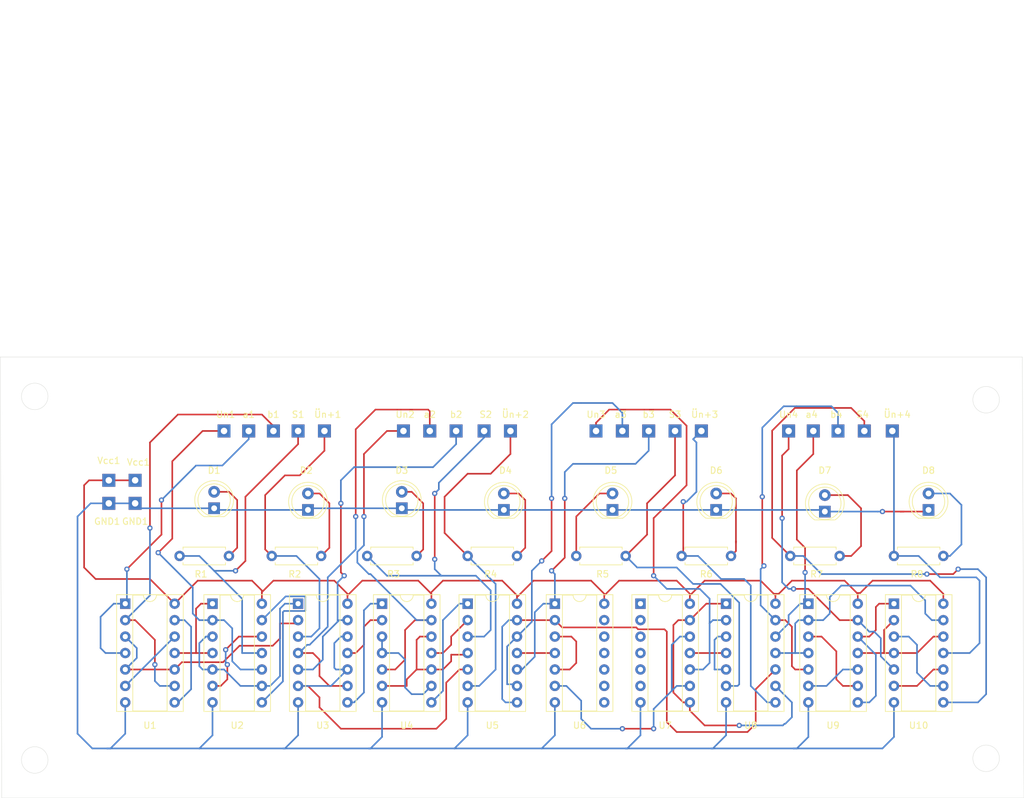
<source format=kicad_pcb>
(kicad_pcb (version 20171130) (host pcbnew "(5.1.6)-1")

  (general
    (thickness 1.6)
    (drawings 16)
    (tracks 666)
    (zones 0)
    (modules 51)
    (nets 59)
  )

  (page A4)
  (layers
    (0 F.Cu signal)
    (31 B.Cu signal)
    (32 B.Adhes user)
    (33 F.Adhes user)
    (34 B.Paste user)
    (35 F.Paste user)
    (36 B.SilkS user)
    (37 F.SilkS user)
    (38 B.Mask user)
    (39 F.Mask user)
    (40 Dwgs.User user)
    (41 Cmts.User user)
    (42 Eco1.User user)
    (43 Eco2.User user)
    (44 Edge.Cuts user)
    (45 Margin user)
    (46 B.CrtYd user)
    (47 F.CrtYd user)
    (48 B.Fab user)
    (49 F.Fab user hide)
  )

  (setup
    (last_trace_width 0.25)
    (trace_clearance 0.2)
    (zone_clearance 0.508)
    (zone_45_only no)
    (trace_min 0.2)
    (via_size 0.8)
    (via_drill 0.4)
    (via_min_size 0.4)
    (via_min_drill 0.3)
    (uvia_size 0.3)
    (uvia_drill 0.1)
    (uvias_allowed no)
    (uvia_min_size 0.2)
    (uvia_min_drill 0.1)
    (edge_width 0.05)
    (segment_width 0.2)
    (pcb_text_width 0.3)
    (pcb_text_size 1.5 1.5)
    (mod_edge_width 0.12)
    (mod_text_size 1 1)
    (mod_text_width 0.15)
    (pad_size 1.8 1.8)
    (pad_drill 0.9)
    (pad_to_mask_clearance 0.05)
    (aux_axis_origin 0 0)
    (visible_elements 7FFFFFFF)
    (pcbplotparams
      (layerselection 0x010fc_ffffffff)
      (usegerberextensions false)
      (usegerberattributes true)
      (usegerberadvancedattributes true)
      (creategerberjobfile true)
      (excludeedgelayer true)
      (linewidth 0.100000)
      (plotframeref false)
      (viasonmask false)
      (mode 1)
      (useauxorigin false)
      (hpglpennumber 1)
      (hpglpenspeed 20)
      (hpglpendiameter 15.000000)
      (psnegative false)
      (psa4output false)
      (plotreference true)
      (plotvalue true)
      (plotinvisibletext false)
      (padsonsilk false)
      (subtractmaskfromsilk false)
      (outputformat 1)
      (mirror false)
      (drillshape 0)
      (scaleselection 1)
      (outputdirectory "../../gerber/4BitAddiererII/"))
  )

  (net 0 "")
  (net 1 "Net-(U1-Pad1)")
  (net 2 "Net-(U1-Pad2)")
  (net 3 "Net-(D1-Pad2)")
  (net 4 "Net-(D3-Pad2)")
  (net 5 "Net-(R1-Pad1)")
  (net 6 "Net-(R3-Pad1)")
  (net 7 "Net-(U1-Pad13)")
  (net 8 "Net-(U1-Pad10)")
  (net 9 "Net-(U1-Pad11)")
  (net 10 "Net-(U1-Pad12)")
  (net 11 "Net-(U2-Pad10)")
  (net 12 "Net-(U2-Pad3)")
  (net 13 "Net-(U2-Pad12)")
  (net 14 "Net-(U2-Pad13)")
  (net 15 "Net-(U3-Pad4)")
  (net 16 "Net-(U3-Pad13)")
  (net 17 "Net-(D2-Pad2)")
  (net 18 "Net-(D4-Pad2)")
  (net 19 "Net-(R2-Pad1)")
  (net 20 "Net-(R4-Pad1)")
  (net 21 "Net-(U3-Pad10)")
  (net 22 "Net-(U3-Pad11)")
  (net 23 "Net-(U3-Pad8)")
  (net 24 "Net-(U4-Pad13)")
  (net 25 "Net-(U4-Pad8)")
  (net 26 "Net-(U4-Pad3)")
  (net 27 "Net-(U4-Pad10)")
  (net 28 "Net-(U4-Pad11)")
  (net 29 +5V)
  (net 30 "Net-(U5-Pad12)")
  (net 31 "Net-(U5-Pad10)")
  (net 32 "Net-(D5-Pad2)")
  (net 33 "Net-(D6-Pad2)")
  (net 34 "Net-(D7-Pad2)")
  (net 35 "Net-(D8-Pad2)")
  (net 36 "Net-(R5-Pad1)")
  (net 37 "Net-(R6-Pad1)")
  (net 38 "Net-(R7-Pad1)")
  (net 39 "Net-(R8-Pad1)")
  (net 40 "Net-(U5-Pad13)")
  (net 41 "Net-(U5-Pad11)")
  (net 42 "Net-(U6-Pad3)")
  (net 43 "Net-(U6-Pad6)")
  (net 44 "Net-(U7-Pad13)")
  (net 45 "Net-(U7-Pad11)")
  (net 46 "Net-(U7-Pad10)")
  (net 47 "Net-(U8-Pad3)")
  (net 48 "Net-(U10-Pad13)")
  (net 49 "Net-(U8-Pad12)")
  (net 50 "Net-(U8-Pad13)")
  (net 51 "Net-(U10-Pad5)")
  (net 52 "Net-(U9-Pad10)")
  (net 53 "Net-(U10-Pad1)")
  (net 54 "Net-(U10-Pad12)")
  (net 55 "Net-(U9-Pad3)")
  (net 56 "Net-(U10-Pad3)")
  (net 57 "Net-(U10-Pad10)")
  (net 58 GND)

  (net_class Default "This is the default net class."
    (clearance 0.2)
    (trace_width 0.25)
    (via_dia 0.8)
    (via_drill 0.4)
    (uvia_dia 0.3)
    (uvia_drill 0.1)
    (add_net +5V)
    (add_net GND)
    (add_net "Net-(D1-Pad2)")
    (add_net "Net-(D2-Pad2)")
    (add_net "Net-(D3-Pad2)")
    (add_net "Net-(D4-Pad2)")
    (add_net "Net-(D5-Pad2)")
    (add_net "Net-(D6-Pad2)")
    (add_net "Net-(D7-Pad2)")
    (add_net "Net-(D8-Pad2)")
    (add_net "Net-(R1-Pad1)")
    (add_net "Net-(R2-Pad1)")
    (add_net "Net-(R3-Pad1)")
    (add_net "Net-(R4-Pad1)")
    (add_net "Net-(R5-Pad1)")
    (add_net "Net-(R6-Pad1)")
    (add_net "Net-(R7-Pad1)")
    (add_net "Net-(R8-Pad1)")
    (add_net "Net-(U1-Pad1)")
    (add_net "Net-(U1-Pad10)")
    (add_net "Net-(U1-Pad11)")
    (add_net "Net-(U1-Pad12)")
    (add_net "Net-(U1-Pad13)")
    (add_net "Net-(U1-Pad2)")
    (add_net "Net-(U10-Pad1)")
    (add_net "Net-(U10-Pad10)")
    (add_net "Net-(U10-Pad12)")
    (add_net "Net-(U10-Pad13)")
    (add_net "Net-(U10-Pad3)")
    (add_net "Net-(U10-Pad5)")
    (add_net "Net-(U2-Pad10)")
    (add_net "Net-(U2-Pad12)")
    (add_net "Net-(U2-Pad13)")
    (add_net "Net-(U2-Pad3)")
    (add_net "Net-(U3-Pad10)")
    (add_net "Net-(U3-Pad11)")
    (add_net "Net-(U3-Pad13)")
    (add_net "Net-(U3-Pad4)")
    (add_net "Net-(U3-Pad8)")
    (add_net "Net-(U4-Pad10)")
    (add_net "Net-(U4-Pad11)")
    (add_net "Net-(U4-Pad13)")
    (add_net "Net-(U4-Pad3)")
    (add_net "Net-(U4-Pad8)")
    (add_net "Net-(U5-Pad10)")
    (add_net "Net-(U5-Pad11)")
    (add_net "Net-(U5-Pad12)")
    (add_net "Net-(U5-Pad13)")
    (add_net "Net-(U6-Pad3)")
    (add_net "Net-(U6-Pad6)")
    (add_net "Net-(U7-Pad10)")
    (add_net "Net-(U7-Pad11)")
    (add_net "Net-(U7-Pad13)")
    (add_net "Net-(U8-Pad12)")
    (add_net "Net-(U8-Pad13)")
    (add_net "Net-(U8-Pad3)")
    (add_net "Net-(U9-Pad10)")
    (add_net "Net-(U9-Pad3)")
  )

  (module KHF_LIB:LP (layer F.Cu) (tedit 5FDF77A2) (tstamp 5FDF94A2)
    (at 59.69 109.22)
    (descr LP)
    (path /608178C9)
    (fp_text reference GND1 (at 0 2.794) (layer F.SilkS)
      (effects (font (size 1 1) (thickness 0.15)))
    )
    (fp_text value LP_GND (at 2.54 -6) (layer F.Fab)
      (effects (font (size 1 1) (thickness 0.15)))
    )
    (pad 1 thru_hole rect (at 0 0) (size 2 2) (drill 1) (layers *.Cu *.Mask)
      (net 58 GND))
  )

  (module KHF_LIB:LP (layer F.Cu) (tedit 5FDF77B3) (tstamp 5FDF9487)
    (at 59.69 105.664)
    (descr LP)
    (path /60497CA5)
    (fp_text reference Vcc1 (at 0.508 -2.794) (layer F.SilkS)
      (effects (font (size 1 1) (thickness 0.15)))
    )
    (fp_text value LP_VCC (at 2.54 -6) (layer F.Fab)
      (effects (font (size 1 1) (thickness 0.15)))
    )
    (pad 1 thru_hole rect (at 0 0) (size 2 2) (drill 1) (layers *.Cu *.Mask)
      (net 29 +5V))
  )

  (module "" (layer F.Cu) (tedit 0) (tstamp 0)
    (at 56.642 31.75)
    (fp_text reference "" (at 43.18 30.226) (layer F.SilkS)
      (effects (font (size 1.27 1.27) (thickness 0.15)))
    )
    (fp_text value "" (at 43.18 30.226) (layer F.SilkS)
      (effects (font (size 1.27 1.27) (thickness 0.15)))
    )
  )

  (module KHF_LIB:LP (layer F.Cu) (tedit 5F413EAB) (tstamp 5FDF81BE)
    (at 77.216 98.044)
    (descr LP)
    (path /60446137)
    (fp_text reference a1 (at 0 -2.54) (layer F.SilkS)
      (effects (font (size 1 1) (thickness 0.15)))
    )
    (fp_text value LP_A (at 2.54 -6) (layer F.Fab)
      (effects (font (size 1 1) (thickness 0.15)))
    )
    (pad 1 thru_hole rect (at 0 0) (size 2 2) (drill 1) (layers *.Cu *.Mask)
      (net 1 "Net-(U1-Pad1)"))
  )

  (module KHF_LIB:LP (layer F.Cu) (tedit 5F413EAB) (tstamp 5FDF81C3)
    (at 105.156 98.044)
    (descr LP)
    (path /6044E1E2)
    (fp_text reference a2 (at 0 -2.54) (layer F.SilkS)
      (effects (font (size 1 1) (thickness 0.15)))
    )
    (fp_text value LP_A (at 2.54 -6) (layer F.Fab)
      (effects (font (size 1 1) (thickness 0.15)))
    )
    (pad 1 thru_hole rect (at 0 0) (size 2 2) (drill 1) (layers *.Cu *.Mask)
      (net 15 "Net-(U3-Pad4)"))
  )

  (module KHF_LIB:LP (layer F.Cu) (tedit 5F413EAB) (tstamp 5FDF81C8)
    (at 134.874 98.044)
    (descr LP)
    (path /6046D82D)
    (fp_text reference a3 (at -0.254 -2.54) (layer F.SilkS)
      (effects (font (size 1 1) (thickness 0.15)))
    )
    (fp_text value LP_A (at 2.54 -6) (layer F.Fab)
      (effects (font (size 1 1) (thickness 0.15)))
    )
    (pad 1 thru_hole rect (at 0 0) (size 2 2) (drill 1) (layers *.Cu *.Mask)
      (net 30 "Net-(U5-Pad12)"))
  )

  (module KHF_LIB:LP (layer F.Cu) (tedit 5F413EAB) (tstamp 5FDF81CD)
    (at 164.338 98.044)
    (descr LP)
    (path /6048033E)
    (fp_text reference a4 (at -0.254 -2.54) (layer F.SilkS)
      (effects (font (size 1 1) (thickness 0.15)))
    )
    (fp_text value LP_A (at 2.54 -6) (layer F.Fab)
      (effects (font (size 1 1) (thickness 0.15)))
    )
    (pad 1 thru_hole rect (at 0 0) (size 2 2) (drill 1) (layers *.Cu *.Mask)
      (net 49 "Net-(U8-Pad12)"))
  )

  (module KHF_LIB:LP (layer F.Cu) (tedit 5F413EAB) (tstamp 5FDF81D2)
    (at 81.026 98.044)
    (descr LP)
    (path /6044B47D)
    (fp_text reference b1 (at 0 -2.54) (layer F.SilkS)
      (effects (font (size 1 1) (thickness 0.15)))
    )
    (fp_text value LP_A (at 2.54 -6) (layer F.Fab)
      (effects (font (size 1 1) (thickness 0.15)))
    )
    (pad 1 thru_hole rect (at 0 0) (size 2 2) (drill 1) (layers *.Cu *.Mask)
      (net 2 "Net-(U1-Pad2)"))
  )

  (module KHF_LIB:LP (layer F.Cu) (tedit 5F413EAB) (tstamp 5FDF81D7)
    (at 109.22 98.044)
    (descr LP)
    (path /6044FD4E)
    (fp_text reference b2 (at 0 -2.54) (layer F.SilkS)
      (effects (font (size 1 1) (thickness 0.15)))
    )
    (fp_text value LP_A (at 2.54 -6) (layer F.Fab)
      (effects (font (size 1 1) (thickness 0.15)))
    )
    (pad 1 thru_hole rect (at 0 0) (size 2 2) (drill 1) (layers *.Cu *.Mask)
      (net 16 "Net-(U3-Pad13)"))
  )

  (module KHF_LIB:LP (layer F.Cu) (tedit 5F413EAB) (tstamp 5FDF81DC)
    (at 138.938 98.044)
    (descr LP)
    (path /60471308)
    (fp_text reference b3 (at 0 -2.54) (layer F.SilkS)
      (effects (font (size 1 1) (thickness 0.15)))
    )
    (fp_text value LP_A (at 2.54 -6) (layer F.Fab)
      (effects (font (size 1 1) (thickness 0.15)))
    )
    (pad 1 thru_hole rect (at 0 0) (size 2 2) (drill 1) (layers *.Cu *.Mask)
      (net 31 "Net-(U5-Pad10)"))
  )

  (module KHF_LIB:LP (layer F.Cu) (tedit 5F413EAB) (tstamp 5FDF81E1)
    (at 168.148 98.044)
    (descr LP)
    (path /60483C4E)
    (fp_text reference b4 (at -0.254 -2.54) (layer F.SilkS)
      (effects (font (size 1 1) (thickness 0.15)))
    )
    (fp_text value LP_A (at 2.54 -6) (layer F.Fab)
      (effects (font (size 1 1) (thickness 0.15)))
    )
    (pad 1 thru_hole rect (at 0 0) (size 2 2) (drill 1) (layers *.Cu *.Mask)
      (net 50 "Net-(U8-Pad13)"))
  )

  (module LED_THT:LED_D5.0mm (layer F.Cu) (tedit 5FDF7E52) (tstamp 5FDF81F3)
    (at 71.882 109.982 90)
    (descr "LED, diameter 5.0mm, 2 pins, http://cdn-reichelt.de/documents/datenblatt/A500/LL-504BC2E-009.pdf")
    (tags "LED diameter 5.0mm 2 pins")
    (path /5FB82DFC)
    (fp_text reference D1 (at 5.842 0 180) (layer F.SilkS)
      (effects (font (size 1 1) (thickness 0.15)))
    )
    (fp_text value LED (at 1.27 3.96 90) (layer F.Fab)
      (effects (font (size 1 1) (thickness 0.15)))
    )
    (fp_text user %R (at 1.25 0 90) (layer F.Fab)
      (effects (font (size 0.8 0.8) (thickness 0.2)))
    )
    (fp_arc (start 1.27 0) (end -1.29 1.54483) (angle -148.9) (layer F.SilkS) (width 0.12))
    (fp_arc (start 1.27 0) (end -1.29 -1.54483) (angle 148.9) (layer F.SilkS) (width 0.12))
    (fp_arc (start 1.27 0) (end -1.23 -1.469694) (angle 299.1) (layer F.Fab) (width 0.1))
    (fp_circle (center 1.27 0) (end 3.77 0) (layer F.Fab) (width 0.1))
    (fp_circle (center 1.27 0) (end 3.77 0) (layer F.SilkS) (width 0.12))
    (fp_line (start -1.23 -1.469694) (end -1.23 1.469694) (layer F.Fab) (width 0.1))
    (fp_line (start -1.29 -1.545) (end -1.29 1.545) (layer F.SilkS) (width 0.12))
    (fp_line (start -1.95 -3.25) (end -1.95 3.25) (layer F.CrtYd) (width 0.05))
    (fp_line (start -1.95 3.25) (end 4.5 3.25) (layer F.CrtYd) (width 0.05))
    (fp_line (start 4.5 3.25) (end 4.5 -3.25) (layer F.CrtYd) (width 0.05))
    (fp_line (start 4.5 -3.25) (end -1.95 -3.25) (layer F.CrtYd) (width 0.05))
    (pad 2 thru_hole circle (at 2.54 0 90) (size 1.8 1.8) (drill 0.9) (layers *.Cu *.Mask)
      (net 3 "Net-(D1-Pad2)"))
    (pad 1 thru_hole rect (at 0 0 90) (size 1.8 1.8) (drill 0.9) (layers *.Cu *.Mask)
      (net 58 GND))
    (model ${KISYS3DMOD}/LED_THT.3dshapes/LED_D5.0mm.wrl
      (at (xyz 0 0 0))
      (scale (xyz 1 1 1))
      (rotate (xyz 0 0 0))
    )
  )

  (module LED_THT:LED_D5.0mm (layer F.Cu) (tedit 5995936A) (tstamp 5FDF8205)
    (at 86.36 110.236 90)
    (descr "LED, diameter 5.0mm, 2 pins, http://cdn-reichelt.de/documents/datenblatt/A500/LL-504BC2E-009.pdf")
    (tags "LED diameter 5.0mm 2 pins")
    (path /5FB85774)
    (fp_text reference D2 (at 6.096 -0.254 180) (layer F.SilkS)
      (effects (font (size 1 1) (thickness 0.15)))
    )
    (fp_text value LED (at 1.27 3.96 90) (layer F.Fab)
      (effects (font (size 1 1) (thickness 0.15)))
    )
    (fp_text user %R (at 1.25 0 90) (layer F.Fab)
      (effects (font (size 0.8 0.8) (thickness 0.2)))
    )
    (fp_arc (start 1.27 0) (end -1.29 1.54483) (angle -148.9) (layer F.SilkS) (width 0.12))
    (fp_arc (start 1.27 0) (end -1.29 -1.54483) (angle 148.9) (layer F.SilkS) (width 0.12))
    (fp_arc (start 1.27 0) (end -1.23 -1.469694) (angle 299.1) (layer F.Fab) (width 0.1))
    (fp_circle (center 1.27 0) (end 3.77 0) (layer F.Fab) (width 0.1))
    (fp_circle (center 1.27 0) (end 3.77 0) (layer F.SilkS) (width 0.12))
    (fp_line (start -1.23 -1.469694) (end -1.23 1.469694) (layer F.Fab) (width 0.1))
    (fp_line (start -1.29 -1.545) (end -1.29 1.545) (layer F.SilkS) (width 0.12))
    (fp_line (start -1.95 -3.25) (end -1.95 3.25) (layer F.CrtYd) (width 0.05))
    (fp_line (start -1.95 3.25) (end 4.5 3.25) (layer F.CrtYd) (width 0.05))
    (fp_line (start 4.5 3.25) (end 4.5 -3.25) (layer F.CrtYd) (width 0.05))
    (fp_line (start 4.5 -3.25) (end -1.95 -3.25) (layer F.CrtYd) (width 0.05))
    (pad 2 thru_hole circle (at 2.54 0 90) (size 1.8 1.8) (drill 0.9) (layers *.Cu *.Mask)
      (net 17 "Net-(D2-Pad2)"))
    (pad 1 thru_hole rect (at 0 0 90) (size 1.8 1.8) (drill 0.9) (layers *.Cu *.Mask)
      (net 58 GND))
    (model ${KISYS3DMOD}/LED_THT.3dshapes/LED_D5.0mm.wrl
      (at (xyz 0 0 0))
      (scale (xyz 1 1 1))
      (rotate (xyz 0 0 0))
    )
  )

  (module LED_THT:LED_D5.0mm (layer F.Cu) (tedit 5995936A) (tstamp 5FDF8217)
    (at 100.838 109.982 90)
    (descr "LED, diameter 5.0mm, 2 pins, http://cdn-reichelt.de/documents/datenblatt/A500/LL-504BC2E-009.pdf")
    (tags "LED diameter 5.0mm 2 pins")
    (path /5FCBF8B5)
    (fp_text reference D3 (at 5.842 0 180) (layer F.SilkS)
      (effects (font (size 1 1) (thickness 0.15)))
    )
    (fp_text value LED (at 1.27 3.96 90) (layer F.Fab)
      (effects (font (size 1 1) (thickness 0.15)))
    )
    (fp_line (start 4.5 -3.25) (end -1.95 -3.25) (layer F.CrtYd) (width 0.05))
    (fp_line (start 4.5 3.25) (end 4.5 -3.25) (layer F.CrtYd) (width 0.05))
    (fp_line (start -1.95 3.25) (end 4.5 3.25) (layer F.CrtYd) (width 0.05))
    (fp_line (start -1.95 -3.25) (end -1.95 3.25) (layer F.CrtYd) (width 0.05))
    (fp_line (start -1.29 -1.545) (end -1.29 1.545) (layer F.SilkS) (width 0.12))
    (fp_line (start -1.23 -1.469694) (end -1.23 1.469694) (layer F.Fab) (width 0.1))
    (fp_circle (center 1.27 0) (end 3.77 0) (layer F.SilkS) (width 0.12))
    (fp_circle (center 1.27 0) (end 3.77 0) (layer F.Fab) (width 0.1))
    (fp_arc (start 1.27 0) (end -1.23 -1.469694) (angle 299.1) (layer F.Fab) (width 0.1))
    (fp_arc (start 1.27 0) (end -1.29 -1.54483) (angle 148.9) (layer F.SilkS) (width 0.12))
    (fp_arc (start 1.27 0) (end -1.29 1.54483) (angle -148.9) (layer F.SilkS) (width 0.12))
    (fp_text user %R (at 1.25 0 90) (layer F.Fab)
      (effects (font (size 0.8 0.8) (thickness 0.2)))
    )
    (pad 1 thru_hole rect (at 0 0 90) (size 1.8 1.8) (drill 0.9) (layers *.Cu *.Mask)
      (net 58 GND))
    (pad 2 thru_hole circle (at 2.54 0 90) (size 1.8 1.8) (drill 0.9) (layers *.Cu *.Mask)
      (net 4 "Net-(D3-Pad2)"))
    (model ${KISYS3DMOD}/LED_THT.3dshapes/LED_D5.0mm.wrl
      (at (xyz 0 0 0))
      (scale (xyz 1 1 1))
      (rotate (xyz 0 0 0))
    )
  )

  (module LED_THT:LED_D5.0mm (layer F.Cu) (tedit 5995936A) (tstamp 5FDF8229)
    (at 116.586 110.236 90)
    (descr "LED, diameter 5.0mm, 2 pins, http://cdn-reichelt.de/documents/datenblatt/A500/LL-504BC2E-009.pdf")
    (tags "LED diameter 5.0mm 2 pins")
    (path /5FCC138F)
    (fp_text reference D4 (at 6.096 0.254 180) (layer F.SilkS)
      (effects (font (size 1 1) (thickness 0.15)))
    )
    (fp_text value LED (at 1.27 3.96 90) (layer F.Fab)
      (effects (font (size 1 1) (thickness 0.15)))
    )
    (fp_line (start 4.5 -3.25) (end -1.95 -3.25) (layer F.CrtYd) (width 0.05))
    (fp_line (start 4.5 3.25) (end 4.5 -3.25) (layer F.CrtYd) (width 0.05))
    (fp_line (start -1.95 3.25) (end 4.5 3.25) (layer F.CrtYd) (width 0.05))
    (fp_line (start -1.95 -3.25) (end -1.95 3.25) (layer F.CrtYd) (width 0.05))
    (fp_line (start -1.29 -1.545) (end -1.29 1.545) (layer F.SilkS) (width 0.12))
    (fp_line (start -1.23 -1.469694) (end -1.23 1.469694) (layer F.Fab) (width 0.1))
    (fp_circle (center 1.27 0) (end 3.77 0) (layer F.SilkS) (width 0.12))
    (fp_circle (center 1.27 0) (end 3.77 0) (layer F.Fab) (width 0.1))
    (fp_arc (start 1.27 0) (end -1.23 -1.469694) (angle 299.1) (layer F.Fab) (width 0.1))
    (fp_arc (start 1.27 0) (end -1.29 -1.54483) (angle 148.9) (layer F.SilkS) (width 0.12))
    (fp_arc (start 1.27 0) (end -1.29 1.54483) (angle -148.9) (layer F.SilkS) (width 0.12))
    (fp_text user %R (at 1.25 0 90) (layer F.Fab)
      (effects (font (size 0.8 0.8) (thickness 0.2)))
    )
    (pad 1 thru_hole rect (at 0 0 90) (size 1.8 1.8) (drill 0.9) (layers *.Cu *.Mask)
      (net 58 GND))
    (pad 2 thru_hole circle (at 2.54 0 90) (size 1.8 1.8) (drill 0.9) (layers *.Cu *.Mask)
      (net 18 "Net-(D4-Pad2)"))
    (model ${KISYS3DMOD}/LED_THT.3dshapes/LED_D5.0mm.wrl
      (at (xyz 0 0 0))
      (scale (xyz 1 1 1))
      (rotate (xyz 0 0 0))
    )
  )

  (module LED_THT:LED_D5.0mm (layer F.Cu) (tedit 5995936A) (tstamp 5FDF823B)
    (at 133.35 110.236 90)
    (descr "LED, diameter 5.0mm, 2 pins, http://cdn-reichelt.de/documents/datenblatt/A500/LL-504BC2E-009.pdf")
    (tags "LED diameter 5.0mm 2 pins")
    (path /5FE39753)
    (fp_text reference D5 (at 6.096 -0.254 180) (layer F.SilkS)
      (effects (font (size 1 1) (thickness 0.15)))
    )
    (fp_text value LED (at 1.27 3.96 90) (layer F.Fab)
      (effects (font (size 1 1) (thickness 0.15)))
    )
    (fp_line (start 4.5 -3.25) (end -1.95 -3.25) (layer F.CrtYd) (width 0.05))
    (fp_line (start 4.5 3.25) (end 4.5 -3.25) (layer F.CrtYd) (width 0.05))
    (fp_line (start -1.95 3.25) (end 4.5 3.25) (layer F.CrtYd) (width 0.05))
    (fp_line (start -1.95 -3.25) (end -1.95 3.25) (layer F.CrtYd) (width 0.05))
    (fp_line (start -1.29 -1.545) (end -1.29 1.545) (layer F.SilkS) (width 0.12))
    (fp_line (start -1.23 -1.469694) (end -1.23 1.469694) (layer F.Fab) (width 0.1))
    (fp_circle (center 1.27 0) (end 3.77 0) (layer F.SilkS) (width 0.12))
    (fp_circle (center 1.27 0) (end 3.77 0) (layer F.Fab) (width 0.1))
    (fp_arc (start 1.27 0) (end -1.23 -1.469694) (angle 299.1) (layer F.Fab) (width 0.1))
    (fp_arc (start 1.27 0) (end -1.29 -1.54483) (angle 148.9) (layer F.SilkS) (width 0.12))
    (fp_arc (start 1.27 0) (end -1.29 1.54483) (angle -148.9) (layer F.SilkS) (width 0.12))
    (fp_text user %R (at 1.25 0 90) (layer F.Fab)
      (effects (font (size 0.8 0.8) (thickness 0.2)))
    )
    (pad 1 thru_hole rect (at 0 0 90) (size 1.8 1.8) (drill 0.9) (layers *.Cu *.Mask)
      (net 58 GND))
    (pad 2 thru_hole circle (at 2.54 0 90) (size 1.8 1.8) (drill 0.9) (layers *.Cu *.Mask)
      (net 32 "Net-(D5-Pad2)"))
    (model ${KISYS3DMOD}/LED_THT.3dshapes/LED_D5.0mm.wrl
      (at (xyz 0 0 0))
      (scale (xyz 1 1 1))
      (rotate (xyz 0 0 0))
    )
  )

  (module LED_THT:LED_D5.0mm (layer F.Cu) (tedit 5995936A) (tstamp 5FDF824D)
    (at 149.352 110.236 90)
    (descr "LED, diameter 5.0mm, 2 pins, http://cdn-reichelt.de/documents/datenblatt/A500/LL-504BC2E-009.pdf")
    (tags "LED diameter 5.0mm 2 pins")
    (path /5FE3E9F7)
    (fp_text reference D6 (at 6.096 0 180) (layer F.SilkS)
      (effects (font (size 1 1) (thickness 0.15)))
    )
    (fp_text value LED (at 1.27 3.96 90) (layer F.Fab)
      (effects (font (size 1 1) (thickness 0.15)))
    )
    (fp_text user %R (at 1.25 0 90) (layer F.Fab)
      (effects (font (size 0.8 0.8) (thickness 0.2)))
    )
    (fp_arc (start 1.27 0) (end -1.29 1.54483) (angle -148.9) (layer F.SilkS) (width 0.12))
    (fp_arc (start 1.27 0) (end -1.29 -1.54483) (angle 148.9) (layer F.SilkS) (width 0.12))
    (fp_arc (start 1.27 0) (end -1.23 -1.469694) (angle 299.1) (layer F.Fab) (width 0.1))
    (fp_circle (center 1.27 0) (end 3.77 0) (layer F.Fab) (width 0.1))
    (fp_circle (center 1.27 0) (end 3.77 0) (layer F.SilkS) (width 0.12))
    (fp_line (start -1.23 -1.469694) (end -1.23 1.469694) (layer F.Fab) (width 0.1))
    (fp_line (start -1.29 -1.545) (end -1.29 1.545) (layer F.SilkS) (width 0.12))
    (fp_line (start -1.95 -3.25) (end -1.95 3.25) (layer F.CrtYd) (width 0.05))
    (fp_line (start -1.95 3.25) (end 4.5 3.25) (layer F.CrtYd) (width 0.05))
    (fp_line (start 4.5 3.25) (end 4.5 -3.25) (layer F.CrtYd) (width 0.05))
    (fp_line (start 4.5 -3.25) (end -1.95 -3.25) (layer F.CrtYd) (width 0.05))
    (pad 2 thru_hole circle (at 2.54 0 90) (size 1.8 1.8) (drill 0.9) (layers *.Cu *.Mask)
      (net 33 "Net-(D6-Pad2)"))
    (pad 1 thru_hole rect (at 0 0 90) (size 1.8 1.8) (drill 0.9) (layers *.Cu *.Mask)
      (net 58 GND))
    (model ${KISYS3DMOD}/LED_THT.3dshapes/LED_D5.0mm.wrl
      (at (xyz 0 0 0))
      (scale (xyz 1 1 1))
      (rotate (xyz 0 0 0))
    )
  )

  (module LED_THT:LED_D5.0mm (layer F.Cu) (tedit 5995936A) (tstamp 5FDF825F)
    (at 166.116 110.49 90)
    (descr "LED, diameter 5.0mm, 2 pins, http://cdn-reichelt.de/documents/datenblatt/A500/LL-504BC2E-009.pdf")
    (tags "LED diameter 5.0mm 2 pins")
    (path /600244F0)
    (fp_text reference D7 (at 6.35 0 180) (layer F.SilkS)
      (effects (font (size 1 1) (thickness 0.15)))
    )
    (fp_text value LED (at 1.27 3.96 90) (layer F.Fab)
      (effects (font (size 1 1) (thickness 0.15)))
    )
    (fp_text user %R (at 1.25 0 90) (layer F.Fab)
      (effects (font (size 0.8 0.8) (thickness 0.2)))
    )
    (fp_arc (start 1.27 0) (end -1.29 1.54483) (angle -148.9) (layer F.SilkS) (width 0.12))
    (fp_arc (start 1.27 0) (end -1.29 -1.54483) (angle 148.9) (layer F.SilkS) (width 0.12))
    (fp_arc (start 1.27 0) (end -1.23 -1.469694) (angle 299.1) (layer F.Fab) (width 0.1))
    (fp_circle (center 1.27 0) (end 3.77 0) (layer F.Fab) (width 0.1))
    (fp_circle (center 1.27 0) (end 3.77 0) (layer F.SilkS) (width 0.12))
    (fp_line (start -1.23 -1.469694) (end -1.23 1.469694) (layer F.Fab) (width 0.1))
    (fp_line (start -1.29 -1.545) (end -1.29 1.545) (layer F.SilkS) (width 0.12))
    (fp_line (start -1.95 -3.25) (end -1.95 3.25) (layer F.CrtYd) (width 0.05))
    (fp_line (start -1.95 3.25) (end 4.5 3.25) (layer F.CrtYd) (width 0.05))
    (fp_line (start 4.5 3.25) (end 4.5 -3.25) (layer F.CrtYd) (width 0.05))
    (fp_line (start 4.5 -3.25) (end -1.95 -3.25) (layer F.CrtYd) (width 0.05))
    (pad 2 thru_hole circle (at 2.54 0 90) (size 1.8 1.8) (drill 0.9) (layers *.Cu *.Mask)
      (net 34 "Net-(D7-Pad2)"))
    (pad 1 thru_hole rect (at 0 0 90) (size 1.8 1.8) (drill 0.9) (layers *.Cu *.Mask)
      (net 58 GND))
    (model ${KISYS3DMOD}/LED_THT.3dshapes/LED_D5.0mm.wrl
      (at (xyz 0 0 0))
      (scale (xyz 1 1 1))
      (rotate (xyz 0 0 0))
    )
  )

  (module LED_THT:LED_D5.0mm (layer F.Cu) (tedit 5995936A) (tstamp 5FDF8271)
    (at 182.118 110.236 90)
    (descr "LED, diameter 5.0mm, 2 pins, http://cdn-reichelt.de/documents/datenblatt/A500/LL-504BC2E-009.pdf")
    (tags "LED diameter 5.0mm 2 pins")
    (path /6002450D)
    (fp_text reference D8 (at 6.096 0 180) (layer F.SilkS)
      (effects (font (size 1 1) (thickness 0.15)))
    )
    (fp_text value LED (at 1.27 3.96 90) (layer F.Fab)
      (effects (font (size 1 1) (thickness 0.15)))
    )
    (fp_line (start 4.5 -3.25) (end -1.95 -3.25) (layer F.CrtYd) (width 0.05))
    (fp_line (start 4.5 3.25) (end 4.5 -3.25) (layer F.CrtYd) (width 0.05))
    (fp_line (start -1.95 3.25) (end 4.5 3.25) (layer F.CrtYd) (width 0.05))
    (fp_line (start -1.95 -3.25) (end -1.95 3.25) (layer F.CrtYd) (width 0.05))
    (fp_line (start -1.29 -1.545) (end -1.29 1.545) (layer F.SilkS) (width 0.12))
    (fp_line (start -1.23 -1.469694) (end -1.23 1.469694) (layer F.Fab) (width 0.1))
    (fp_circle (center 1.27 0) (end 3.77 0) (layer F.SilkS) (width 0.12))
    (fp_circle (center 1.27 0) (end 3.77 0) (layer F.Fab) (width 0.1))
    (fp_arc (start 1.27 0) (end -1.23 -1.469694) (angle 299.1) (layer F.Fab) (width 0.1))
    (fp_arc (start 1.27 0) (end -1.29 -1.54483) (angle 148.9) (layer F.SilkS) (width 0.12))
    (fp_arc (start 1.27 0) (end -1.29 1.54483) (angle -148.9) (layer F.SilkS) (width 0.12))
    (fp_text user %R (at 1.25 0 90) (layer F.Fab)
      (effects (font (size 0.8 0.8) (thickness 0.2)))
    )
    (pad 1 thru_hole rect (at 0 0 90) (size 1.8 1.8) (drill 0.9) (layers *.Cu *.Mask)
      (net 58 GND))
    (pad 2 thru_hole circle (at 2.54 0 90) (size 1.8 1.8) (drill 0.9) (layers *.Cu *.Mask)
      (net 35 "Net-(D8-Pad2)"))
    (model ${KISYS3DMOD}/LED_THT.3dshapes/LED_D5.0mm.wrl
      (at (xyz 0 0 0))
      (scale (xyz 1 1 1))
      (rotate (xyz 0 0 0))
    )
  )

  (module KHF_LIB:LP (layer F.Cu) (tedit 5F413EAB) (tstamp 5FDF8276)
    (at 55.626 109.22)
    (descr LP)
    (path /608178C9)
    (fp_text reference GND1 (at -0.254 2.794) (layer F.SilkS)
      (effects (font (size 1 1) (thickness 0.15)))
    )
    (fp_text value LP_GND (at 2.54 -6) (layer F.Fab)
      (effects (font (size 1 1) (thickness 0.15)))
    )
    (pad 1 thru_hole rect (at 0 0) (size 2 2) (drill 1) (layers *.Cu *.Mask)
      (net 58 GND))
  )

  (module Resistor_THT:R_Axial_DIN0207_L6.3mm_D2.5mm_P7.62mm_Horizontal (layer F.Cu) (tedit 5AE5139B) (tstamp 5FDF828D)
    (at 66.548 117.348)
    (descr "Resistor, Axial_DIN0207 series, Axial, Horizontal, pin pitch=7.62mm, 0.25W = 1/4W, length*diameter=6.3*2.5mm^2, http://cdn-reichelt.de/documents/datenblatt/B400/1_4W%23YAG.pdf")
    (tags "Resistor Axial_DIN0207 series Axial Horizontal pin pitch 7.62mm 0.25W = 1/4W length 6.3mm diameter 2.5mm")
    (path /5FB85D9E)
    (fp_text reference R1 (at 3.302 2.794) (layer F.SilkS)
      (effects (font (size 1 1) (thickness 0.15)))
    )
    (fp_text value R (at 3.81 2.37) (layer F.Fab)
      (effects (font (size 1 1) (thickness 0.15)))
    )
    (fp_line (start 8.67 -1.5) (end -1.05 -1.5) (layer F.CrtYd) (width 0.05))
    (fp_line (start 8.67 1.5) (end 8.67 -1.5) (layer F.CrtYd) (width 0.05))
    (fp_line (start -1.05 1.5) (end 8.67 1.5) (layer F.CrtYd) (width 0.05))
    (fp_line (start -1.05 -1.5) (end -1.05 1.5) (layer F.CrtYd) (width 0.05))
    (fp_line (start 7.08 1.37) (end 7.08 1.04) (layer F.SilkS) (width 0.12))
    (fp_line (start 0.54 1.37) (end 7.08 1.37) (layer F.SilkS) (width 0.12))
    (fp_line (start 0.54 1.04) (end 0.54 1.37) (layer F.SilkS) (width 0.12))
    (fp_line (start 7.08 -1.37) (end 7.08 -1.04) (layer F.SilkS) (width 0.12))
    (fp_line (start 0.54 -1.37) (end 7.08 -1.37) (layer F.SilkS) (width 0.12))
    (fp_line (start 0.54 -1.04) (end 0.54 -1.37) (layer F.SilkS) (width 0.12))
    (fp_line (start 7.62 0) (end 6.96 0) (layer F.Fab) (width 0.1))
    (fp_line (start 0 0) (end 0.66 0) (layer F.Fab) (width 0.1))
    (fp_line (start 6.96 -1.25) (end 0.66 -1.25) (layer F.Fab) (width 0.1))
    (fp_line (start 6.96 1.25) (end 6.96 -1.25) (layer F.Fab) (width 0.1))
    (fp_line (start 0.66 1.25) (end 6.96 1.25) (layer F.Fab) (width 0.1))
    (fp_line (start 0.66 -1.25) (end 0.66 1.25) (layer F.Fab) (width 0.1))
    (fp_text user %R (at 3.81 0) (layer F.Fab)
      (effects (font (size 1 1) (thickness 0.15)))
    )
    (pad 1 thru_hole circle (at 0 0) (size 1.6 1.6) (drill 0.8) (layers *.Cu *.Mask)
      (net 5 "Net-(R1-Pad1)"))
    (pad 2 thru_hole oval (at 7.62 0) (size 1.6 1.6) (drill 0.8) (layers *.Cu *.Mask)
      (net 3 "Net-(D1-Pad2)"))
    (model ${KISYS3DMOD}/Resistor_THT.3dshapes/R_Axial_DIN0207_L6.3mm_D2.5mm_P7.62mm_Horizontal.wrl
      (at (xyz 0 0 0))
      (scale (xyz 1 1 1))
      (rotate (xyz 0 0 0))
    )
  )

  (module Resistor_THT:R_Axial_DIN0207_L6.3mm_D2.5mm_P7.62mm_Horizontal (layer F.Cu) (tedit 5AE5139B) (tstamp 5FDF82A4)
    (at 80.772 117.348)
    (descr "Resistor, Axial_DIN0207 series, Axial, Horizontal, pin pitch=7.62mm, 0.25W = 1/4W, length*diameter=6.3*2.5mm^2, http://cdn-reichelt.de/documents/datenblatt/B400/1_4W%23YAG.pdf")
    (tags "Resistor Axial_DIN0207 series Axial Horizontal pin pitch 7.62mm 0.25W = 1/4W length 6.3mm diameter 2.5mm")
    (path /5FB879BB)
    (fp_text reference R2 (at 3.556 2.794) (layer F.SilkS)
      (effects (font (size 1 1) (thickness 0.15)))
    )
    (fp_text value R (at 3.81 2.37) (layer F.Fab)
      (effects (font (size 1 1) (thickness 0.15)))
    )
    (fp_text user %R (at 3.81 0) (layer F.Fab)
      (effects (font (size 1 1) (thickness 0.15)))
    )
    (fp_line (start 0.66 -1.25) (end 0.66 1.25) (layer F.Fab) (width 0.1))
    (fp_line (start 0.66 1.25) (end 6.96 1.25) (layer F.Fab) (width 0.1))
    (fp_line (start 6.96 1.25) (end 6.96 -1.25) (layer F.Fab) (width 0.1))
    (fp_line (start 6.96 -1.25) (end 0.66 -1.25) (layer F.Fab) (width 0.1))
    (fp_line (start 0 0) (end 0.66 0) (layer F.Fab) (width 0.1))
    (fp_line (start 7.62 0) (end 6.96 0) (layer F.Fab) (width 0.1))
    (fp_line (start 0.54 -1.04) (end 0.54 -1.37) (layer F.SilkS) (width 0.12))
    (fp_line (start 0.54 -1.37) (end 7.08 -1.37) (layer F.SilkS) (width 0.12))
    (fp_line (start 7.08 -1.37) (end 7.08 -1.04) (layer F.SilkS) (width 0.12))
    (fp_line (start 0.54 1.04) (end 0.54 1.37) (layer F.SilkS) (width 0.12))
    (fp_line (start 0.54 1.37) (end 7.08 1.37) (layer F.SilkS) (width 0.12))
    (fp_line (start 7.08 1.37) (end 7.08 1.04) (layer F.SilkS) (width 0.12))
    (fp_line (start -1.05 -1.5) (end -1.05 1.5) (layer F.CrtYd) (width 0.05))
    (fp_line (start -1.05 1.5) (end 8.67 1.5) (layer F.CrtYd) (width 0.05))
    (fp_line (start 8.67 1.5) (end 8.67 -1.5) (layer F.CrtYd) (width 0.05))
    (fp_line (start 8.67 -1.5) (end -1.05 -1.5) (layer F.CrtYd) (width 0.05))
    (pad 2 thru_hole oval (at 7.62 0) (size 1.6 1.6) (drill 0.8) (layers *.Cu *.Mask)
      (net 17 "Net-(D2-Pad2)"))
    (pad 1 thru_hole circle (at 0 0) (size 1.6 1.6) (drill 0.8) (layers *.Cu *.Mask)
      (net 19 "Net-(R2-Pad1)"))
    (model ${KISYS3DMOD}/Resistor_THT.3dshapes/R_Axial_DIN0207_L6.3mm_D2.5mm_P7.62mm_Horizontal.wrl
      (at (xyz 0 0 0))
      (scale (xyz 1 1 1))
      (rotate (xyz 0 0 0))
    )
  )

  (module Resistor_THT:R_Axial_DIN0207_L6.3mm_D2.5mm_P7.62mm_Horizontal (layer F.Cu) (tedit 5AE5139B) (tstamp 5FDF82BB)
    (at 95.504 117.348)
    (descr "Resistor, Axial_DIN0207 series, Axial, Horizontal, pin pitch=7.62mm, 0.25W = 1/4W, length*diameter=6.3*2.5mm^2, http://cdn-reichelt.de/documents/datenblatt/B400/1_4W%23YAG.pdf")
    (tags "Resistor Axial_DIN0207 series Axial Horizontal pin pitch 7.62mm 0.25W = 1/4W length 6.3mm diameter 2.5mm")
    (path /5FCBF8BB)
    (fp_text reference R3 (at 4.064 2.794) (layer F.SilkS)
      (effects (font (size 1 1) (thickness 0.15)))
    )
    (fp_text value R (at 3.81 2.37) (layer F.Fab)
      (effects (font (size 1 1) (thickness 0.15)))
    )
    (fp_line (start 8.67 -1.5) (end -1.05 -1.5) (layer F.CrtYd) (width 0.05))
    (fp_line (start 8.67 1.5) (end 8.67 -1.5) (layer F.CrtYd) (width 0.05))
    (fp_line (start -1.05 1.5) (end 8.67 1.5) (layer F.CrtYd) (width 0.05))
    (fp_line (start -1.05 -1.5) (end -1.05 1.5) (layer F.CrtYd) (width 0.05))
    (fp_line (start 7.08 1.37) (end 7.08 1.04) (layer F.SilkS) (width 0.12))
    (fp_line (start 0.54 1.37) (end 7.08 1.37) (layer F.SilkS) (width 0.12))
    (fp_line (start 0.54 1.04) (end 0.54 1.37) (layer F.SilkS) (width 0.12))
    (fp_line (start 7.08 -1.37) (end 7.08 -1.04) (layer F.SilkS) (width 0.12))
    (fp_line (start 0.54 -1.37) (end 7.08 -1.37) (layer F.SilkS) (width 0.12))
    (fp_line (start 0.54 -1.04) (end 0.54 -1.37) (layer F.SilkS) (width 0.12))
    (fp_line (start 7.62 0) (end 6.96 0) (layer F.Fab) (width 0.1))
    (fp_line (start 0 0) (end 0.66 0) (layer F.Fab) (width 0.1))
    (fp_line (start 6.96 -1.25) (end 0.66 -1.25) (layer F.Fab) (width 0.1))
    (fp_line (start 6.96 1.25) (end 6.96 -1.25) (layer F.Fab) (width 0.1))
    (fp_line (start 0.66 1.25) (end 6.96 1.25) (layer F.Fab) (width 0.1))
    (fp_line (start 0.66 -1.25) (end 0.66 1.25) (layer F.Fab) (width 0.1))
    (fp_text user %R (at 3.81 0) (layer F.Fab)
      (effects (font (size 1 1) (thickness 0.15)))
    )
    (pad 1 thru_hole circle (at 0 0) (size 1.6 1.6) (drill 0.8) (layers *.Cu *.Mask)
      (net 6 "Net-(R3-Pad1)"))
    (pad 2 thru_hole oval (at 7.62 0) (size 1.6 1.6) (drill 0.8) (layers *.Cu *.Mask)
      (net 4 "Net-(D3-Pad2)"))
    (model ${KISYS3DMOD}/Resistor_THT.3dshapes/R_Axial_DIN0207_L6.3mm_D2.5mm_P7.62mm_Horizontal.wrl
      (at (xyz 0 0 0))
      (scale (xyz 1 1 1))
      (rotate (xyz 0 0 0))
    )
  )

  (module Resistor_THT:R_Axial_DIN0207_L6.3mm_D2.5mm_P7.62mm_Horizontal (layer F.Cu) (tedit 5AE5139B) (tstamp 5FDF82D2)
    (at 110.998 117.348)
    (descr "Resistor, Axial_DIN0207 series, Axial, Horizontal, pin pitch=7.62mm, 0.25W = 1/4W, length*diameter=6.3*2.5mm^2, http://cdn-reichelt.de/documents/datenblatt/B400/1_4W%23YAG.pdf")
    (tags "Resistor Axial_DIN0207 series Axial Horizontal pin pitch 7.62mm 0.25W = 1/4W length 6.3mm diameter 2.5mm")
    (path /5FCC1395)
    (fp_text reference R4 (at 3.556 2.794) (layer F.SilkS)
      (effects (font (size 1 1) (thickness 0.15)))
    )
    (fp_text value R (at 3.81 2.37) (layer F.Fab)
      (effects (font (size 1 1) (thickness 0.15)))
    )
    (fp_text user %R (at 3.81 0) (layer F.Fab)
      (effects (font (size 1 1) (thickness 0.15)))
    )
    (fp_line (start 0.66 -1.25) (end 0.66 1.25) (layer F.Fab) (width 0.1))
    (fp_line (start 0.66 1.25) (end 6.96 1.25) (layer F.Fab) (width 0.1))
    (fp_line (start 6.96 1.25) (end 6.96 -1.25) (layer F.Fab) (width 0.1))
    (fp_line (start 6.96 -1.25) (end 0.66 -1.25) (layer F.Fab) (width 0.1))
    (fp_line (start 0 0) (end 0.66 0) (layer F.Fab) (width 0.1))
    (fp_line (start 7.62 0) (end 6.96 0) (layer F.Fab) (width 0.1))
    (fp_line (start 0.54 -1.04) (end 0.54 -1.37) (layer F.SilkS) (width 0.12))
    (fp_line (start 0.54 -1.37) (end 7.08 -1.37) (layer F.SilkS) (width 0.12))
    (fp_line (start 7.08 -1.37) (end 7.08 -1.04) (layer F.SilkS) (width 0.12))
    (fp_line (start 0.54 1.04) (end 0.54 1.37) (layer F.SilkS) (width 0.12))
    (fp_line (start 0.54 1.37) (end 7.08 1.37) (layer F.SilkS) (width 0.12))
    (fp_line (start 7.08 1.37) (end 7.08 1.04) (layer F.SilkS) (width 0.12))
    (fp_line (start -1.05 -1.5) (end -1.05 1.5) (layer F.CrtYd) (width 0.05))
    (fp_line (start -1.05 1.5) (end 8.67 1.5) (layer F.CrtYd) (width 0.05))
    (fp_line (start 8.67 1.5) (end 8.67 -1.5) (layer F.CrtYd) (width 0.05))
    (fp_line (start 8.67 -1.5) (end -1.05 -1.5) (layer F.CrtYd) (width 0.05))
    (pad 2 thru_hole oval (at 7.62 0) (size 1.6 1.6) (drill 0.8) (layers *.Cu *.Mask)
      (net 18 "Net-(D4-Pad2)"))
    (pad 1 thru_hole circle (at 0 0) (size 1.6 1.6) (drill 0.8) (layers *.Cu *.Mask)
      (net 20 "Net-(R4-Pad1)"))
    (model ${KISYS3DMOD}/Resistor_THT.3dshapes/R_Axial_DIN0207_L6.3mm_D2.5mm_P7.62mm_Horizontal.wrl
      (at (xyz 0 0 0))
      (scale (xyz 1 1 1))
      (rotate (xyz 0 0 0))
    )
  )

  (module Resistor_THT:R_Axial_DIN0207_L6.3mm_D2.5mm_P7.62mm_Horizontal (layer F.Cu) (tedit 5AE5139B) (tstamp 5FDF82E9)
    (at 135.382 117.348 180)
    (descr "Resistor, Axial_DIN0207 series, Axial, Horizontal, pin pitch=7.62mm, 0.25W = 1/4W, length*diameter=6.3*2.5mm^2, http://cdn-reichelt.de/documents/datenblatt/B400/1_4W%23YAG.pdf")
    (tags "Resistor Axial_DIN0207 series Axial Horizontal pin pitch 7.62mm 0.25W = 1/4W length 6.3mm diameter 2.5mm")
    (path /5FE39759)
    (fp_text reference R5 (at 3.556 -2.794) (layer F.SilkS)
      (effects (font (size 1 1) (thickness 0.15)))
    )
    (fp_text value R (at 3.81 2.37) (layer F.Fab)
      (effects (font (size 1 1) (thickness 0.15)))
    )
    (fp_line (start 8.67 -1.5) (end -1.05 -1.5) (layer F.CrtYd) (width 0.05))
    (fp_line (start 8.67 1.5) (end 8.67 -1.5) (layer F.CrtYd) (width 0.05))
    (fp_line (start -1.05 1.5) (end 8.67 1.5) (layer F.CrtYd) (width 0.05))
    (fp_line (start -1.05 -1.5) (end -1.05 1.5) (layer F.CrtYd) (width 0.05))
    (fp_line (start 7.08 1.37) (end 7.08 1.04) (layer F.SilkS) (width 0.12))
    (fp_line (start 0.54 1.37) (end 7.08 1.37) (layer F.SilkS) (width 0.12))
    (fp_line (start 0.54 1.04) (end 0.54 1.37) (layer F.SilkS) (width 0.12))
    (fp_line (start 7.08 -1.37) (end 7.08 -1.04) (layer F.SilkS) (width 0.12))
    (fp_line (start 0.54 -1.37) (end 7.08 -1.37) (layer F.SilkS) (width 0.12))
    (fp_line (start 0.54 -1.04) (end 0.54 -1.37) (layer F.SilkS) (width 0.12))
    (fp_line (start 7.62 0) (end 6.96 0) (layer F.Fab) (width 0.1))
    (fp_line (start 0 0) (end 0.66 0) (layer F.Fab) (width 0.1))
    (fp_line (start 6.96 -1.25) (end 0.66 -1.25) (layer F.Fab) (width 0.1))
    (fp_line (start 6.96 1.25) (end 6.96 -1.25) (layer F.Fab) (width 0.1))
    (fp_line (start 0.66 1.25) (end 6.96 1.25) (layer F.Fab) (width 0.1))
    (fp_line (start 0.66 -1.25) (end 0.66 1.25) (layer F.Fab) (width 0.1))
    (fp_text user %R (at 3.81 0) (layer F.Fab)
      (effects (font (size 1 1) (thickness 0.15)))
    )
    (pad 1 thru_hole circle (at 0 0 180) (size 1.6 1.6) (drill 0.8) (layers *.Cu *.Mask)
      (net 36 "Net-(R5-Pad1)"))
    (pad 2 thru_hole oval (at 7.62 0 180) (size 1.6 1.6) (drill 0.8) (layers *.Cu *.Mask)
      (net 32 "Net-(D5-Pad2)"))
    (model ${KISYS3DMOD}/Resistor_THT.3dshapes/R_Axial_DIN0207_L6.3mm_D2.5mm_P7.62mm_Horizontal.wrl
      (at (xyz 0 0 0))
      (scale (xyz 1 1 1))
      (rotate (xyz 0 0 0))
    )
  )

  (module Resistor_THT:R_Axial_DIN0207_L6.3mm_D2.5mm_P7.62mm_Horizontal (layer F.Cu) (tedit 5AE5139B) (tstamp 5FDF8300)
    (at 144.018 117.348)
    (descr "Resistor, Axial_DIN0207 series, Axial, Horizontal, pin pitch=7.62mm, 0.25W = 1/4W, length*diameter=6.3*2.5mm^2, http://cdn-reichelt.de/documents/datenblatt/B400/1_4W%23YAG.pdf")
    (tags "Resistor Axial_DIN0207 series Axial Horizontal pin pitch 7.62mm 0.25W = 1/4W length 6.3mm diameter 2.5mm")
    (path /5FE3E9FD)
    (fp_text reference R6 (at 3.81 2.794) (layer F.SilkS)
      (effects (font (size 1 1) (thickness 0.15)))
    )
    (fp_text value R (at 3.81 2.37) (layer F.Fab)
      (effects (font (size 1 1) (thickness 0.15)))
    )
    (fp_text user %R (at 3.81 0) (layer F.Fab)
      (effects (font (size 1 1) (thickness 0.15)))
    )
    (fp_line (start 0.66 -1.25) (end 0.66 1.25) (layer F.Fab) (width 0.1))
    (fp_line (start 0.66 1.25) (end 6.96 1.25) (layer F.Fab) (width 0.1))
    (fp_line (start 6.96 1.25) (end 6.96 -1.25) (layer F.Fab) (width 0.1))
    (fp_line (start 6.96 -1.25) (end 0.66 -1.25) (layer F.Fab) (width 0.1))
    (fp_line (start 0 0) (end 0.66 0) (layer F.Fab) (width 0.1))
    (fp_line (start 7.62 0) (end 6.96 0) (layer F.Fab) (width 0.1))
    (fp_line (start 0.54 -1.04) (end 0.54 -1.37) (layer F.SilkS) (width 0.12))
    (fp_line (start 0.54 -1.37) (end 7.08 -1.37) (layer F.SilkS) (width 0.12))
    (fp_line (start 7.08 -1.37) (end 7.08 -1.04) (layer F.SilkS) (width 0.12))
    (fp_line (start 0.54 1.04) (end 0.54 1.37) (layer F.SilkS) (width 0.12))
    (fp_line (start 0.54 1.37) (end 7.08 1.37) (layer F.SilkS) (width 0.12))
    (fp_line (start 7.08 1.37) (end 7.08 1.04) (layer F.SilkS) (width 0.12))
    (fp_line (start -1.05 -1.5) (end -1.05 1.5) (layer F.CrtYd) (width 0.05))
    (fp_line (start -1.05 1.5) (end 8.67 1.5) (layer F.CrtYd) (width 0.05))
    (fp_line (start 8.67 1.5) (end 8.67 -1.5) (layer F.CrtYd) (width 0.05))
    (fp_line (start 8.67 -1.5) (end -1.05 -1.5) (layer F.CrtYd) (width 0.05))
    (pad 2 thru_hole oval (at 7.62 0) (size 1.6 1.6) (drill 0.8) (layers *.Cu *.Mask)
      (net 33 "Net-(D6-Pad2)"))
    (pad 1 thru_hole circle (at 0 0) (size 1.6 1.6) (drill 0.8) (layers *.Cu *.Mask)
      (net 37 "Net-(R6-Pad1)"))
    (model ${KISYS3DMOD}/Resistor_THT.3dshapes/R_Axial_DIN0207_L6.3mm_D2.5mm_P7.62mm_Horizontal.wrl
      (at (xyz 0 0 0))
      (scale (xyz 1 1 1))
      (rotate (xyz 0 0 0))
    )
  )

  (module Resistor_THT:R_Axial_DIN0207_L6.3mm_D2.5mm_P7.62mm_Horizontal (layer F.Cu) (tedit 5AE5139B) (tstamp 5FDF8317)
    (at 160.782 117.348)
    (descr "Resistor, Axial_DIN0207 series, Axial, Horizontal, pin pitch=7.62mm, 0.25W = 1/4W, length*diameter=6.3*2.5mm^2, http://cdn-reichelt.de/documents/datenblatt/B400/1_4W%23YAG.pdf")
    (tags "Resistor Axial_DIN0207 series Axial Horizontal pin pitch 7.62mm 0.25W = 1/4W length 6.3mm diameter 2.5mm")
    (path /600244F6)
    (fp_text reference R7 (at 4.064 2.794) (layer F.SilkS)
      (effects (font (size 1 1) (thickness 0.15)))
    )
    (fp_text value R (at 3.81 2.37) (layer F.Fab)
      (effects (font (size 1 1) (thickness 0.15)))
    )
    (fp_line (start 8.67 -1.5) (end -1.05 -1.5) (layer F.CrtYd) (width 0.05))
    (fp_line (start 8.67 1.5) (end 8.67 -1.5) (layer F.CrtYd) (width 0.05))
    (fp_line (start -1.05 1.5) (end 8.67 1.5) (layer F.CrtYd) (width 0.05))
    (fp_line (start -1.05 -1.5) (end -1.05 1.5) (layer F.CrtYd) (width 0.05))
    (fp_line (start 7.08 1.37) (end 7.08 1.04) (layer F.SilkS) (width 0.12))
    (fp_line (start 0.54 1.37) (end 7.08 1.37) (layer F.SilkS) (width 0.12))
    (fp_line (start 0.54 1.04) (end 0.54 1.37) (layer F.SilkS) (width 0.12))
    (fp_line (start 7.08 -1.37) (end 7.08 -1.04) (layer F.SilkS) (width 0.12))
    (fp_line (start 0.54 -1.37) (end 7.08 -1.37) (layer F.SilkS) (width 0.12))
    (fp_line (start 0.54 -1.04) (end 0.54 -1.37) (layer F.SilkS) (width 0.12))
    (fp_line (start 7.62 0) (end 6.96 0) (layer F.Fab) (width 0.1))
    (fp_line (start 0 0) (end 0.66 0) (layer F.Fab) (width 0.1))
    (fp_line (start 6.96 -1.25) (end 0.66 -1.25) (layer F.Fab) (width 0.1))
    (fp_line (start 6.96 1.25) (end 6.96 -1.25) (layer F.Fab) (width 0.1))
    (fp_line (start 0.66 1.25) (end 6.96 1.25) (layer F.Fab) (width 0.1))
    (fp_line (start 0.66 -1.25) (end 0.66 1.25) (layer F.Fab) (width 0.1))
    (fp_text user %R (at 3.81 0) (layer F.Fab)
      (effects (font (size 1 1) (thickness 0.15)))
    )
    (pad 1 thru_hole circle (at 0 0) (size 1.6 1.6) (drill 0.8) (layers *.Cu *.Mask)
      (net 38 "Net-(R7-Pad1)"))
    (pad 2 thru_hole oval (at 7.62 0) (size 1.6 1.6) (drill 0.8) (layers *.Cu *.Mask)
      (net 34 "Net-(D7-Pad2)"))
    (model ${KISYS3DMOD}/Resistor_THT.3dshapes/R_Axial_DIN0207_L6.3mm_D2.5mm_P7.62mm_Horizontal.wrl
      (at (xyz 0 0 0))
      (scale (xyz 1 1 1))
      (rotate (xyz 0 0 0))
    )
  )

  (module KHF_LIB:LP (layer F.Cu) (tedit 5F413EAB) (tstamp 5FDF831C)
    (at 84.836 98.044)
    (descr LP)
    (path /5FBFAD5D)
    (fp_text reference S1 (at 0 -2.54) (layer F.SilkS)
      (effects (font (size 1 1) (thickness 0.15)))
    )
    (fp_text value S1 (at 2.54 -6) (layer F.Fab)
      (effects (font (size 1 1) (thickness 0.15)))
    )
    (pad 1 thru_hole rect (at 0 0) (size 2 2) (drill 1) (layers *.Cu *.Mask)
      (net 5 "Net-(R1-Pad1)"))
  )

  (module KHF_LIB:LP (layer F.Cu) (tedit 5F413EAB) (tstamp 5FDF8321)
    (at 113.538 98.044)
    (descr LP)
    (path /5FCE0EFC)
    (fp_text reference S2 (at 0.254 -2.54) (layer F.SilkS)
      (effects (font (size 1 1) (thickness 0.15)))
    )
    (fp_text value S2 (at 2.54 -6) (layer F.Fab)
      (effects (font (size 1 1) (thickness 0.15)))
    )
    (pad 1 thru_hole rect (at 0 0) (size 2 2) (drill 1) (layers *.Cu *.Mask)
      (net 6 "Net-(R3-Pad1)"))
  )

  (module KHF_LIB:LP (layer F.Cu) (tedit 5F413EAB) (tstamp 5FDF8326)
    (at 143.002 98.044)
    (descr LP)
    (path /5FE39761)
    (fp_text reference S3 (at 0 -2.54) (layer F.SilkS)
      (effects (font (size 1 1) (thickness 0.15)))
    )
    (fp_text value S3 (at 2.54 -6) (layer F.Fab)
      (effects (font (size 1 1) (thickness 0.15)))
    )
    (pad 1 thru_hole rect (at 0 0) (size 2 2) (drill 1) (layers *.Cu *.Mask)
      (net 36 "Net-(R5-Pad1)"))
  )

  (module KHF_LIB:LP (layer F.Cu) (tedit 5F413EAB) (tstamp 5FDF832B)
    (at 172.212 98.044)
    (descr LP)
    (path /600244FE)
    (fp_text reference S4 (at -0.254 -2.54) (layer F.SilkS)
      (effects (font (size 1 1) (thickness 0.15)))
    )
    (fp_text value S4 (at 2.54 -6) (layer F.Fab)
      (effects (font (size 1 1) (thickness 0.15)))
    )
    (pad 1 thru_hole rect (at 0 0) (size 2 2) (drill 1) (layers *.Cu *.Mask)
      (net 38 "Net-(R7-Pad1)"))
  )

  (module Package_DIP:DIP-14_W7.62mm_Socket (layer F.Cu) (tedit 5A02E8C5) (tstamp 5FDF8355)
    (at 58.166 124.714)
    (descr "14-lead though-hole mounted DIP package, row spacing 7.62 mm (300 mils), Socket")
    (tags "THT DIP DIL PDIP 2.54mm 7.62mm 300mil Socket")
    (path /5FAE52AA)
    (fp_text reference U1 (at 3.81 18.796) (layer F.SilkS)
      (effects (font (size 1 1) (thickness 0.15)))
    )
    (fp_text value 74LS00 (at 3.81 17.57) (layer F.Fab)
      (effects (font (size 1 1) (thickness 0.15)))
    )
    (fp_text user %R (at 3.81 7.62) (layer F.Fab)
      (effects (font (size 1 1) (thickness 0.15)))
    )
    (fp_arc (start 3.81 -1.33) (end 2.81 -1.33) (angle -180) (layer F.SilkS) (width 0.12))
    (fp_line (start 1.635 -1.27) (end 6.985 -1.27) (layer F.Fab) (width 0.1))
    (fp_line (start 6.985 -1.27) (end 6.985 16.51) (layer F.Fab) (width 0.1))
    (fp_line (start 6.985 16.51) (end 0.635 16.51) (layer F.Fab) (width 0.1))
    (fp_line (start 0.635 16.51) (end 0.635 -0.27) (layer F.Fab) (width 0.1))
    (fp_line (start 0.635 -0.27) (end 1.635 -1.27) (layer F.Fab) (width 0.1))
    (fp_line (start -1.27 -1.33) (end -1.27 16.57) (layer F.Fab) (width 0.1))
    (fp_line (start -1.27 16.57) (end 8.89 16.57) (layer F.Fab) (width 0.1))
    (fp_line (start 8.89 16.57) (end 8.89 -1.33) (layer F.Fab) (width 0.1))
    (fp_line (start 8.89 -1.33) (end -1.27 -1.33) (layer F.Fab) (width 0.1))
    (fp_line (start 2.81 -1.33) (end 1.16 -1.33) (layer F.SilkS) (width 0.12))
    (fp_line (start 1.16 -1.33) (end 1.16 16.57) (layer F.SilkS) (width 0.12))
    (fp_line (start 1.16 16.57) (end 6.46 16.57) (layer F.SilkS) (width 0.12))
    (fp_line (start 6.46 16.57) (end 6.46 -1.33) (layer F.SilkS) (width 0.12))
    (fp_line (start 6.46 -1.33) (end 4.81 -1.33) (layer F.SilkS) (width 0.12))
    (fp_line (start -1.33 -1.39) (end -1.33 16.63) (layer F.SilkS) (width 0.12))
    (fp_line (start -1.33 16.63) (end 8.95 16.63) (layer F.SilkS) (width 0.12))
    (fp_line (start 8.95 16.63) (end 8.95 -1.39) (layer F.SilkS) (width 0.12))
    (fp_line (start 8.95 -1.39) (end -1.33 -1.39) (layer F.SilkS) (width 0.12))
    (fp_line (start -1.55 -1.6) (end -1.55 16.85) (layer F.CrtYd) (width 0.05))
    (fp_line (start -1.55 16.85) (end 9.15 16.85) (layer F.CrtYd) (width 0.05))
    (fp_line (start 9.15 16.85) (end 9.15 -1.6) (layer F.CrtYd) (width 0.05))
    (fp_line (start 9.15 -1.6) (end -1.55 -1.6) (layer F.CrtYd) (width 0.05))
    (pad 14 thru_hole oval (at 7.62 0) (size 1.6 1.6) (drill 0.8) (layers *.Cu *.Mask)
      (net 29 +5V))
    (pad 7 thru_hole oval (at 0 15.24) (size 1.6 1.6) (drill 0.8) (layers *.Cu *.Mask)
      (net 58 GND))
    (pad 13 thru_hole oval (at 7.62 2.54) (size 1.6 1.6) (drill 0.8) (layers *.Cu *.Mask)
      (net 7 "Net-(U1-Pad13)"))
    (pad 6 thru_hole oval (at 0 12.7) (size 1.6 1.6) (drill 0.8) (layers *.Cu *.Mask)
      (net 10 "Net-(U1-Pad12)"))
    (pad 12 thru_hole oval (at 7.62 5.08) (size 1.6 1.6) (drill 0.8) (layers *.Cu *.Mask)
      (net 10 "Net-(U1-Pad12)"))
    (pad 5 thru_hole oval (at 0 10.16) (size 1.6 1.6) (drill 0.8) (layers *.Cu *.Mask)
      (net 8 "Net-(U1-Pad10)"))
    (pad 11 thru_hole oval (at 7.62 7.62) (size 1.6 1.6) (drill 0.8) (layers *.Cu *.Mask)
      (net 9 "Net-(U1-Pad11)"))
    (pad 4 thru_hole oval (at 0 7.62) (size 1.6 1.6) (drill 0.8) (layers *.Cu *.Mask)
      (net 1 "Net-(U1-Pad1)"))
    (pad 10 thru_hole oval (at 7.62 10.16) (size 1.6 1.6) (drill 0.8) (layers *.Cu *.Mask)
      (net 8 "Net-(U1-Pad10)"))
    (pad 3 thru_hole oval (at 0 5.08) (size 1.6 1.6) (drill 0.8) (layers *.Cu *.Mask)
      (net 8 "Net-(U1-Pad10)"))
    (pad 9 thru_hole oval (at 7.62 12.7) (size 1.6 1.6) (drill 0.8) (layers *.Cu *.Mask)
      (net 2 "Net-(U1-Pad2)"))
    (pad 2 thru_hole oval (at 0 2.54) (size 1.6 1.6) (drill 0.8) (layers *.Cu *.Mask)
      (net 2 "Net-(U1-Pad2)"))
    (pad 8 thru_hole oval (at 7.62 15.24) (size 1.6 1.6) (drill 0.8) (layers *.Cu *.Mask)
      (net 7 "Net-(U1-Pad13)"))
    (pad 1 thru_hole rect (at 0 0) (size 1.6 1.6) (drill 0.8) (layers *.Cu *.Mask)
      (net 1 "Net-(U1-Pad1)"))
    (model ${KISYS3DMOD}/Package_DIP.3dshapes/DIP-14_W7.62mm_Socket.wrl
      (at (xyz 0 0 0))
      (scale (xyz 1 1 1))
      (rotate (xyz 0 0 0))
    )
  )

  (module Package_DIP:DIP-14_W7.62mm_Socket (layer F.Cu) (tedit 5A02E8C5) (tstamp 5FDF837F)
    (at 71.628 124.714)
    (descr "14-lead though-hole mounted DIP package, row spacing 7.62 mm (300 mils), Socket")
    (tags "THT DIP DIL PDIP 2.54mm 7.62mm 300mil Socket")
    (path /5FB418FE)
    (fp_text reference U2 (at 3.81 18.796) (layer F.SilkS)
      (effects (font (size 1 1) (thickness 0.15)))
    )
    (fp_text value 74LS00 (at 3.81 17.57) (layer F.Fab)
      (effects (font (size 1 1) (thickness 0.15)))
    )
    (fp_text user %R (at 3.81 7.62) (layer F.Fab)
      (effects (font (size 1 1) (thickness 0.15)))
    )
    (fp_arc (start 3.81 -1.33) (end 2.81 -1.33) (angle -180) (layer F.SilkS) (width 0.12))
    (fp_line (start 1.635 -1.27) (end 6.985 -1.27) (layer F.Fab) (width 0.1))
    (fp_line (start 6.985 -1.27) (end 6.985 16.51) (layer F.Fab) (width 0.1))
    (fp_line (start 6.985 16.51) (end 0.635 16.51) (layer F.Fab) (width 0.1))
    (fp_line (start 0.635 16.51) (end 0.635 -0.27) (layer F.Fab) (width 0.1))
    (fp_line (start 0.635 -0.27) (end 1.635 -1.27) (layer F.Fab) (width 0.1))
    (fp_line (start -1.27 -1.33) (end -1.27 16.57) (layer F.Fab) (width 0.1))
    (fp_line (start -1.27 16.57) (end 8.89 16.57) (layer F.Fab) (width 0.1))
    (fp_line (start 8.89 16.57) (end 8.89 -1.33) (layer F.Fab) (width 0.1))
    (fp_line (start 8.89 -1.33) (end -1.27 -1.33) (layer F.Fab) (width 0.1))
    (fp_line (start 2.81 -1.33) (end 1.16 -1.33) (layer F.SilkS) (width 0.12))
    (fp_line (start 1.16 -1.33) (end 1.16 16.57) (layer F.SilkS) (width 0.12))
    (fp_line (start 1.16 16.57) (end 6.46 16.57) (layer F.SilkS) (width 0.12))
    (fp_line (start 6.46 16.57) (end 6.46 -1.33) (layer F.SilkS) (width 0.12))
    (fp_line (start 6.46 -1.33) (end 4.81 -1.33) (layer F.SilkS) (width 0.12))
    (fp_line (start -1.33 -1.39) (end -1.33 16.63) (layer F.SilkS) (width 0.12))
    (fp_line (start -1.33 16.63) (end 8.95 16.63) (layer F.SilkS) (width 0.12))
    (fp_line (start 8.95 16.63) (end 8.95 -1.39) (layer F.SilkS) (width 0.12))
    (fp_line (start 8.95 -1.39) (end -1.33 -1.39) (layer F.SilkS) (width 0.12))
    (fp_line (start -1.55 -1.6) (end -1.55 16.85) (layer F.CrtYd) (width 0.05))
    (fp_line (start -1.55 16.85) (end 9.15 16.85) (layer F.CrtYd) (width 0.05))
    (fp_line (start 9.15 16.85) (end 9.15 -1.6) (layer F.CrtYd) (width 0.05))
    (fp_line (start 9.15 -1.6) (end -1.55 -1.6) (layer F.CrtYd) (width 0.05))
    (pad 14 thru_hole oval (at 7.62 0) (size 1.6 1.6) (drill 0.8) (layers *.Cu *.Mask)
      (net 29 +5V))
    (pad 7 thru_hole oval (at 0 15.24) (size 1.6 1.6) (drill 0.8) (layers *.Cu *.Mask)
      (net 58 GND))
    (pad 13 thru_hole oval (at 7.62 2.54) (size 1.6 1.6) (drill 0.8) (layers *.Cu *.Mask)
      (net 14 "Net-(U2-Pad13)"))
    (pad 6 thru_hole oval (at 0 12.7) (size 1.6 1.6) (drill 0.8) (layers *.Cu *.Mask)
      (net 13 "Net-(U2-Pad12)"))
    (pad 12 thru_hole oval (at 7.62 5.08) (size 1.6 1.6) (drill 0.8) (layers *.Cu *.Mask)
      (net 13 "Net-(U2-Pad12)"))
    (pad 5 thru_hole oval (at 0 10.16) (size 1.6 1.6) (drill 0.8) (layers *.Cu *.Mask)
      (net 12 "Net-(U2-Pad3)"))
    (pad 11 thru_hole oval (at 7.62 7.62) (size 1.6 1.6) (drill 0.8) (layers *.Cu *.Mask)
      (net 5 "Net-(R1-Pad1)"))
    (pad 4 thru_hole oval (at 0 7.62) (size 1.6 1.6) (drill 0.8) (layers *.Cu *.Mask)
      (net 9 "Net-(U1-Pad11)"))
    (pad 10 thru_hole oval (at 7.62 10.16) (size 1.6 1.6) (drill 0.8) (layers *.Cu *.Mask)
      (net 11 "Net-(U2-Pad10)"))
    (pad 3 thru_hole oval (at 0 5.08) (size 1.6 1.6) (drill 0.8) (layers *.Cu *.Mask)
      (net 12 "Net-(U2-Pad3)"))
    (pad 9 thru_hole oval (at 7.62 12.7) (size 1.6 1.6) (drill 0.8) (layers *.Cu *.Mask)
      (net 12 "Net-(U2-Pad3)"))
    (pad 2 thru_hole oval (at 0 2.54) (size 1.6 1.6) (drill 0.8) (layers *.Cu *.Mask)
      (net 11 "Net-(U2-Pad10)"))
    (pad 8 thru_hole oval (at 7.62 15.24) (size 1.6 1.6) (drill 0.8) (layers *.Cu *.Mask)
      (net 14 "Net-(U2-Pad13)"))
    (pad 1 thru_hole rect (at 0 0) (size 1.6 1.6) (drill 0.8) (layers *.Cu *.Mask)
      (net 9 "Net-(U1-Pad11)"))
    (model ${KISYS3DMOD}/Package_DIP.3dshapes/DIP-14_W7.62mm_Socket.wrl
      (at (xyz 0 0 0))
      (scale (xyz 1 1 1))
      (rotate (xyz 0 0 0))
    )
  )

  (module Package_DIP:DIP-14_W7.62mm_Socket (layer F.Cu) (tedit 5A02E8C5) (tstamp 5FDF83A9)
    (at 84.836 124.714)
    (descr "14-lead though-hole mounted DIP package, row spacing 7.62 mm (300 mils), Socket")
    (tags "THT DIP DIL PDIP 2.54mm 7.62mm 300mil Socket")
    (path /5FBD71F1)
    (fp_text reference U3 (at 3.81 18.796) (layer F.SilkS)
      (effects (font (size 1 1) (thickness 0.15)))
    )
    (fp_text value 74LS00 (at 3.81 17.57) (layer F.Fab)
      (effects (font (size 1 1) (thickness 0.15)))
    )
    (fp_line (start 9.15 -1.6) (end -1.55 -1.6) (layer F.CrtYd) (width 0.05))
    (fp_line (start 9.15 16.85) (end 9.15 -1.6) (layer F.CrtYd) (width 0.05))
    (fp_line (start -1.55 16.85) (end 9.15 16.85) (layer F.CrtYd) (width 0.05))
    (fp_line (start -1.55 -1.6) (end -1.55 16.85) (layer F.CrtYd) (width 0.05))
    (fp_line (start 8.95 -1.39) (end -1.33 -1.39) (layer F.SilkS) (width 0.12))
    (fp_line (start 8.95 16.63) (end 8.95 -1.39) (layer F.SilkS) (width 0.12))
    (fp_line (start -1.33 16.63) (end 8.95 16.63) (layer F.SilkS) (width 0.12))
    (fp_line (start -1.33 -1.39) (end -1.33 16.63) (layer F.SilkS) (width 0.12))
    (fp_line (start 6.46 -1.33) (end 4.81 -1.33) (layer F.SilkS) (width 0.12))
    (fp_line (start 6.46 16.57) (end 6.46 -1.33) (layer F.SilkS) (width 0.12))
    (fp_line (start 1.16 16.57) (end 6.46 16.57) (layer F.SilkS) (width 0.12))
    (fp_line (start 1.16 -1.33) (end 1.16 16.57) (layer F.SilkS) (width 0.12))
    (fp_line (start 2.81 -1.33) (end 1.16 -1.33) (layer F.SilkS) (width 0.12))
    (fp_line (start 8.89 -1.33) (end -1.27 -1.33) (layer F.Fab) (width 0.1))
    (fp_line (start 8.89 16.57) (end 8.89 -1.33) (layer F.Fab) (width 0.1))
    (fp_line (start -1.27 16.57) (end 8.89 16.57) (layer F.Fab) (width 0.1))
    (fp_line (start -1.27 -1.33) (end -1.27 16.57) (layer F.Fab) (width 0.1))
    (fp_line (start 0.635 -0.27) (end 1.635 -1.27) (layer F.Fab) (width 0.1))
    (fp_line (start 0.635 16.51) (end 0.635 -0.27) (layer F.Fab) (width 0.1))
    (fp_line (start 6.985 16.51) (end 0.635 16.51) (layer F.Fab) (width 0.1))
    (fp_line (start 6.985 -1.27) (end 6.985 16.51) (layer F.Fab) (width 0.1))
    (fp_line (start 1.635 -1.27) (end 6.985 -1.27) (layer F.Fab) (width 0.1))
    (fp_arc (start 3.81 -1.33) (end 2.81 -1.33) (angle -180) (layer F.SilkS) (width 0.12))
    (fp_text user %R (at 3.81 7.62) (layer F.Fab)
      (effects (font (size 1 1) (thickness 0.15)))
    )
    (pad 1 thru_hole rect (at 0 0) (size 1.6 1.6) (drill 0.8) (layers *.Cu *.Mask)
      (net 12 "Net-(U2-Pad3)"))
    (pad 8 thru_hole oval (at 7.62 15.24) (size 1.6 1.6) (drill 0.8) (layers *.Cu *.Mask)
      (net 23 "Net-(U3-Pad8)"))
    (pad 2 thru_hole oval (at 0 2.54) (size 1.6 1.6) (drill 0.8) (layers *.Cu *.Mask)
      (net 8 "Net-(U1-Pad10)"))
    (pad 9 thru_hole oval (at 7.62 12.7) (size 1.6 1.6) (drill 0.8) (layers *.Cu *.Mask)
      (net 15 "Net-(U3-Pad4)"))
    (pad 3 thru_hole oval (at 0 5.08) (size 1.6 1.6) (drill 0.8) (layers *.Cu *.Mask)
      (net 19 "Net-(R2-Pad1)"))
    (pad 10 thru_hole oval (at 7.62 10.16) (size 1.6 1.6) (drill 0.8) (layers *.Cu *.Mask)
      (net 21 "Net-(U3-Pad10)"))
    (pad 4 thru_hole oval (at 0 7.62) (size 1.6 1.6) (drill 0.8) (layers *.Cu *.Mask)
      (net 15 "Net-(U3-Pad4)"))
    (pad 11 thru_hole oval (at 7.62 7.62) (size 1.6 1.6) (drill 0.8) (layers *.Cu *.Mask)
      (net 22 "Net-(U3-Pad11)"))
    (pad 5 thru_hole oval (at 0 10.16) (size 1.6 1.6) (drill 0.8) (layers *.Cu *.Mask)
      (net 16 "Net-(U3-Pad13)"))
    (pad 12 thru_hole oval (at 7.62 5.08) (size 1.6 1.6) (drill 0.8) (layers *.Cu *.Mask)
      (net 21 "Net-(U3-Pad10)"))
    (pad 6 thru_hole oval (at 0 12.7) (size 1.6 1.6) (drill 0.8) (layers *.Cu *.Mask)
      (net 21 "Net-(U3-Pad10)"))
    (pad 13 thru_hole oval (at 7.62 2.54) (size 1.6 1.6) (drill 0.8) (layers *.Cu *.Mask)
      (net 16 "Net-(U3-Pad13)"))
    (pad 7 thru_hole oval (at 0 15.24) (size 1.6 1.6) (drill 0.8) (layers *.Cu *.Mask)
      (net 58 GND))
    (pad 14 thru_hole oval (at 7.62 0) (size 1.6 1.6) (drill 0.8) (layers *.Cu *.Mask)
      (net 29 +5V))
    (model ${KISYS3DMOD}/Package_DIP.3dshapes/DIP-14_W7.62mm_Socket.wrl
      (at (xyz 0 0 0))
      (scale (xyz 1 1 1))
      (rotate (xyz 0 0 0))
    )
  )

  (module Package_DIP:DIP-14_W7.62mm_Socket (layer F.Cu) (tedit 5A02E8C5) (tstamp 5FDF83D3)
    (at 97.79 124.714)
    (descr "14-lead though-hole mounted DIP package, row spacing 7.62 mm (300 mils), Socket")
    (tags "THT DIP DIL PDIP 2.54mm 7.62mm 300mil Socket")
    (path /5FC97C07)
    (fp_text reference U4 (at 3.81 18.796) (layer F.SilkS)
      (effects (font (size 1 1) (thickness 0.15)))
    )
    (fp_text value 74LS00 (at 3.81 17.57) (layer F.Fab)
      (effects (font (size 1 1) (thickness 0.15)))
    )
    (fp_text user %R (at 3.81 7.62) (layer F.Fab)
      (effects (font (size 1 1) (thickness 0.15)))
    )
    (fp_arc (start 3.81 -1.33) (end 2.81 -1.33) (angle -180) (layer F.SilkS) (width 0.12))
    (fp_line (start 1.635 -1.27) (end 6.985 -1.27) (layer F.Fab) (width 0.1))
    (fp_line (start 6.985 -1.27) (end 6.985 16.51) (layer F.Fab) (width 0.1))
    (fp_line (start 6.985 16.51) (end 0.635 16.51) (layer F.Fab) (width 0.1))
    (fp_line (start 0.635 16.51) (end 0.635 -0.27) (layer F.Fab) (width 0.1))
    (fp_line (start 0.635 -0.27) (end 1.635 -1.27) (layer F.Fab) (width 0.1))
    (fp_line (start -1.27 -1.33) (end -1.27 16.57) (layer F.Fab) (width 0.1))
    (fp_line (start -1.27 16.57) (end 8.89 16.57) (layer F.Fab) (width 0.1))
    (fp_line (start 8.89 16.57) (end 8.89 -1.33) (layer F.Fab) (width 0.1))
    (fp_line (start 8.89 -1.33) (end -1.27 -1.33) (layer F.Fab) (width 0.1))
    (fp_line (start 2.81 -1.33) (end 1.16 -1.33) (layer F.SilkS) (width 0.12))
    (fp_line (start 1.16 -1.33) (end 1.16 16.57) (layer F.SilkS) (width 0.12))
    (fp_line (start 1.16 16.57) (end 6.46 16.57) (layer F.SilkS) (width 0.12))
    (fp_line (start 6.46 16.57) (end 6.46 -1.33) (layer F.SilkS) (width 0.12))
    (fp_line (start 6.46 -1.33) (end 4.81 -1.33) (layer F.SilkS) (width 0.12))
    (fp_line (start -1.33 -1.39) (end -1.33 16.63) (layer F.SilkS) (width 0.12))
    (fp_line (start -1.33 16.63) (end 8.95 16.63) (layer F.SilkS) (width 0.12))
    (fp_line (start 8.95 16.63) (end 8.95 -1.39) (layer F.SilkS) (width 0.12))
    (fp_line (start 8.95 -1.39) (end -1.33 -1.39) (layer F.SilkS) (width 0.12))
    (fp_line (start -1.55 -1.6) (end -1.55 16.85) (layer F.CrtYd) (width 0.05))
    (fp_line (start -1.55 16.85) (end 9.15 16.85) (layer F.CrtYd) (width 0.05))
    (fp_line (start 9.15 16.85) (end 9.15 -1.6) (layer F.CrtYd) (width 0.05))
    (fp_line (start 9.15 -1.6) (end -1.55 -1.6) (layer F.CrtYd) (width 0.05))
    (pad 14 thru_hole oval (at 7.62 0) (size 1.6 1.6) (drill 0.8) (layers *.Cu *.Mask)
      (net 29 +5V))
    (pad 7 thru_hole oval (at 0 15.24) (size 1.6 1.6) (drill 0.8) (layers *.Cu *.Mask)
      (net 58 GND))
    (pad 13 thru_hole oval (at 7.62 2.54) (size 1.6 1.6) (drill 0.8) (layers *.Cu *.Mask)
      (net 24 "Net-(U4-Pad13)"))
    (pad 6 thru_hole oval (at 0 12.7) (size 1.6 1.6) (drill 0.8) (layers *.Cu *.Mask)
      (net 27 "Net-(U4-Pad10)"))
    (pad 12 thru_hole oval (at 7.62 5.08) (size 1.6 1.6) (drill 0.8) (layers *.Cu *.Mask)
      (net 27 "Net-(U4-Pad10)"))
    (pad 5 thru_hole oval (at 0 10.16) (size 1.6 1.6) (drill 0.8) (layers *.Cu *.Mask)
      (net 24 "Net-(U4-Pad13)"))
    (pad 11 thru_hole oval (at 7.62 7.62) (size 1.6 1.6) (drill 0.8) (layers *.Cu *.Mask)
      (net 28 "Net-(U4-Pad11)"))
    (pad 4 thru_hole oval (at 0 7.62) (size 1.6 1.6) (drill 0.8) (layers *.Cu *.Mask)
      (net 26 "Net-(U4-Pad3)"))
    (pad 10 thru_hole oval (at 7.62 10.16) (size 1.6 1.6) (drill 0.8) (layers *.Cu *.Mask)
      (net 27 "Net-(U4-Pad10)"))
    (pad 3 thru_hole oval (at 0 5.08) (size 1.6 1.6) (drill 0.8) (layers *.Cu *.Mask)
      (net 26 "Net-(U4-Pad3)"))
    (pad 9 thru_hole oval (at 7.62 12.7) (size 1.6 1.6) (drill 0.8) (layers *.Cu *.Mask)
      (net 26 "Net-(U4-Pad3)"))
    (pad 2 thru_hole oval (at 0 2.54) (size 1.6 1.6) (drill 0.8) (layers *.Cu *.Mask)
      (net 22 "Net-(U3-Pad11)"))
    (pad 8 thru_hole oval (at 7.62 15.24) (size 1.6 1.6) (drill 0.8) (layers *.Cu *.Mask)
      (net 25 "Net-(U4-Pad8)"))
    (pad 1 thru_hole rect (at 0 0) (size 1.6 1.6) (drill 0.8) (layers *.Cu *.Mask)
      (net 23 "Net-(U3-Pad8)"))
    (model ${KISYS3DMOD}/Package_DIP.3dshapes/DIP-14_W7.62mm_Socket.wrl
      (at (xyz 0 0 0))
      (scale (xyz 1 1 1))
      (rotate (xyz 0 0 0))
    )
  )

  (module Package_DIP:DIP-14_W7.62mm_Socket (layer F.Cu) (tedit 5A02E8C5) (tstamp 5FDF83FD)
    (at 110.998 124.714)
    (descr "14-lead though-hole mounted DIP package, row spacing 7.62 mm (300 mils), Socket")
    (tags "THT DIP DIL PDIP 2.54mm 7.62mm 300mil Socket")
    (path /5FCB5619)
    (fp_text reference U5 (at 3.81 18.796) (layer F.SilkS)
      (effects (font (size 1 1) (thickness 0.15)))
    )
    (fp_text value 74LS00 (at 3.81 17.57) (layer F.Fab)
      (effects (font (size 1 1) (thickness 0.15)))
    )
    (fp_line (start 9.15 -1.6) (end -1.55 -1.6) (layer F.CrtYd) (width 0.05))
    (fp_line (start 9.15 16.85) (end 9.15 -1.6) (layer F.CrtYd) (width 0.05))
    (fp_line (start -1.55 16.85) (end 9.15 16.85) (layer F.CrtYd) (width 0.05))
    (fp_line (start -1.55 -1.6) (end -1.55 16.85) (layer F.CrtYd) (width 0.05))
    (fp_line (start 8.95 -1.39) (end -1.33 -1.39) (layer F.SilkS) (width 0.12))
    (fp_line (start 8.95 16.63) (end 8.95 -1.39) (layer F.SilkS) (width 0.12))
    (fp_line (start -1.33 16.63) (end 8.95 16.63) (layer F.SilkS) (width 0.12))
    (fp_line (start -1.33 -1.39) (end -1.33 16.63) (layer F.SilkS) (width 0.12))
    (fp_line (start 6.46 -1.33) (end 4.81 -1.33) (layer F.SilkS) (width 0.12))
    (fp_line (start 6.46 16.57) (end 6.46 -1.33) (layer F.SilkS) (width 0.12))
    (fp_line (start 1.16 16.57) (end 6.46 16.57) (layer F.SilkS) (width 0.12))
    (fp_line (start 1.16 -1.33) (end 1.16 16.57) (layer F.SilkS) (width 0.12))
    (fp_line (start 2.81 -1.33) (end 1.16 -1.33) (layer F.SilkS) (width 0.12))
    (fp_line (start 8.89 -1.33) (end -1.27 -1.33) (layer F.Fab) (width 0.1))
    (fp_line (start 8.89 16.57) (end 8.89 -1.33) (layer F.Fab) (width 0.1))
    (fp_line (start -1.27 16.57) (end 8.89 16.57) (layer F.Fab) (width 0.1))
    (fp_line (start -1.27 -1.33) (end -1.27 16.57) (layer F.Fab) (width 0.1))
    (fp_line (start 0.635 -0.27) (end 1.635 -1.27) (layer F.Fab) (width 0.1))
    (fp_line (start 0.635 16.51) (end 0.635 -0.27) (layer F.Fab) (width 0.1))
    (fp_line (start 6.985 16.51) (end 0.635 16.51) (layer F.Fab) (width 0.1))
    (fp_line (start 6.985 -1.27) (end 6.985 16.51) (layer F.Fab) (width 0.1))
    (fp_line (start 1.635 -1.27) (end 6.985 -1.27) (layer F.Fab) (width 0.1))
    (fp_arc (start 3.81 -1.33) (end 2.81 -1.33) (angle -180) (layer F.SilkS) (width 0.12))
    (fp_text user %R (at 3.81 7.62) (layer F.Fab)
      (effects (font (size 1 1) (thickness 0.15)))
    )
    (pad 1 thru_hole rect (at 0 0) (size 1.6 1.6) (drill 0.8) (layers *.Cu *.Mask)
      (net 25 "Net-(U4-Pad8)"))
    (pad 8 thru_hole oval (at 7.62 15.24) (size 1.6 1.6) (drill 0.8) (layers *.Cu *.Mask)
      (net 40 "Net-(U5-Pad13)"))
    (pad 2 thru_hole oval (at 0 2.54) (size 1.6 1.6) (drill 0.8) (layers *.Cu *.Mask)
      (net 28 "Net-(U4-Pad11)"))
    (pad 9 thru_hole oval (at 7.62 12.7) (size 1.6 1.6) (drill 0.8) (layers *.Cu *.Mask)
      (net 30 "Net-(U5-Pad12)"))
    (pad 3 thru_hole oval (at 0 5.08) (size 1.6 1.6) (drill 0.8) (layers *.Cu *.Mask)
      (net 6 "Net-(R3-Pad1)"))
    (pad 10 thru_hole oval (at 7.62 10.16) (size 1.6 1.6) (drill 0.8) (layers *.Cu *.Mask)
      (net 31 "Net-(U5-Pad10)"))
    (pad 4 thru_hole oval (at 0 7.62) (size 1.6 1.6) (drill 0.8) (layers *.Cu *.Mask)
      (net 27 "Net-(U4-Pad10)"))
    (pad 11 thru_hole oval (at 7.62 7.62) (size 1.6 1.6) (drill 0.8) (layers *.Cu *.Mask)
      (net 41 "Net-(U5-Pad11)"))
    (pad 5 thru_hole oval (at 0 10.16) (size 1.6 1.6) (drill 0.8) (layers *.Cu *.Mask)
      (net 21 "Net-(U3-Pad10)"))
    (pad 12 thru_hole oval (at 7.62 5.08) (size 1.6 1.6) (drill 0.8) (layers *.Cu *.Mask)
      (net 30 "Net-(U5-Pad12)"))
    (pad 6 thru_hole oval (at 0 12.7) (size 1.6 1.6) (drill 0.8) (layers *.Cu *.Mask)
      (net 20 "Net-(R4-Pad1)"))
    (pad 13 thru_hole oval (at 7.62 2.54) (size 1.6 1.6) (drill 0.8) (layers *.Cu *.Mask)
      (net 40 "Net-(U5-Pad13)"))
    (pad 7 thru_hole oval (at 0 15.24) (size 1.6 1.6) (drill 0.8) (layers *.Cu *.Mask)
      (net 58 GND))
    (pad 14 thru_hole oval (at 7.62 0) (size 1.6 1.6) (drill 0.8) (layers *.Cu *.Mask)
      (net 29 +5V))
    (model ${KISYS3DMOD}/Package_DIP.3dshapes/DIP-14_W7.62mm_Socket.wrl
      (at (xyz 0 0 0))
      (scale (xyz 1 1 1))
      (rotate (xyz 0 0 0))
    )
  )

  (module Package_DIP:DIP-14_W7.62mm_Socket (layer F.Cu) (tedit 5A02E8C5) (tstamp 5FDF8427)
    (at 124.46 124.714)
    (descr "14-lead though-hole mounted DIP package, row spacing 7.62 mm (300 mils), Socket")
    (tags "THT DIP DIL PDIP 2.54mm 7.62mm 300mil Socket")
    (path /5FE12642)
    (fp_text reference U6 (at 3.81 18.796) (layer F.SilkS)
      (effects (font (size 1 1) (thickness 0.15)))
    )
    (fp_text value 74LS00 (at 3.81 17.57) (layer F.Fab)
      (effects (font (size 1 1) (thickness 0.15)))
    )
    (fp_text user %R (at 3.81 7.62) (layer F.Fab)
      (effects (font (size 1 1) (thickness 0.15)))
    )
    (fp_arc (start 3.81 -1.33) (end 2.81 -1.33) (angle -180) (layer F.SilkS) (width 0.12))
    (fp_line (start 1.635 -1.27) (end 6.985 -1.27) (layer F.Fab) (width 0.1))
    (fp_line (start 6.985 -1.27) (end 6.985 16.51) (layer F.Fab) (width 0.1))
    (fp_line (start 6.985 16.51) (end 0.635 16.51) (layer F.Fab) (width 0.1))
    (fp_line (start 0.635 16.51) (end 0.635 -0.27) (layer F.Fab) (width 0.1))
    (fp_line (start 0.635 -0.27) (end 1.635 -1.27) (layer F.Fab) (width 0.1))
    (fp_line (start -1.27 -1.33) (end -1.27 16.57) (layer F.Fab) (width 0.1))
    (fp_line (start -1.27 16.57) (end 8.89 16.57) (layer F.Fab) (width 0.1))
    (fp_line (start 8.89 16.57) (end 8.89 -1.33) (layer F.Fab) (width 0.1))
    (fp_line (start 8.89 -1.33) (end -1.27 -1.33) (layer F.Fab) (width 0.1))
    (fp_line (start 2.81 -1.33) (end 1.16 -1.33) (layer F.SilkS) (width 0.12))
    (fp_line (start 1.16 -1.33) (end 1.16 16.57) (layer F.SilkS) (width 0.12))
    (fp_line (start 1.16 16.57) (end 6.46 16.57) (layer F.SilkS) (width 0.12))
    (fp_line (start 6.46 16.57) (end 6.46 -1.33) (layer F.SilkS) (width 0.12))
    (fp_line (start 6.46 -1.33) (end 4.81 -1.33) (layer F.SilkS) (width 0.12))
    (fp_line (start -1.33 -1.39) (end -1.33 16.63) (layer F.SilkS) (width 0.12))
    (fp_line (start -1.33 16.63) (end 8.95 16.63) (layer F.SilkS) (width 0.12))
    (fp_line (start 8.95 16.63) (end 8.95 -1.39) (layer F.SilkS) (width 0.12))
    (fp_line (start 8.95 -1.39) (end -1.33 -1.39) (layer F.SilkS) (width 0.12))
    (fp_line (start -1.55 -1.6) (end -1.55 16.85) (layer F.CrtYd) (width 0.05))
    (fp_line (start -1.55 16.85) (end 9.15 16.85) (layer F.CrtYd) (width 0.05))
    (fp_line (start 9.15 16.85) (end 9.15 -1.6) (layer F.CrtYd) (width 0.05))
    (fp_line (start 9.15 -1.6) (end -1.55 -1.6) (layer F.CrtYd) (width 0.05))
    (pad 14 thru_hole oval (at 7.62 0) (size 1.6 1.6) (drill 0.8) (layers *.Cu *.Mask)
      (net 29 +5V))
    (pad 7 thru_hole oval (at 0 15.24) (size 1.6 1.6) (drill 0.8) (layers *.Cu *.Mask)
      (net 58 GND))
    (pad 13 thru_hole oval (at 7.62 2.54) (size 1.6 1.6) (drill 0.8) (layers *.Cu *.Mask))
    (pad 6 thru_hole oval (at 0 12.7) (size 1.6 1.6) (drill 0.8) (layers *.Cu *.Mask)
      (net 43 "Net-(U6-Pad6)"))
    (pad 12 thru_hole oval (at 7.62 5.08) (size 1.6 1.6) (drill 0.8) (layers *.Cu *.Mask))
    (pad 5 thru_hole oval (at 0 10.16) (size 1.6 1.6) (drill 0.8) (layers *.Cu *.Mask)
      (net 42 "Net-(U6-Pad3)"))
    (pad 11 thru_hole oval (at 7.62 7.62) (size 1.6 1.6) (drill 0.8) (layers *.Cu *.Mask))
    (pad 4 thru_hole oval (at 0 7.62) (size 1.6 1.6) (drill 0.8) (layers *.Cu *.Mask)
      (net 41 "Net-(U5-Pad11)"))
    (pad 10 thru_hole oval (at 7.62 10.16) (size 1.6 1.6) (drill 0.8) (layers *.Cu *.Mask))
    (pad 3 thru_hole oval (at 0 5.08) (size 1.6 1.6) (drill 0.8) (layers *.Cu *.Mask)
      (net 42 "Net-(U6-Pad3)"))
    (pad 9 thru_hole oval (at 7.62 12.7) (size 1.6 1.6) (drill 0.8) (layers *.Cu *.Mask))
    (pad 2 thru_hole oval (at 0 2.54) (size 1.6 1.6) (drill 0.8) (layers *.Cu *.Mask)
      (net 40 "Net-(U5-Pad13)"))
    (pad 8 thru_hole oval (at 7.62 15.24) (size 1.6 1.6) (drill 0.8) (layers *.Cu *.Mask))
    (pad 1 thru_hole rect (at 0 0) (size 1.6 1.6) (drill 0.8) (layers *.Cu *.Mask)
      (net 31 "Net-(U5-Pad10)"))
    (model ${KISYS3DMOD}/Package_DIP.3dshapes/DIP-14_W7.62mm_Socket.wrl
      (at (xyz 0 0 0))
      (scale (xyz 1 1 1))
      (rotate (xyz 0 0 0))
    )
  )

  (module Package_DIP:DIP-14_W7.62mm_Socket (layer F.Cu) (tedit 5A02E8C5) (tstamp 5FDF8451)
    (at 137.668 124.714)
    (descr "14-lead though-hole mounted DIP package, row spacing 7.62 mm (300 mils), Socket")
    (tags "THT DIP DIL PDIP 2.54mm 7.62mm 300mil Socket")
    (path /5FE1A8C8)
    (fp_text reference U7 (at 3.81 18.796) (layer F.SilkS)
      (effects (font (size 1 1) (thickness 0.15)))
    )
    (fp_text value 74LS00 (at 3.81 17.57) (layer F.Fab)
      (effects (font (size 1 1) (thickness 0.15)))
    )
    (fp_line (start 9.15 -1.6) (end -1.55 -1.6) (layer F.CrtYd) (width 0.05))
    (fp_line (start 9.15 16.85) (end 9.15 -1.6) (layer F.CrtYd) (width 0.05))
    (fp_line (start -1.55 16.85) (end 9.15 16.85) (layer F.CrtYd) (width 0.05))
    (fp_line (start -1.55 -1.6) (end -1.55 16.85) (layer F.CrtYd) (width 0.05))
    (fp_line (start 8.95 -1.39) (end -1.33 -1.39) (layer F.SilkS) (width 0.12))
    (fp_line (start 8.95 16.63) (end 8.95 -1.39) (layer F.SilkS) (width 0.12))
    (fp_line (start -1.33 16.63) (end 8.95 16.63) (layer F.SilkS) (width 0.12))
    (fp_line (start -1.33 -1.39) (end -1.33 16.63) (layer F.SilkS) (width 0.12))
    (fp_line (start 6.46 -1.33) (end 4.81 -1.33) (layer F.SilkS) (width 0.12))
    (fp_line (start 6.46 16.57) (end 6.46 -1.33) (layer F.SilkS) (width 0.12))
    (fp_line (start 1.16 16.57) (end 6.46 16.57) (layer F.SilkS) (width 0.12))
    (fp_line (start 1.16 -1.33) (end 1.16 16.57) (layer F.SilkS) (width 0.12))
    (fp_line (start 2.81 -1.33) (end 1.16 -1.33) (layer F.SilkS) (width 0.12))
    (fp_line (start 8.89 -1.33) (end -1.27 -1.33) (layer F.Fab) (width 0.1))
    (fp_line (start 8.89 16.57) (end 8.89 -1.33) (layer F.Fab) (width 0.1))
    (fp_line (start -1.27 16.57) (end 8.89 16.57) (layer F.Fab) (width 0.1))
    (fp_line (start -1.27 -1.33) (end -1.27 16.57) (layer F.Fab) (width 0.1))
    (fp_line (start 0.635 -0.27) (end 1.635 -1.27) (layer F.Fab) (width 0.1))
    (fp_line (start 0.635 16.51) (end 0.635 -0.27) (layer F.Fab) (width 0.1))
    (fp_line (start 6.985 16.51) (end 0.635 16.51) (layer F.Fab) (width 0.1))
    (fp_line (start 6.985 -1.27) (end 6.985 16.51) (layer F.Fab) (width 0.1))
    (fp_line (start 1.635 -1.27) (end 6.985 -1.27) (layer F.Fab) (width 0.1))
    (fp_arc (start 3.81 -1.33) (end 2.81 -1.33) (angle -180) (layer F.SilkS) (width 0.12))
    (fp_text user %R (at 3.81 7.62) (layer F.Fab)
      (effects (font (size 1 1) (thickness 0.15)))
    )
    (pad 1 thru_hole rect (at 0 0) (size 1.6 1.6) (drill 0.8) (layers *.Cu *.Mask))
    (pad 8 thru_hole oval (at 7.62 15.24) (size 1.6 1.6) (drill 0.8) (layers *.Cu *.Mask)
      (net 44 "Net-(U7-Pad13)"))
    (pad 2 thru_hole oval (at 0 2.54) (size 1.6 1.6) (drill 0.8) (layers *.Cu *.Mask))
    (pad 9 thru_hole oval (at 7.62 12.7) (size 1.6 1.6) (drill 0.8) (layers *.Cu *.Mask)
      (net 43 "Net-(U6-Pad6)"))
    (pad 3 thru_hole oval (at 0 5.08) (size 1.6 1.6) (drill 0.8) (layers *.Cu *.Mask))
    (pad 10 thru_hole oval (at 7.62 10.16) (size 1.6 1.6) (drill 0.8) (layers *.Cu *.Mask)
      (net 46 "Net-(U7-Pad10)"))
    (pad 4 thru_hole oval (at 0 7.62) (size 1.6 1.6) (drill 0.8) (layers *.Cu *.Mask))
    (pad 11 thru_hole oval (at 7.62 7.62) (size 1.6 1.6) (drill 0.8) (layers *.Cu *.Mask)
      (net 45 "Net-(U7-Pad11)"))
    (pad 5 thru_hole oval (at 0 10.16) (size 1.6 1.6) (drill 0.8) (layers *.Cu *.Mask))
    (pad 12 thru_hole oval (at 7.62 5.08) (size 1.6 1.6) (drill 0.8) (layers *.Cu *.Mask)
      (net 43 "Net-(U6-Pad6)"))
    (pad 6 thru_hole oval (at 0 12.7) (size 1.6 1.6) (drill 0.8) (layers *.Cu *.Mask))
    (pad 13 thru_hole oval (at 7.62 2.54) (size 1.6 1.6) (drill 0.8) (layers *.Cu *.Mask)
      (net 44 "Net-(U7-Pad13)"))
    (pad 7 thru_hole oval (at 0 15.24) (size 1.6 1.6) (drill 0.8) (layers *.Cu *.Mask)
      (net 58 GND))
    (pad 14 thru_hole oval (at 7.62 0) (size 1.6 1.6) (drill 0.8) (layers *.Cu *.Mask)
      (net 29 +5V))
    (model ${KISYS3DMOD}/Package_DIP.3dshapes/DIP-14_W7.62mm_Socket.wrl
      (at (xyz 0 0 0))
      (scale (xyz 1 1 1))
      (rotate (xyz 0 0 0))
    )
  )

  (module Package_DIP:DIP-14_W7.62mm_Socket (layer F.Cu) (tedit 5A02E8C5) (tstamp 5FDF847B)
    (at 150.876 124.714)
    (descr "14-lead though-hole mounted DIP package, row spacing 7.62 mm (300 mils), Socket")
    (tags "THT DIP DIL PDIP 2.54mm 7.62mm 300mil Socket")
    (path /5FE1CA1D)
    (fp_text reference U8 (at 3.81 18.796) (layer F.SilkS)
      (effects (font (size 1 1) (thickness 0.15)))
    )
    (fp_text value 74LS00 (at 3.81 17.57) (layer F.Fab)
      (effects (font (size 1 1) (thickness 0.15)))
    )
    (fp_text user %R (at 3.81 7.62) (layer F.Fab)
      (effects (font (size 1 1) (thickness 0.15)))
    )
    (fp_arc (start 3.81 -1.33) (end 2.81 -1.33) (angle -180) (layer F.SilkS) (width 0.12))
    (fp_line (start 1.635 -1.27) (end 6.985 -1.27) (layer F.Fab) (width 0.1))
    (fp_line (start 6.985 -1.27) (end 6.985 16.51) (layer F.Fab) (width 0.1))
    (fp_line (start 6.985 16.51) (end 0.635 16.51) (layer F.Fab) (width 0.1))
    (fp_line (start 0.635 16.51) (end 0.635 -0.27) (layer F.Fab) (width 0.1))
    (fp_line (start 0.635 -0.27) (end 1.635 -1.27) (layer F.Fab) (width 0.1))
    (fp_line (start -1.27 -1.33) (end -1.27 16.57) (layer F.Fab) (width 0.1))
    (fp_line (start -1.27 16.57) (end 8.89 16.57) (layer F.Fab) (width 0.1))
    (fp_line (start 8.89 16.57) (end 8.89 -1.33) (layer F.Fab) (width 0.1))
    (fp_line (start 8.89 -1.33) (end -1.27 -1.33) (layer F.Fab) (width 0.1))
    (fp_line (start 2.81 -1.33) (end 1.16 -1.33) (layer F.SilkS) (width 0.12))
    (fp_line (start 1.16 -1.33) (end 1.16 16.57) (layer F.SilkS) (width 0.12))
    (fp_line (start 1.16 16.57) (end 6.46 16.57) (layer F.SilkS) (width 0.12))
    (fp_line (start 6.46 16.57) (end 6.46 -1.33) (layer F.SilkS) (width 0.12))
    (fp_line (start 6.46 -1.33) (end 4.81 -1.33) (layer F.SilkS) (width 0.12))
    (fp_line (start -1.33 -1.39) (end -1.33 16.63) (layer F.SilkS) (width 0.12))
    (fp_line (start -1.33 16.63) (end 8.95 16.63) (layer F.SilkS) (width 0.12))
    (fp_line (start 8.95 16.63) (end 8.95 -1.39) (layer F.SilkS) (width 0.12))
    (fp_line (start 8.95 -1.39) (end -1.33 -1.39) (layer F.SilkS) (width 0.12))
    (fp_line (start -1.55 -1.6) (end -1.55 16.85) (layer F.CrtYd) (width 0.05))
    (fp_line (start -1.55 16.85) (end 9.15 16.85) (layer F.CrtYd) (width 0.05))
    (fp_line (start 9.15 16.85) (end 9.15 -1.6) (layer F.CrtYd) (width 0.05))
    (fp_line (start 9.15 -1.6) (end -1.55 -1.6) (layer F.CrtYd) (width 0.05))
    (pad 14 thru_hole oval (at 7.62 0) (size 1.6 1.6) (drill 0.8) (layers *.Cu *.Mask)
      (net 29 +5V))
    (pad 7 thru_hole oval (at 0 15.24) (size 1.6 1.6) (drill 0.8) (layers *.Cu *.Mask)
      (net 58 GND))
    (pad 13 thru_hole oval (at 7.62 2.54) (size 1.6 1.6) (drill 0.8) (layers *.Cu *.Mask)
      (net 50 "Net-(U8-Pad13)"))
    (pad 6 thru_hole oval (at 0 12.7) (size 1.6 1.6) (drill 0.8) (layers *.Cu *.Mask)
      (net 36 "Net-(R5-Pad1)"))
    (pad 12 thru_hole oval (at 7.62 5.08) (size 1.6 1.6) (drill 0.8) (layers *.Cu *.Mask)
      (net 49 "Net-(U8-Pad12)"))
    (pad 5 thru_hole oval (at 0 10.16) (size 1.6 1.6) (drill 0.8) (layers *.Cu *.Mask)
      (net 47 "Net-(U8-Pad3)"))
    (pad 11 thru_hole oval (at 7.62 7.62) (size 1.6 1.6) (drill 0.8) (layers *.Cu *.Mask)
      (net 48 "Net-(U10-Pad13)"))
    (pad 4 thru_hole oval (at 0 7.62) (size 1.6 1.6) (drill 0.8) (layers *.Cu *.Mask)
      (net 45 "Net-(U7-Pad11)"))
    (pad 10 thru_hole oval (at 7.62 10.16) (size 1.6 1.6) (drill 0.8) (layers *.Cu *.Mask)
      (net 40 "Net-(U5-Pad13)"))
    (pad 3 thru_hole oval (at 0 5.08) (size 1.6 1.6) (drill 0.8) (layers *.Cu *.Mask)
      (net 47 "Net-(U8-Pad3)"))
    (pad 9 thru_hole oval (at 7.62 12.7) (size 1.6 1.6) (drill 0.8) (layers *.Cu *.Mask)
      (net 44 "Net-(U7-Pad13)"))
    (pad 2 thru_hole oval (at 0 2.54) (size 1.6 1.6) (drill 0.8) (layers *.Cu *.Mask)
      (net 46 "Net-(U7-Pad10)"))
    (pad 8 thru_hole oval (at 7.62 15.24) (size 1.6 1.6) (drill 0.8) (layers *.Cu *.Mask)
      (net 37 "Net-(R6-Pad1)"))
    (pad 1 thru_hole rect (at 0 0) (size 1.6 1.6) (drill 0.8) (layers *.Cu *.Mask)
      (net 44 "Net-(U7-Pad13)"))
    (model ${KISYS3DMOD}/Package_DIP.3dshapes/DIP-14_W7.62mm_Socket.wrl
      (at (xyz 0 0 0))
      (scale (xyz 1 1 1))
      (rotate (xyz 0 0 0))
    )
  )

  (module Package_DIP:DIP-14_W7.62mm_Socket (layer F.Cu) (tedit 5A02E8C5) (tstamp 5FDF84A5)
    (at 163.576 124.714)
    (descr "14-lead though-hole mounted DIP package, row spacing 7.62 mm (300 mils), Socket")
    (tags "THT DIP DIL PDIP 2.54mm 7.62mm 300mil Socket")
    (path /5FFC2FD0)
    (fp_text reference U9 (at 3.81 18.796) (layer F.SilkS)
      (effects (font (size 1 1) (thickness 0.15)))
    )
    (fp_text value 74LS00 (at 3.81 17.57) (layer F.Fab)
      (effects (font (size 1 1) (thickness 0.15)))
    )
    (fp_line (start 9.15 -1.6) (end -1.55 -1.6) (layer F.CrtYd) (width 0.05))
    (fp_line (start 9.15 16.85) (end 9.15 -1.6) (layer F.CrtYd) (width 0.05))
    (fp_line (start -1.55 16.85) (end 9.15 16.85) (layer F.CrtYd) (width 0.05))
    (fp_line (start -1.55 -1.6) (end -1.55 16.85) (layer F.CrtYd) (width 0.05))
    (fp_line (start 8.95 -1.39) (end -1.33 -1.39) (layer F.SilkS) (width 0.12))
    (fp_line (start 8.95 16.63) (end 8.95 -1.39) (layer F.SilkS) (width 0.12))
    (fp_line (start -1.33 16.63) (end 8.95 16.63) (layer F.SilkS) (width 0.12))
    (fp_line (start -1.33 -1.39) (end -1.33 16.63) (layer F.SilkS) (width 0.12))
    (fp_line (start 6.46 -1.33) (end 4.81 -1.33) (layer F.SilkS) (width 0.12))
    (fp_line (start 6.46 16.57) (end 6.46 -1.33) (layer F.SilkS) (width 0.12))
    (fp_line (start 1.16 16.57) (end 6.46 16.57) (layer F.SilkS) (width 0.12))
    (fp_line (start 1.16 -1.33) (end 1.16 16.57) (layer F.SilkS) (width 0.12))
    (fp_line (start 2.81 -1.33) (end 1.16 -1.33) (layer F.SilkS) (width 0.12))
    (fp_line (start 8.89 -1.33) (end -1.27 -1.33) (layer F.Fab) (width 0.1))
    (fp_line (start 8.89 16.57) (end 8.89 -1.33) (layer F.Fab) (width 0.1))
    (fp_line (start -1.27 16.57) (end 8.89 16.57) (layer F.Fab) (width 0.1))
    (fp_line (start -1.27 -1.33) (end -1.27 16.57) (layer F.Fab) (width 0.1))
    (fp_line (start 0.635 -0.27) (end 1.635 -1.27) (layer F.Fab) (width 0.1))
    (fp_line (start 0.635 16.51) (end 0.635 -0.27) (layer F.Fab) (width 0.1))
    (fp_line (start 6.985 16.51) (end 0.635 16.51) (layer F.Fab) (width 0.1))
    (fp_line (start 6.985 -1.27) (end 6.985 16.51) (layer F.Fab) (width 0.1))
    (fp_line (start 1.635 -1.27) (end 6.985 -1.27) (layer F.Fab) (width 0.1))
    (fp_arc (start 3.81 -1.33) (end 2.81 -1.33) (angle -180) (layer F.SilkS) (width 0.12))
    (fp_text user %R (at 3.81 7.62) (layer F.Fab)
      (effects (font (size 1 1) (thickness 0.15)))
    )
    (pad 1 thru_hole rect (at 0 0) (size 1.6 1.6) (drill 0.8) (layers *.Cu *.Mask)
      (net 49 "Net-(U8-Pad12)"))
    (pad 8 thru_hole oval (at 7.62 15.24) (size 1.6 1.6) (drill 0.8) (layers *.Cu *.Mask)
      (net 53 "Net-(U10-Pad1)"))
    (pad 2 thru_hole oval (at 0 2.54) (size 1.6 1.6) (drill 0.8) (layers *.Cu *.Mask)
      (net 48 "Net-(U10-Pad13)"))
    (pad 9 thru_hole oval (at 7.62 12.7) (size 1.6 1.6) (drill 0.8) (layers *.Cu *.Mask)
      (net 55 "Net-(U9-Pad3)"))
    (pad 3 thru_hole oval (at 0 5.08) (size 1.6 1.6) (drill 0.8) (layers *.Cu *.Mask)
      (net 55 "Net-(U9-Pad3)"))
    (pad 10 thru_hole oval (at 7.62 10.16) (size 1.6 1.6) (drill 0.8) (layers *.Cu *.Mask)
      (net 52 "Net-(U9-Pad10)"))
    (pad 4 thru_hole oval (at 0 7.62) (size 1.6 1.6) (drill 0.8) (layers *.Cu *.Mask)
      (net 48 "Net-(U10-Pad13)"))
    (pad 11 thru_hole oval (at 7.62 7.62) (size 1.6 1.6) (drill 0.8) (layers *.Cu *.Mask)
      (net 54 "Net-(U10-Pad12)"))
    (pad 5 thru_hole oval (at 0 10.16) (size 1.6 1.6) (drill 0.8) (layers *.Cu *.Mask)
      (net 50 "Net-(U8-Pad13)"))
    (pad 12 thru_hole oval (at 7.62 5.08) (size 1.6 1.6) (drill 0.8) (layers *.Cu *.Mask)
      (net 53 "Net-(U10-Pad1)"))
    (pad 6 thru_hole oval (at 0 12.7) (size 1.6 1.6) (drill 0.8) (layers *.Cu *.Mask)
      (net 52 "Net-(U9-Pad10)"))
    (pad 13 thru_hole oval (at 7.62 2.54) (size 1.6 1.6) (drill 0.8) (layers *.Cu *.Mask)
      (net 51 "Net-(U10-Pad5)"))
    (pad 7 thru_hole oval (at 0 15.24) (size 1.6 1.6) (drill 0.8) (layers *.Cu *.Mask)
      (net 58 GND))
    (pad 14 thru_hole oval (at 7.62 0) (size 1.6 1.6) (drill 0.8) (layers *.Cu *.Mask)
      (net 29 +5V))
    (model ${KISYS3DMOD}/Package_DIP.3dshapes/DIP-14_W7.62mm_Socket.wrl
      (at (xyz 0 0 0))
      (scale (xyz 1 1 1))
      (rotate (xyz 0 0 0))
    )
  )

  (module Package_DIP:DIP-14_W7.62mm_Socket (layer F.Cu) (tedit 5A02E8C5) (tstamp 5FDF84CF)
    (at 176.784 124.714)
    (descr "14-lead though-hole mounted DIP package, row spacing 7.62 mm (300 mils), Socket")
    (tags "THT DIP DIL PDIP 2.54mm 7.62mm 300mil Socket")
    (path /5FFC4782)
    (fp_text reference U10 (at 3.81 18.796) (layer F.SilkS)
      (effects (font (size 1 1) (thickness 0.15)))
    )
    (fp_text value 74LS00 (at 3.81 17.57) (layer F.Fab)
      (effects (font (size 1 1) (thickness 0.15)))
    )
    (fp_line (start 9.15 -1.6) (end -1.55 -1.6) (layer F.CrtYd) (width 0.05))
    (fp_line (start 9.15 16.85) (end 9.15 -1.6) (layer F.CrtYd) (width 0.05))
    (fp_line (start -1.55 16.85) (end 9.15 16.85) (layer F.CrtYd) (width 0.05))
    (fp_line (start -1.55 -1.6) (end -1.55 16.85) (layer F.CrtYd) (width 0.05))
    (fp_line (start 8.95 -1.39) (end -1.33 -1.39) (layer F.SilkS) (width 0.12))
    (fp_line (start 8.95 16.63) (end 8.95 -1.39) (layer F.SilkS) (width 0.12))
    (fp_line (start -1.33 16.63) (end 8.95 16.63) (layer F.SilkS) (width 0.12))
    (fp_line (start -1.33 -1.39) (end -1.33 16.63) (layer F.SilkS) (width 0.12))
    (fp_line (start 6.46 -1.33) (end 4.81 -1.33) (layer F.SilkS) (width 0.12))
    (fp_line (start 6.46 16.57) (end 6.46 -1.33) (layer F.SilkS) (width 0.12))
    (fp_line (start 1.16 16.57) (end 6.46 16.57) (layer F.SilkS) (width 0.12))
    (fp_line (start 1.16 -1.33) (end 1.16 16.57) (layer F.SilkS) (width 0.12))
    (fp_line (start 2.81 -1.33) (end 1.16 -1.33) (layer F.SilkS) (width 0.12))
    (fp_line (start 8.89 -1.33) (end -1.27 -1.33) (layer F.Fab) (width 0.1))
    (fp_line (start 8.89 16.57) (end 8.89 -1.33) (layer F.Fab) (width 0.1))
    (fp_line (start -1.27 16.57) (end 8.89 16.57) (layer F.Fab) (width 0.1))
    (fp_line (start -1.27 -1.33) (end -1.27 16.57) (layer F.Fab) (width 0.1))
    (fp_line (start 0.635 -0.27) (end 1.635 -1.27) (layer F.Fab) (width 0.1))
    (fp_line (start 0.635 16.51) (end 0.635 -0.27) (layer F.Fab) (width 0.1))
    (fp_line (start 6.985 16.51) (end 0.635 16.51) (layer F.Fab) (width 0.1))
    (fp_line (start 6.985 -1.27) (end 6.985 16.51) (layer F.Fab) (width 0.1))
    (fp_line (start 1.635 -1.27) (end 6.985 -1.27) (layer F.Fab) (width 0.1))
    (fp_arc (start 3.81 -1.33) (end 2.81 -1.33) (angle -180) (layer F.SilkS) (width 0.12))
    (fp_text user %R (at 3.81 7.62) (layer F.Fab)
      (effects (font (size 1 1) (thickness 0.15)))
    )
    (pad 1 thru_hole rect (at 0 0) (size 1.6 1.6) (drill 0.8) (layers *.Cu *.Mask)
      (net 53 "Net-(U10-Pad1)"))
    (pad 8 thru_hole oval (at 7.62 15.24) (size 1.6 1.6) (drill 0.8) (layers *.Cu *.Mask)
      (net 38 "Net-(R7-Pad1)"))
    (pad 2 thru_hole oval (at 0 2.54) (size 1.6 1.6) (drill 0.8) (layers *.Cu *.Mask)
      (net 54 "Net-(U10-Pad12)"))
    (pad 9 thru_hole oval (at 7.62 12.7) (size 1.6 1.6) (drill 0.8) (layers *.Cu *.Mask)
      (net 56 "Net-(U10-Pad3)"))
    (pad 3 thru_hole oval (at 0 5.08) (size 1.6 1.6) (drill 0.8) (layers *.Cu *.Mask)
      (net 56 "Net-(U10-Pad3)"))
    (pad 10 thru_hole oval (at 7.62 10.16) (size 1.6 1.6) (drill 0.8) (layers *.Cu *.Mask)
      (net 57 "Net-(U10-Pad10)"))
    (pad 4 thru_hole oval (at 0 7.62) (size 1.6 1.6) (drill 0.8) (layers *.Cu *.Mask)
      (net 54 "Net-(U10-Pad12)"))
    (pad 11 thru_hole oval (at 7.62 7.62) (size 1.6 1.6) (drill 0.8) (layers *.Cu *.Mask)
      (net 39 "Net-(R8-Pad1)"))
    (pad 5 thru_hole oval (at 0 10.16) (size 1.6 1.6) (drill 0.8) (layers *.Cu *.Mask)
      (net 51 "Net-(U10-Pad5)"))
    (pad 12 thru_hole oval (at 7.62 5.08) (size 1.6 1.6) (drill 0.8) (layers *.Cu *.Mask)
      (net 54 "Net-(U10-Pad12)"))
    (pad 6 thru_hole oval (at 0 12.7) (size 1.6 1.6) (drill 0.8) (layers *.Cu *.Mask)
      (net 57 "Net-(U10-Pad10)"))
    (pad 13 thru_hole oval (at 7.62 2.54) (size 1.6 1.6) (drill 0.8) (layers *.Cu *.Mask)
      (net 48 "Net-(U10-Pad13)"))
    (pad 7 thru_hole oval (at 0 15.24) (size 1.6 1.6) (drill 0.8) (layers *.Cu *.Mask)
      (net 58 GND))
    (pad 14 thru_hole oval (at 7.62 0) (size 1.6 1.6) (drill 0.8) (layers *.Cu *.Mask)
      (net 29 +5V))
    (model ${KISYS3DMOD}/Package_DIP.3dshapes/DIP-14_W7.62mm_Socket.wrl
      (at (xyz 0 0 0))
      (scale (xyz 1 1 1))
      (rotate (xyz 0 0 0))
    )
  )

  (module KHF_LIB:LP (layer F.Cu) (tedit 5F413EAB) (tstamp 5FDF84D4)
    (at 73.406 98.044)
    (descr LP)
    (path /6044B9C2)
    (fp_text reference Un1 (at 0.254 -2.54) (layer F.SilkS)
      (effects (font (size 1 1) (thickness 0.15)))
    )
    (fp_text value LP_A (at 2.54 -6) (layer F.Fab)
      (effects (font (size 1 1) (thickness 0.15)))
    )
    (pad 1 thru_hole rect (at 0 0) (size 2 2) (drill 1) (layers *.Cu *.Mask)
      (net 11 "Net-(U2-Pad10)"))
  )

  (module KHF_LIB:LP (layer F.Cu) (tedit 5F413EAB) (tstamp 5FDF84D9)
    (at 101.092 98.044)
    (descr LP)
    (path /6046D18C)
    (fp_text reference Un2 (at 0.254 -2.54) (layer F.SilkS)
      (effects (font (size 1 1) (thickness 0.15)))
    )
    (fp_text value LP_A (at 2.54 -6) (layer F.Fab)
      (effects (font (size 1 1) (thickness 0.15)))
    )
    (pad 1 thru_hole rect (at 0 0) (size 2 2) (drill 1) (layers *.Cu *.Mask)
      (net 24 "Net-(U4-Pad13)"))
  )

  (module KHF_LIB:LP (layer F.Cu) (tedit 5F413EAB) (tstamp 5FDF84DE)
    (at 130.81 98.044)
    (descr LP)
    (path /60410AC8)
    (fp_text reference Un3 (at 0 -2.54) (layer F.SilkS)
      (effects (font (size 1 1) (thickness 0.15)))
    )
    (fp_text value LP_A (at 2.54 -6) (layer F.Fab)
      (effects (font (size 1 1) (thickness 0.15)))
    )
    (pad 1 thru_hole rect (at 0 0) (size 2 2) (drill 1) (layers *.Cu *.Mask)
      (net 46 "Net-(U7-Pad10)"))
  )

  (module KHF_LIB:LP (layer F.Cu) (tedit 5F413EAB) (tstamp 5FDF84E3)
    (at 160.528 98.044)
    (descr LP)
    (path /60492883)
    (fp_text reference Un4 (at 0 -2.54) (layer F.SilkS)
      (effects (font (size 1 1) (thickness 0.15)))
    )
    (fp_text value LP_A (at 2.54 -6) (layer F.Fab)
      (effects (font (size 1 1) (thickness 0.15)))
    )
    (pad 1 thru_hole rect (at 0 0) (size 2 2) (drill 1) (layers *.Cu *.Mask)
      (net 51 "Net-(U10-Pad5)"))
  )

  (module KHF_LIB:LP (layer F.Cu) (tedit 5F413EAB) (tstamp 5FDF84E8)
    (at 55.626 105.664)
    (descr LP)
    (path /60497CA5)
    (fp_text reference Vcc1 (at 0 -3.048) (layer F.SilkS)
      (effects (font (size 1 1) (thickness 0.15)))
    )
    (fp_text value LP_VCC (at 2.54 -6) (layer F.Fab)
      (effects (font (size 1 1) (thickness 0.15)))
    )
    (pad 1 thru_hole rect (at 0 0) (size 2 2) (drill 1) (layers *.Cu *.Mask)
      (net 29 +5V))
  )

  (module KHF_LIB:LP (layer F.Cu) (tedit 5F413EAB) (tstamp 5FDF84ED)
    (at 88.9 98.044)
    (descr LP)
    (path /5FB216E6)
    (fp_text reference Ün+1 (at 0.508 -2.54) (layer F.SilkS)
      (effects (font (size 1 1) (thickness 0.15)))
    )
    (fp_text value Ün+1 (at 2.54 -6) (layer F.Fab)
      (effects (font (size 1 1) (thickness 0.15)))
    )
    (pad 1 thru_hole rect (at 0 0) (size 2 2) (drill 1) (layers *.Cu *.Mask)
      (net 19 "Net-(R2-Pad1)"))
  )

  (module KHF_LIB:LP (layer F.Cu) (tedit 5F413EAB) (tstamp 5FDF84F2)
    (at 117.602 98.044)
    (descr LP)
    (path /5FCE2041)
    (fp_text reference Ün+2 (at 0.762 -2.54) (layer F.SilkS)
      (effects (font (size 1 1) (thickness 0.15)))
    )
    (fp_text value Ün+2 (at 2.54 -6) (layer F.Fab)
      (effects (font (size 1 1) (thickness 0.15)))
    )
    (pad 1 thru_hole rect (at 0 0) (size 2 2) (drill 1) (layers *.Cu *.Mask)
      (net 20 "Net-(R4-Pad1)"))
  )

  (module KHF_LIB:LP (layer F.Cu) (tedit 5F413EAB) (tstamp 5FDF84F7)
    (at 147.066 98.044)
    (descr LP)
    (path /5FE3E9F0)
    (fp_text reference Ün+3 (at 0.508 -2.54) (layer F.SilkS)
      (effects (font (size 1 1) (thickness 0.15)))
    )
    (fp_text value Ün+3 (at 2.54 -6) (layer F.Fab)
      (effects (font (size 1 1) (thickness 0.15)))
    )
    (pad 1 thru_hole rect (at 0 0) (size 2 2) (drill 1) (layers *.Cu *.Mask)
      (net 37 "Net-(R6-Pad1)"))
  )

  (module KHF_LIB:LP (layer F.Cu) (tedit 5F413EAB) (tstamp 5FDF84FC)
    (at 176.53 98.044)
    (descr LP)
    (path /60024506)
    (fp_text reference Ün+4 (at 0.762 -2.54) (layer F.SilkS)
      (effects (font (size 1 1) (thickness 0.15)))
    )
    (fp_text value Ün+4 (at 2.54 -6) (layer F.Fab)
      (effects (font (size 1 1) (thickness 0.15)))
    )
    (pad 1 thru_hole rect (at 0 0) (size 2 2) (drill 1) (layers *.Cu *.Mask)
      (net 39 "Net-(R8-Pad1)"))
  )

  (module Resistor_THT:R_Axial_DIN0207_L6.3mm_D2.5mm_P7.62mm_Horizontal (layer F.Cu) (tedit 5AE5139B) (tstamp 5FDF9326)
    (at 176.784 117.348)
    (descr "Resistor, Axial_DIN0207 series, Axial, Horizontal, pin pitch=7.62mm, 0.25W = 1/4W, length*diameter=6.3*2.5mm^2, http://cdn-reichelt.de/documents/datenblatt/B400/1_4W%23YAG.pdf")
    (tags "Resistor Axial_DIN0207 series Axial Horizontal pin pitch 7.62mm 0.25W = 1/4W length 6.3mm diameter 2.5mm")
    (path /6006E28B)
    (fp_text reference R8 (at 3.556 2.794) (layer F.SilkS)
      (effects (font (size 1 1) (thickness 0.15)))
    )
    (fp_text value R (at 3.81 2.37) (layer F.Fab)
      (effects (font (size 1 1) (thickness 0.15)))
    )
    (fp_line (start 8.67 -1.5) (end -1.05 -1.5) (layer F.CrtYd) (width 0.05))
    (fp_line (start 8.67 1.5) (end 8.67 -1.5) (layer F.CrtYd) (width 0.05))
    (fp_line (start -1.05 1.5) (end 8.67 1.5) (layer F.CrtYd) (width 0.05))
    (fp_line (start -1.05 -1.5) (end -1.05 1.5) (layer F.CrtYd) (width 0.05))
    (fp_line (start 7.08 1.37) (end 7.08 1.04) (layer F.SilkS) (width 0.12))
    (fp_line (start 0.54 1.37) (end 7.08 1.37) (layer F.SilkS) (width 0.12))
    (fp_line (start 0.54 1.04) (end 0.54 1.37) (layer F.SilkS) (width 0.12))
    (fp_line (start 7.08 -1.37) (end 7.08 -1.04) (layer F.SilkS) (width 0.12))
    (fp_line (start 0.54 -1.37) (end 7.08 -1.37) (layer F.SilkS) (width 0.12))
    (fp_line (start 0.54 -1.04) (end 0.54 -1.37) (layer F.SilkS) (width 0.12))
    (fp_line (start 7.62 0) (end 6.96 0) (layer F.Fab) (width 0.1))
    (fp_line (start 0 0) (end 0.66 0) (layer F.Fab) (width 0.1))
    (fp_line (start 6.96 -1.25) (end 0.66 -1.25) (layer F.Fab) (width 0.1))
    (fp_line (start 6.96 1.25) (end 6.96 -1.25) (layer F.Fab) (width 0.1))
    (fp_line (start 0.66 1.25) (end 6.96 1.25) (layer F.Fab) (width 0.1))
    (fp_line (start 0.66 -1.25) (end 0.66 1.25) (layer F.Fab) (width 0.1))
    (fp_text user %R (at 3.81 0) (layer F.Fab)
      (effects (font (size 1 1) (thickness 0.15)))
    )
    (pad 1 thru_hole circle (at 0 0) (size 1.6 1.6) (drill 0.8) (layers *.Cu *.Mask)
      (net 39 "Net-(R8-Pad1)"))
    (pad 2 thru_hole oval (at 7.62 0) (size 1.6 1.6) (drill 0.8) (layers *.Cu *.Mask)
      (net 35 "Net-(D8-Pad2)"))
    (model ${KISYS3DMOD}/Resistor_THT.3dshapes/R_Axial_DIN0207_L6.3mm_D2.5mm_P7.62mm_Horizontal.wrl
      (at (xyz 0 0 0))
      (scale (xyz 1 1 1))
      (rotate (xyz 0 0 0))
    )
  )

  (gr_circle (center 191.008 93.218) (end 193.04 93.472) (layer Edge.Cuts) (width 0.05) (tstamp 5FDFA8CA))
  (gr_circle (center 191.008 148.59) (end 193.04 148.844) (layer Edge.Cuts) (width 0.05) (tstamp 5FDFA8CA))
  (gr_circle (center 44.196 148.844) (end 46.228 149.098) (layer Edge.Cuts) (width 0.05) (tstamp 5FDFA8CA))
  (gr_circle (center 44.196 92.71) (end 46.228 92.964) (layer Edge.Cuts) (width 0.05))
  (gr_line (start 39.116 154.686) (end 38.862 86.614) (layer Edge.Cuts) (width 0.05) (tstamp 5FDFA8C1))
  (gr_line (start 196.85 154.686) (end 39.116 154.686) (layer Edge.Cuts) (width 0.05))
  (gr_line (start 196.596 86.614) (end 196.85 154.686) (layer Edge.Cuts) (width 0.05))
  (gr_line (start 38.862 86.614) (end 196.596 86.614) (layer Edge.Cuts) (width 0.05))
  (gr_text K (at 71.882 113.284) (layer Dwgs.User)
    (effects (font (size 1 1) (thickness 0.15)))
  )
  (gr_text K (at 86.614 113.284) (layer Dwgs.User)
    (effects (font (size 1 1) (thickness 0.15)))
  )
  (gr_text K (at 100.584 113.284) (layer Dwgs.User)
    (effects (font (size 1 1) (thickness 0.15)))
  )
  (gr_text K (at 116.586 113.284) (layer Dwgs.User)
    (effects (font (size 1 1) (thickness 0.15)))
  )
  (gr_text K (at 149.352 113.284) (layer Dwgs.User)
    (effects (font (size 1 1) (thickness 0.15)))
  )
  (gr_text K (at 165.862 113.284) (layer Dwgs.User)
    (effects (font (size 1 1) (thickness 0.15)))
  )
  (gr_text K (at 182.118 113.284) (layer Dwgs.User)
    (effects (font (size 1 1) (thickness 0.15)))
  )
  (gr_text Ün+1 (at 186.69 117.856) (layer F.Fab)
    (effects (font (size 1 1) (thickness 0.15)))
  )

  (segment (start 77.216 98.044) (end 77.216 99.314) (width 0.25) (layer B.Cu) (net 1))
  (segment (start 77.216 99.314) (end 73.152 103.378) (width 0.25) (layer B.Cu) (net 1))
  (segment (start 73.152 103.378) (end 69.088 103.378) (width 0.25) (layer B.Cu) (net 1))
  (segment (start 69.088 103.378) (end 63.754 108.712) (width 0.25) (layer B.Cu) (net 1))
  (segment (start 63.754 108.712) (end 63.754 108.712) (width 0.25) (layer B.Cu) (net 1) (tstamp 5FDFA752))
  (via (at 63.754 108.712) (size 0.8) (drill 0.4) (layers F.Cu B.Cu) (net 1))
  (segment (start 63.754 108.712) (end 63.754 114.046) (width 0.25) (layer F.Cu) (net 1))
  (via (at 58.42 119.38) (size 0.8) (drill 0.4) (layers F.Cu B.Cu) (net 1))
  (segment (start 63.754 114.046) (end 58.42 119.38) (width 0.25) (layer F.Cu) (net 1))
  (segment (start 58.42 124.46) (end 58.166 124.714) (width 0.25) (layer B.Cu) (net 1))
  (segment (start 58.42 119.38) (end 58.42 124.46) (width 0.25) (layer B.Cu) (net 1))
  (segment (start 58.166 124.714) (end 56.388 124.714) (width 0.25) (layer B.Cu) (net 1))
  (segment (start 56.388 124.714) (end 54.356 126.746) (width 0.25) (layer B.Cu) (net 1))
  (segment (start 54.356 126.746) (end 54.356 131.572) (width 0.25) (layer B.Cu) (net 1))
  (segment (start 55.118 132.334) (end 58.166 132.334) (width 0.25) (layer B.Cu) (net 1))
  (segment (start 54.356 131.572) (end 55.118 132.334) (width 0.25) (layer B.Cu) (net 1))
  (segment (start 65.786 137.414) (end 63.5 137.414) (width 0.25) (layer B.Cu) (net 2))
  (segment (start 63.5 137.414) (end 62.738 136.652) (width 0.25) (layer B.Cu) (net 2))
  (via (at 62.738 134.112) (size 0.8) (drill 0.4) (layers F.Cu B.Cu) (net 2))
  (segment (start 62.738 136.652) (end 62.738 134.112) (width 0.25) (layer B.Cu) (net 2))
  (segment (start 62.738 134.112) (end 62.738 130.302) (width 0.25) (layer F.Cu) (net 2))
  (segment (start 59.69 127.254) (end 58.166 127.254) (width 0.25) (layer F.Cu) (net 2))
  (segment (start 62.738 130.302) (end 59.69 127.254) (width 0.25) (layer F.Cu) (net 2))
  (segment (start 81.026 98.044) (end 81.026 97.282) (width 0.25) (layer F.Cu) (net 2))
  (segment (start 81.026 97.282) (end 79.248 95.504) (width 0.25) (layer F.Cu) (net 2))
  (segment (start 79.248 95.504) (end 66.294 95.504) (width 0.25) (layer F.Cu) (net 2))
  (segment (start 66.294 95.504) (end 61.976 99.822) (width 0.25) (layer F.Cu) (net 2))
  (via (at 61.976 113.03) (size 0.8) (drill 0.4) (layers F.Cu B.Cu) (net 2))
  (segment (start 61.976 99.822) (end 61.976 113.03) (width 0.25) (layer F.Cu) (net 2))
  (segment (start 61.976 123.444) (end 58.166 127.254) (width 0.25) (layer B.Cu) (net 2))
  (segment (start 61.976 113.03) (end 61.976 123.444) (width 0.25) (layer B.Cu) (net 2))
  (via (at 181.864 120.142) (size 0.8) (drill 0.4) (layers F.Cu B.Cu) (net 38))
  (via (at 186.69 119.38) (size 0.8) (drill 0.4) (layers F.Cu B.Cu) (net 38))
  (segment (start 75.438 116.078) (end 74.168 117.348) (width 0.25) (layer F.Cu) (net 3))
  (segment (start 71.882 107.442) (end 74.168 107.442) (width 0.25) (layer F.Cu) (net 3))
  (segment (start 75.438 108.712) (end 75.438 116.078) (width 0.25) (layer F.Cu) (net 3))
  (segment (start 74.168 107.442) (end 75.438 108.712) (width 0.25) (layer F.Cu) (net 3))
  (segment (start 100.838 107.442) (end 102.362 107.442) (width 0.25) (layer F.Cu) (net 4))
  (segment (start 102.362 107.442) (end 104.14 109.22) (width 0.25) (layer F.Cu) (net 4))
  (segment (start 104.14 116.332) (end 103.124 117.348) (width 0.25) (layer F.Cu) (net 4))
  (segment (start 104.14 109.22) (end 104.14 116.332) (width 0.25) (layer F.Cu) (net 4))
  (segment (start 79.248 132.334) (end 76.2 132.334) (width 0.25) (layer B.Cu) (net 5))
  (segment (start 76.2 132.334) (end 76.2 123.952) (width 0.25) (layer B.Cu) (net 5))
  (segment (start 69.596 117.348) (end 66.548 117.348) (width 0.25) (layer B.Cu) (net 5))
  (segment (start 84.836 98.044) (end 84.836 100.076) (width 0.25) (layer F.Cu) (net 5))
  (segment (start 84.836 100.076) (end 76.708 108.204) (width 0.25) (layer F.Cu) (net 5))
  (via (at 75.184 119.634) (size 0.8) (drill 0.4) (layers F.Cu B.Cu) (net 5))
  (segment (start 76.708 108.204) (end 76.708 118.11) (width 0.25) (layer F.Cu) (net 5))
  (segment (start 76.708 118.11) (end 75.184 119.634) (width 0.25) (layer F.Cu) (net 5))
  (segment (start 76.2 123.952) (end 71.882 119.634) (width 0.25) (layer B.Cu) (net 5))
  (segment (start 75.184 119.634) (end 71.882 119.634) (width 0.25) (layer B.Cu) (net 5))
  (segment (start 71.882 119.634) (end 69.596 117.348) (width 0.25) (layer B.Cu) (net 5))
  (segment (start 113.538 129.794) (end 110.998 129.794) (width 0.25) (layer B.Cu) (net 6))
  (segment (start 95.504 117.348) (end 98.552 120.396) (width 0.25) (layer B.Cu) (net 6))
  (segment (start 114.554 128.778) (end 113.538 129.794) (width 0.25) (layer B.Cu) (net 6))
  (segment (start 112.268 120.396) (end 114.554 122.682) (width 0.25) (layer B.Cu) (net 6))
  (segment (start 114.554 122.682) (end 114.554 128.778) (width 0.25) (layer B.Cu) (net 6))
  (segment (start 113.538 98.044) (end 113.538 99.06) (width 0.25) (layer B.Cu) (net 6))
  (via (at 105.918 107.696) (size 0.8) (drill 0.4) (layers F.Cu B.Cu) (net 6))
  (segment (start 106.553 107.061) (end 105.918 107.696) (width 0.25) (layer B.Cu) (net 6))
  (segment (start 106.553 106.045) (end 106.553 107.061) (width 0.25) (layer B.Cu) (net 6))
  (segment (start 113.538 99.06) (end 106.553 106.045) (width 0.25) (layer B.Cu) (net 6))
  (segment (start 105.918 107.696) (end 105.918 117.856) (width 0.25) (layer F.Cu) (net 6))
  (via (at 105.918 117.856) (size 0.8) (drill 0.4) (layers F.Cu B.Cu) (net 6))
  (segment (start 105.918 119.38) (end 106.934 120.396) (width 0.25) (layer B.Cu) (net 6))
  (segment (start 105.918 117.856) (end 105.918 119.38) (width 0.25) (layer B.Cu) (net 6))
  (segment (start 98.552 120.396) (end 106.934 120.396) (width 0.25) (layer B.Cu) (net 6))
  (segment (start 106.934 120.396) (end 112.268 120.396) (width 0.25) (layer B.Cu) (net 6))
  (segment (start 65.786 127.254) (end 67.31 127.254) (width 0.25) (layer B.Cu) (net 7))
  (segment (start 67.31 127.254) (end 68.326 128.27) (width 0.25) (layer B.Cu) (net 7))
  (segment (start 68.326 128.27) (end 68.326 137.922) (width 0.25) (layer B.Cu) (net 7))
  (segment (start 66.294 139.954) (end 65.786 139.954) (width 0.25) (layer B.Cu) (net 7))
  (segment (start 68.326 137.922) (end 66.294 139.954) (width 0.25) (layer B.Cu) (net 7))
  (segment (start 58.166 134.874) (end 65.786 134.874) (width 0.25) (layer F.Cu) (net 8))
  (segment (start 66.911001 133.748999) (end 73.261001 133.748999) (width 0.25) (layer F.Cu) (net 8))
  (segment (start 65.786 134.874) (end 66.911001 133.748999) (width 0.25) (layer F.Cu) (net 8))
  (segment (start 75.801001 131.208999) (end 80.916999 131.208999) (width 0.25) (layer F.Cu) (net 8))
  (segment (start 73.261001 133.748999) (end 75.801001 131.208999) (width 0.25) (layer F.Cu) (net 8))
  (segment (start 80.916999 131.208999) (end 82.042 130.083998) (width 0.25) (layer F.Cu) (net 8))
  (segment (start 82.042 130.083998) (end 82.042 127.762) (width 0.25) (layer F.Cu) (net 8))
  (segment (start 84.328 127.762) (end 84.836 127.254) (width 0.25) (layer F.Cu) (net 8))
  (segment (start 82.042 127.762) (end 84.328 127.762) (width 0.25) (layer F.Cu) (net 8))
  (segment (start 58.166 129.794) (end 59.944 131.572) (width 0.25) (layer B.Cu) (net 8))
  (segment (start 59.055 133.985) (end 59.944 133.096) (width 0.25) (layer B.Cu) (net 8))
  (segment (start 59.055 133.985) (end 58.166 134.874) (width 0.25) (layer B.Cu) (net 8))
  (segment (start 59.182 133.858) (end 59.055 133.985) (width 0.25) (layer B.Cu) (net 8))
  (segment (start 59.944 133.096) (end 59.944 131.572) (width 0.25) (layer B.Cu) (net 8))
  (segment (start 71.628 124.714) (end 69.85 124.714) (width 0.25) (layer F.Cu) (net 9))
  (segment (start 69.088 125.476) (end 69.088 132.334) (width 0.25) (layer F.Cu) (net 9))
  (segment (start 69.85 124.714) (end 69.088 125.476) (width 0.25) (layer F.Cu) (net 9))
  (segment (start 65.786 132.334) (end 69.088 132.334) (width 0.25) (layer F.Cu) (net 9))
  (segment (start 69.088 132.334) (end 71.628 132.334) (width 0.25) (layer F.Cu) (net 9))
  (segment (start 58.166 137.414) (end 65.786 129.794) (width 0.25) (layer B.Cu) (net 10))
  (segment (start 71.628 127.254) (end 73.406 127.254) (width 0.25) (layer B.Cu) (net 11))
  (segment (start 73.406 127.254) (end 74.676 128.524) (width 0.25) (layer B.Cu) (net 11))
  (segment (start 74.676 128.524) (end 74.676 133.604) (width 0.25) (layer B.Cu) (net 11))
  (segment (start 75.946 134.874) (end 79.248 134.874) (width 0.25) (layer B.Cu) (net 11))
  (segment (start 74.676 133.604) (end 75.946 134.874) (width 0.25) (layer B.Cu) (net 11))
  (segment (start 73.406 98.044) (end 70.104 98.044) (width 0.25) (layer F.Cu) (net 11))
  (segment (start 70.104 98.044) (end 65.786 102.362) (width 0.25) (layer F.Cu) (net 11))
  (segment (start 65.422999 102.725001) (end 65.422999 114.663001) (width 0.25) (layer F.Cu) (net 11))
  (segment (start 65.786 102.362) (end 65.422999 102.725001) (width 0.25) (layer F.Cu) (net 11))
  (via (at 63.246 116.84) (size 0.8) (drill 0.4) (layers F.Cu B.Cu) (net 11))
  (segment (start 65.422999 114.663001) (end 63.246 116.84) (width 0.25) (layer F.Cu) (net 11))
  (segment (start 63.246 116.84) (end 68.58 122.174) (width 0.25) (layer B.Cu) (net 11))
  (segment (start 68.58 122.174) (end 68.58 126.238) (width 0.25) (layer B.Cu) (net 11))
  (segment (start 69.596 127.254) (end 71.628 127.254) (width 0.25) (layer B.Cu) (net 11))
  (segment (start 68.58 126.238) (end 69.596 127.254) (width 0.25) (layer B.Cu) (net 11))
  (segment (start 79.248 137.414) (end 75.946 137.414) (width 0.25) (layer B.Cu) (net 12))
  (segment (start 73.406 134.874) (end 71.628 134.874) (width 0.25) (layer B.Cu) (net 12))
  (segment (start 75.946 137.414) (end 73.406 134.874) (width 0.25) (layer B.Cu) (net 12))
  (segment (start 70.104 134.874) (end 71.628 134.874) (width 0.25) (layer B.Cu) (net 12))
  (segment (start 69.596 130.81) (end 69.596 134.366) (width 0.25) (layer B.Cu) (net 12))
  (segment (start 69.596 134.366) (end 70.104 134.874) (width 0.25) (layer B.Cu) (net 12))
  (segment (start 71.628 129.794) (end 70.612 129.794) (width 0.25) (layer B.Cu) (net 12))
  (segment (start 70.612 129.794) (end 69.596 130.81) (width 0.25) (layer B.Cu) (net 12))
  (segment (start 84.836 124.714) (end 82.804 124.714) (width 0.25) (layer B.Cu) (net 12))
  (segment (start 82.804 124.714) (end 82.042 125.476) (width 0.25) (layer B.Cu) (net 12))
  (segment (start 82.042 125.476) (end 82.042 135.89) (width 0.25) (layer B.Cu) (net 12))
  (segment (start 80.518 137.414) (end 79.248 137.414) (width 0.25) (layer B.Cu) (net 12))
  (segment (start 82.042 135.89) (end 80.518 137.414) (width 0.25) (layer B.Cu) (net 12))
  (segment (start 79.248 129.794) (end 75.692 129.794) (width 0.25) (layer F.Cu) (net 13))
  (via (at 73.66 131.826) (size 0.8) (drill 0.4) (layers F.Cu B.Cu) (net 13))
  (segment (start 75.692 129.794) (end 73.66 131.826) (width 0.25) (layer F.Cu) (net 13))
  (segment (start 73.66 131.826) (end 73.66 133.858) (width 0.25) (layer B.Cu) (net 13))
  (via (at 73.918653 134.116653) (size 0.8) (drill 0.4) (layers F.Cu B.Cu) (net 13))
  (segment (start 73.66 133.858) (end 73.918653 134.116653) (width 0.25) (layer B.Cu) (net 13))
  (segment (start 73.918653 134.116653) (end 73.918653 136.393347) (width 0.25) (layer F.Cu) (net 13))
  (segment (start 72.898 137.414) (end 71.628 137.414) (width 0.25) (layer F.Cu) (net 13))
  (segment (start 73.918653 136.393347) (end 72.898 137.414) (width 0.25) (layer F.Cu) (net 13))
  (segment (start 82.49201 136.70999) (end 79.248 139.954) (width 0.25) (layer B.Cu) (net 14))
  (segment (start 82.49201 126.015602) (end 82.49201 136.70999) (width 0.25) (layer B.Cu) (net 14))
  (segment (start 85.896001 125.839001) (end 82.668611 125.839001) (width 0.25) (layer B.Cu) (net 14))
  (segment (start 85.961001 125.774001) (end 85.896001 125.839001) (width 0.25) (layer B.Cu) (net 14))
  (segment (start 85.961001 123.653999) (end 85.961001 125.774001) (width 0.25) (layer B.Cu) (net 14))
  (segment (start 82.668611 125.839001) (end 82.49201 126.015602) (width 0.25) (layer B.Cu) (net 14))
  (segment (start 85.896001 123.588999) (end 85.961001 123.653999) (width 0.25) (layer B.Cu) (net 14))
  (segment (start 82.913001 123.588999) (end 85.896001 123.588999) (width 0.25) (layer B.Cu) (net 14))
  (segment (start 79.248 127.254) (end 82.913001 123.588999) (width 0.25) (layer B.Cu) (net 14))
  (segment (start 92.456 137.414) (end 89.662 137.414) (width 0.25) (layer F.Cu) (net 15))
  (segment (start 89.662 137.414) (end 88.138 135.89) (width 0.25) (layer F.Cu) (net 15))
  (segment (start 88.138 135.89) (end 88.138 133.35) (width 0.25) (layer F.Cu) (net 15))
  (segment (start 87.122 132.334) (end 84.836 132.334) (width 0.25) (layer F.Cu) (net 15))
  (segment (start 88.138 133.35) (end 87.122 132.334) (width 0.25) (layer F.Cu) (net 15))
  (segment (start 84.96441 132.334) (end 86.23441 131.064) (width 0.25) (layer B.Cu) (net 15))
  (segment (start 84.836 132.334) (end 84.96441 132.334) (width 0.25) (layer B.Cu) (net 15))
  (segment (start 86.23441 131.064) (end 86.614 131.064) (width 0.25) (layer B.Cu) (net 15))
  (segment (start 86.614 131.064) (end 88.138 129.54) (width 0.25) (layer B.Cu) (net 15))
  (segment (start 88.138 129.54) (end 89.408 128.27) (width 0.25) (layer B.Cu) (net 15))
  (segment (start 89.408 128.27) (end 89.408 120.65) (width 0.25) (layer B.Cu) (net 15))
  (segment (start 89.408 120.65) (end 93.726 116.332) (width 0.25) (layer B.Cu) (net 15))
  (via (at 93.726 111.252) (size 0.8) (drill 0.4) (layers F.Cu B.Cu) (net 15))
  (segment (start 93.726 116.332) (end 93.726 111.252) (width 0.25) (layer B.Cu) (net 15))
  (segment (start 93.726 111.252) (end 93.726 97.79) (width 0.25) (layer F.Cu) (net 15))
  (segment (start 93.726 97.79) (end 96.774 94.742) (width 0.25) (layer F.Cu) (net 15))
  (segment (start 96.774 94.742) (end 104.902 94.742) (width 0.25) (layer F.Cu) (net 15))
  (segment (start 105.156 94.996) (end 105.156 98.044) (width 0.25) (layer F.Cu) (net 15))
  (segment (start 104.902 94.742) (end 105.156 94.996) (width 0.25) (layer F.Cu) (net 15))
  (segment (start 92.456 127.254) (end 91.186 127.254) (width 0.25) (layer B.Cu) (net 16))
  (segment (start 88.646 129.794) (end 88.646 133.35) (width 0.25) (layer B.Cu) (net 16))
  (segment (start 87.122 134.874) (end 84.836 134.874) (width 0.25) (layer B.Cu) (net 16))
  (segment (start 88.646 133.35) (end 87.122 134.874) (width 0.25) (layer B.Cu) (net 16))
  (segment (start 109.22 98.044) (end 109.22 100.076) (width 0.25) (layer B.Cu) (net 16))
  (segment (start 109.22 100.076) (end 105.664 103.632) (width 0.25) (layer B.Cu) (net 16))
  (segment (start 105.664 103.632) (end 93.472 103.632) (width 0.25) (layer B.Cu) (net 16))
  (segment (start 93.472 103.632) (end 91.44 105.664) (width 0.25) (layer B.Cu) (net 16))
  (via (at 91.44 109.22) (size 0.8) (drill 0.4) (layers F.Cu B.Cu) (net 16))
  (segment (start 91.44 105.664) (end 91.44 109.22) (width 0.25) (layer B.Cu) (net 16))
  (segment (start 91.44 109.22) (end 91.44 119.888) (width 0.25) (layer F.Cu) (net 16))
  (via (at 91.948 120.396) (size 0.8) (drill 0.4) (layers F.Cu B.Cu) (net 16))
  (segment (start 91.44 119.888) (end 91.948 120.396) (width 0.25) (layer F.Cu) (net 16))
  (segment (start 90.932 121.412) (end 90.932 127.508) (width 0.25) (layer B.Cu) (net 16))
  (segment (start 91.948 120.396) (end 90.932 121.412) (width 0.25) (layer B.Cu) (net 16))
  (segment (start 91.186 127.254) (end 90.932 127.508) (width 0.25) (layer B.Cu) (net 16))
  (segment (start 90.932 127.508) (end 88.646 129.794) (width 0.25) (layer B.Cu) (net 16))
  (segment (start 86.36 107.696) (end 88.138 107.696) (width 0.25) (layer F.Cu) (net 17))
  (segment (start 88.138 107.696) (end 89.662 109.22) (width 0.25) (layer F.Cu) (net 17))
  (segment (start 89.662 116.078) (end 88.392 117.348) (width 0.25) (layer F.Cu) (net 17))
  (segment (start 89.662 109.22) (end 89.662 116.078) (width 0.25) (layer F.Cu) (net 17))
  (segment (start 119.888 116.078) (end 118.618 117.348) (width 0.25) (layer F.Cu) (net 18))
  (segment (start 119.888 108.712) (end 119.888 116.078) (width 0.25) (layer F.Cu) (net 18))
  (segment (start 116.586 107.696) (end 118.872 107.696) (width 0.25) (layer F.Cu) (net 18))
  (segment (start 118.872 107.696) (end 119.888 108.712) (width 0.25) (layer F.Cu) (net 18))
  (segment (start 80.772 117.348) (end 84.582 117.348) (width 0.25) (layer B.Cu) (net 19))
  (segment (start 84.582 117.348) (end 88.138 120.904) (width 0.25) (layer B.Cu) (net 19))
  (segment (start 88.138 120.904) (end 88.138 128.524) (width 0.25) (layer B.Cu) (net 19))
  (segment (start 86.868 129.794) (end 84.836 129.794) (width 0.25) (layer B.Cu) (net 19))
  (segment (start 88.138 128.524) (end 86.868 129.794) (width 0.25) (layer B.Cu) (net 19))
  (segment (start 88.9 98.044) (end 88.9 101.092) (width 0.25) (layer F.Cu) (net 19))
  (segment (start 88.9 101.092) (end 85.09 104.902) (width 0.25) (layer F.Cu) (net 19))
  (segment (start 85.09 104.902) (end 82.804 104.902) (width 0.25) (layer F.Cu) (net 19))
  (segment (start 82.804 104.902) (end 79.756 107.95) (width 0.25) (layer F.Cu) (net 19))
  (segment (start 79.756 116.332) (end 80.772 117.348) (width 0.25) (layer F.Cu) (net 19))
  (segment (start 79.756 107.95) (end 79.756 116.332) (width 0.25) (layer F.Cu) (net 19))
  (segment (start 110.998 117.348) (end 115.316 121.666) (width 0.25) (layer B.Cu) (net 20))
  (segment (start 115.316 121.666) (end 115.316 134.874) (width 0.25) (layer B.Cu) (net 20))
  (segment (start 112.776 137.414) (end 110.998 137.414) (width 0.25) (layer B.Cu) (net 20))
  (segment (start 115.316 134.874) (end 112.776 137.414) (width 0.25) (layer B.Cu) (net 20))
  (segment (start 117.602 98.044) (end 117.602 101.6) (width 0.25) (layer F.Cu) (net 20))
  (segment (start 117.602 101.6) (end 114.554 104.648) (width 0.25) (layer F.Cu) (net 20))
  (segment (start 114.554 104.648) (end 110.998 104.648) (width 0.25) (layer F.Cu) (net 20))
  (segment (start 110.998 104.648) (end 107.442 108.204) (width 0.25) (layer F.Cu) (net 20))
  (segment (start 107.442 113.792) (end 110.998 117.348) (width 0.25) (layer F.Cu) (net 20))
  (segment (start 107.442 108.204) (end 107.442 113.792) (width 0.25) (layer F.Cu) (net 20))
  (segment (start 89.916 137.414) (end 92.456 134.874) (width 0.25) (layer B.Cu) (net 21))
  (segment (start 84.836 137.414) (end 89.916 137.414) (width 0.25) (layer B.Cu) (net 21))
  (segment (start 92.456 129.794) (end 91.44 129.794) (width 0.25) (layer B.Cu) (net 21))
  (segment (start 91.44 129.794) (end 90.424 130.81) (width 0.25) (layer B.Cu) (net 21))
  (segment (start 90.424 130.81) (end 90.424 134.62) (width 0.25) (layer B.Cu) (net 21))
  (segment (start 90.678 134.874) (end 92.456 134.874) (width 0.25) (layer B.Cu) (net 21))
  (segment (start 90.424 134.62) (end 90.678 134.874) (width 0.25) (layer B.Cu) (net 21))
  (segment (start 110.998 134.874) (end 109.728 134.874) (width 0.25) (layer F.Cu) (net 21))
  (segment (start 109.728 134.874) (end 107.696 136.906) (width 0.25) (layer F.Cu) (net 21))
  (segment (start 107.696 136.906) (end 107.696 142.494) (width 0.25) (layer F.Cu) (net 21))
  (segment (start 107.696 142.494) (end 106.172 144.018) (width 0.25) (layer F.Cu) (net 21))
  (segment (start 106.172 144.018) (end 91.44 144.018) (width 0.25) (layer F.Cu) (net 21))
  (segment (start 91.44 144.018) (end 88.138 140.716) (width 0.25) (layer F.Cu) (net 21))
  (segment (start 88.138 140.716) (end 88.138 139.192) (width 0.25) (layer F.Cu) (net 21))
  (segment (start 86.36 137.414) (end 84.836 137.414) (width 0.25) (layer F.Cu) (net 21))
  (segment (start 88.138 139.192) (end 86.36 137.414) (width 0.25) (layer F.Cu) (net 21))
  (segment (start 92.456 132.334) (end 93.726 132.334) (width 0.25) (layer F.Cu) (net 22))
  (segment (start 93.726 132.334) (end 94.996 131.064) (width 0.25) (layer F.Cu) (net 22))
  (segment (start 94.996 131.064) (end 94.996 128.27) (width 0.25) (layer F.Cu) (net 22))
  (segment (start 96.012 127.254) (end 97.79 127.254) (width 0.25) (layer F.Cu) (net 22))
  (segment (start 94.996 128.27) (end 96.012 127.254) (width 0.25) (layer F.Cu) (net 22))
  (segment (start 97.79 124.714) (end 96.012 124.714) (width 0.25) (layer B.Cu) (net 23))
  (segment (start 96.012 124.714) (end 94.996 125.73) (width 0.25) (layer B.Cu) (net 23))
  (segment (start 94.996 125.73) (end 94.996 138.43) (width 0.25) (layer B.Cu) (net 23))
  (segment (start 93.472 139.954) (end 92.456 139.954) (width 0.25) (layer B.Cu) (net 23))
  (segment (start 94.996 138.43) (end 93.472 139.954) (width 0.25) (layer B.Cu) (net 23))
  (segment (start 97.79 134.874) (end 99.822 134.874) (width 0.25) (layer F.Cu) (net 24))
  (segment (start 99.822 134.874) (end 101.346 133.35) (width 0.25) (layer F.Cu) (net 24))
  (segment (start 101.346 133.35) (end 101.346 128.778) (width 0.25) (layer F.Cu) (net 24))
  (segment (start 102.87 127.254) (end 105.41 127.254) (width 0.25) (layer F.Cu) (net 24))
  (segment (start 101.346 128.778) (end 102.87 127.254) (width 0.25) (layer F.Cu) (net 24))
  (segment (start 105.41 127.254) (end 103.124 127.254) (width 0.25) (layer B.Cu) (net 24))
  (segment (start 103.124 127.254) (end 100.838 124.968) (width 0.25) (layer B.Cu) (net 24))
  (segment (start 100.838 124.968) (end 96.012 120.142) (width 0.25) (layer B.Cu) (net 24))
  (segment (start 96.012 120.142) (end 95.758 120.142) (width 0.25) (layer B.Cu) (net 24))
  (segment (start 93.98 116.71441) (end 94.996 115.69841) (width 0.25) (layer B.Cu) (net 24))
  (segment (start 95.758 120.142) (end 93.98 118.364) (width 0.25) (layer B.Cu) (net 24))
  (segment (start 93.98 118.364) (end 93.98 116.71441) (width 0.25) (layer B.Cu) (net 24))
  (via (at 94.996 111.252) (size 0.8) (drill 0.4) (layers F.Cu B.Cu) (net 24))
  (segment (start 94.996 115.69841) (end 94.996 111.252) (width 0.25) (layer B.Cu) (net 24))
  (segment (start 94.996 111.252) (end 94.996 101.6) (width 0.25) (layer F.Cu) (net 24))
  (segment (start 98.552 98.044) (end 101.092 98.044) (width 0.25) (layer F.Cu) (net 24))
  (segment (start 94.996 101.6) (end 98.552 98.044) (width 0.25) (layer F.Cu) (net 24))
  (segment (start 110.998 124.714) (end 109.728 124.714) (width 0.25) (layer B.Cu) (net 25))
  (segment (start 109.728 124.714) (end 107.188 127.254) (width 0.25) (layer B.Cu) (net 25))
  (segment (start 107.188 138.176) (end 105.41 139.954) (width 0.25) (layer B.Cu) (net 25))
  (segment (start 107.188 127.254) (end 107.188 138.176) (width 0.25) (layer B.Cu) (net 25))
  (segment (start 97.79 129.794) (end 97.79 132.334) (width 0.25) (layer B.Cu) (net 26))
  (segment (start 97.79 132.334) (end 100.33 132.334) (width 0.25) (layer B.Cu) (net 26))
  (segment (start 100.33 132.334) (end 101.346 133.35) (width 0.25) (layer B.Cu) (net 26))
  (segment (start 101.346 133.35) (end 101.346 137.668) (width 0.25) (layer B.Cu) (net 26))
  (segment (start 101.346 137.668) (end 102.362 138.684) (width 0.25) (layer B.Cu) (net 26))
  (segment (start 104.14 138.684) (end 105.41 137.414) (width 0.25) (layer B.Cu) (net 26))
  (segment (start 102.362 138.684) (end 104.14 138.684) (width 0.25) (layer B.Cu) (net 26))
  (segment (start 101.6 136.398) (end 103.124 134.874) (width 0.25) (layer F.Cu) (net 27))
  (segment (start 97.79 137.414) (end 101.6 137.414) (width 0.25) (layer F.Cu) (net 27))
  (segment (start 103.124 134.874) (end 105.41 134.874) (width 0.25) (layer F.Cu) (net 27))
  (segment (start 101.6 137.414) (end 101.6 136.398) (width 0.25) (layer F.Cu) (net 27))
  (segment (start 105.41 129.794) (end 103.632 129.794) (width 0.25) (layer F.Cu) (net 27))
  (segment (start 103.124 130.302) (end 103.124 134.874) (width 0.25) (layer F.Cu) (net 27))
  (segment (start 103.632 129.794) (end 103.124 130.302) (width 0.25) (layer F.Cu) (net 27))
  (segment (start 105.41 134.874) (end 107.188 134.874) (width 0.25) (layer F.Cu) (net 27))
  (segment (start 107.188 134.874) (end 108.458 133.604) (width 0.25) (layer F.Cu) (net 27))
  (segment (start 108.458 133.604) (end 108.458 132.588) (width 0.25) (layer F.Cu) (net 27))
  (segment (start 110.744 132.588) (end 110.998 132.334) (width 0.25) (layer F.Cu) (net 27))
  (segment (start 108.458 132.588) (end 110.744 132.588) (width 0.25) (layer F.Cu) (net 27))
  (segment (start 105.41 132.334) (end 107.188 132.334) (width 0.25) (layer F.Cu) (net 28))
  (segment (start 107.188 132.334) (end 108.458 131.064) (width 0.25) (layer F.Cu) (net 28))
  (segment (start 108.458 129.794) (end 110.998 127.254) (width 0.25) (layer F.Cu) (net 28))
  (segment (start 108.458 131.064) (end 108.458 129.794) (width 0.25) (layer F.Cu) (net 28))
  (segment (start 59.69 105.664) (end 55.626 105.664) (width 0.25) (layer F.Cu) (net 29))
  (segment (start 55.626 105.664) (end 52.578 105.664) (width 0.25) (layer F.Cu) (net 29))
  (segment (start 52.578 105.664) (end 51.816 106.426) (width 0.25) (layer F.Cu) (net 29))
  (segment (start 51.816 106.426) (end 51.816 119.126) (width 0.25) (layer F.Cu) (net 29))
  (segment (start 51.816 119.126) (end 53.594 120.904) (width 0.25) (layer F.Cu) (net 29))
  (segment (start 61.976 120.904) (end 65.786 124.714) (width 0.25) (layer F.Cu) (net 29))
  (segment (start 53.594 120.904) (end 61.976 120.904) (width 0.25) (layer F.Cu) (net 29))
  (segment (start 79.248 122.682) (end 77.724 121.158) (width 0.25) (layer F.Cu) (net 29))
  (segment (start 69.342 121.158) (end 65.786 124.714) (width 0.25) (layer F.Cu) (net 29))
  (segment (start 77.724 121.158) (end 69.342 121.158) (width 0.25) (layer F.Cu) (net 29))
  (segment (start 92.456 123.19) (end 90.424 121.158) (width 0.25) (layer F.Cu) (net 29))
  (segment (start 90.424 121.158) (end 81.026 121.158) (width 0.25) (layer F.Cu) (net 29))
  (segment (start 79.248 124.714) (end 79.248 122.936) (width 0.25) (layer F.Cu) (net 29))
  (segment (start 81.026 121.158) (end 79.248 122.936) (width 0.25) (layer F.Cu) (net 29))
  (segment (start 79.248 122.936) (end 79.248 122.682) (width 0.25) (layer F.Cu) (net 29))
  (segment (start 105.41 124.714) (end 105.41 123.19) (width 0.25) (layer F.Cu) (net 29))
  (segment (start 103.378 121.158) (end 94.742 121.158) (width 0.25) (layer F.Cu) (net 29))
  (segment (start 94.742 121.158) (end 92.456 123.444) (width 0.25) (layer F.Cu) (net 29))
  (segment (start 92.456 124.714) (end 92.456 123.444) (width 0.25) (layer F.Cu) (net 29))
  (segment (start 92.456 123.444) (end 92.456 123.19) (width 0.25) (layer F.Cu) (net 29))
  (segment (start 118.618 123.444) (end 116.332 121.158) (width 0.25) (layer F.Cu) (net 29))
  (segment (start 107.188 121.158) (end 105.283 123.063) (width 0.25) (layer F.Cu) (net 29))
  (segment (start 116.332 121.158) (end 107.188 121.158) (width 0.25) (layer F.Cu) (net 29))
  (segment (start 105.41 123.19) (end 105.283 123.063) (width 0.25) (layer F.Cu) (net 29))
  (segment (start 105.283 123.063) (end 103.378 121.158) (width 0.25) (layer F.Cu) (net 29))
  (segment (start 132.08 123.19) (end 130.048 121.158) (width 0.25) (layer F.Cu) (net 29))
  (segment (start 130.048 121.158) (end 121.158 121.158) (width 0.25) (layer F.Cu) (net 29))
  (segment (start 118.618 124.714) (end 118.618 123.698) (width 0.25) (layer F.Cu) (net 29))
  (segment (start 121.158 121.158) (end 118.618 123.698) (width 0.25) (layer F.Cu) (net 29))
  (segment (start 118.618 123.698) (end 118.618 123.444) (width 0.25) (layer F.Cu) (net 29))
  (segment (start 145.288 123.19) (end 143.256 121.158) (width 0.25) (layer F.Cu) (net 29))
  (segment (start 134.366 121.158) (end 132.08 123.444) (width 0.25) (layer F.Cu) (net 29))
  (segment (start 132.08 124.714) (end 132.08 123.444) (width 0.25) (layer F.Cu) (net 29))
  (segment (start 143.256 121.158) (end 134.366 121.158) (width 0.25) (layer F.Cu) (net 29))
  (segment (start 132.08 123.444) (end 132.08 123.19) (width 0.25) (layer F.Cu) (net 29))
  (segment (start 158.496 124.714) (end 158.496 123.444) (width 0.25) (layer F.Cu) (net 29))
  (segment (start 147.574 121.158) (end 145.288 123.444) (width 0.25) (layer F.Cu) (net 29))
  (segment (start 156.21 121.158) (end 147.574 121.158) (width 0.25) (layer F.Cu) (net 29))
  (segment (start 145.288 124.714) (end 145.288 123.444) (width 0.25) (layer F.Cu) (net 29))
  (segment (start 145.288 123.444) (end 145.288 123.19) (width 0.25) (layer F.Cu) (net 29))
  (segment (start 171.196 124.714) (end 171.196 123.19) (width 0.25) (layer F.Cu) (net 29))
  (segment (start 169.164 121.158) (end 161.036 121.158) (width 0.25) (layer F.Cu) (net 29))
  (segment (start 159.004 123.19) (end 158.242 123.19) (width 0.25) (layer F.Cu) (net 29))
  (segment (start 161.036 121.158) (end 159.004 123.19) (width 0.25) (layer F.Cu) (net 29))
  (segment (start 158.496 123.444) (end 158.242 123.19) (width 0.25) (layer F.Cu) (net 29))
  (segment (start 158.242 123.19) (end 156.21 121.158) (width 0.25) (layer F.Cu) (net 29))
  (segment (start 184.404 124.714) (end 184.404 123.19) (width 0.25) (layer F.Cu) (net 29))
  (segment (start 184.404 123.19) (end 182.372 121.158) (width 0.25) (layer F.Cu) (net 29))
  (segment (start 182.372 121.158) (end 173.482 121.158) (width 0.25) (layer F.Cu) (net 29))
  (segment (start 173.482 121.158) (end 171.577 123.063) (width 0.25) (layer F.Cu) (net 29))
  (segment (start 171.577 123.063) (end 171.069 123.063) (width 0.25) (layer F.Cu) (net 29))
  (segment (start 171.196 123.19) (end 171.069 123.063) (width 0.25) (layer F.Cu) (net 29))
  (segment (start 171.069 123.063) (end 169.164 121.158) (width 0.25) (layer F.Cu) (net 29))
  (segment (start 118.364 137.16) (end 118.618 137.414) (width 0.25) (layer B.Cu) (net 30))
  (segment (start 118.618 129.794) (end 117.094 131.318) (width 0.25) (layer B.Cu) (net 30))
  (segment (start 117.094 137.16) (end 118.364 137.16) (width 0.25) (layer B.Cu) (net 30))
  (segment (start 117.094 131.318) (end 117.094 137.16) (width 0.25) (layer B.Cu) (net 30))
  (segment (start 134.874 98.044) (end 134.874 95.25) (width 0.25) (layer B.Cu) (net 30))
  (segment (start 134.874 95.25) (end 133.35 93.726) (width 0.25) (layer B.Cu) (net 30))
  (segment (start 133.35 93.726) (end 128.524 93.726) (width 0.25) (layer B.Cu) (net 30))
  (segment (start 128.524 93.726) (end 127.254 93.726) (width 0.25) (layer B.Cu) (net 30))
  (segment (start 127.254 93.726) (end 123.952 97.028) (width 0.25) (layer B.Cu) (net 30))
  (via (at 123.952 108.458) (size 0.8) (drill 0.4) (layers F.Cu B.Cu) (net 30))
  (segment (start 123.952 97.028) (end 123.952 108.458) (width 0.25) (layer B.Cu) (net 30))
  (segment (start 123.952 108.458) (end 123.952 116.586) (width 0.25) (layer F.Cu) (net 30))
  (via (at 122.428 118.11) (size 0.8) (drill 0.4) (layers F.Cu B.Cu) (net 30))
  (segment (start 123.952 116.586) (end 122.428 118.11) (width 0.25) (layer F.Cu) (net 30))
  (segment (start 122.428 118.11) (end 120.904 119.634) (width 0.25) (layer B.Cu) (net 30))
  (segment (start 120.904 127.508) (end 118.618 129.794) (width 0.25) (layer B.Cu) (net 30))
  (segment (start 120.904 119.634) (end 120.904 127.508) (width 0.25) (layer B.Cu) (net 30))
  (segment (start 138.938 98.044) (end 138.938 101.092) (width 0.25) (layer B.Cu) (net 31))
  (segment (start 138.938 101.092) (end 136.906 103.124) (width 0.25) (layer B.Cu) (net 31))
  (segment (start 136.906 103.124) (end 127.254 103.124) (width 0.25) (layer B.Cu) (net 31))
  (segment (start 127.254 103.124) (end 125.984 104.394) (width 0.25) (layer B.Cu) (net 31))
  (via (at 125.984 108.458) (size 0.8) (drill 0.4) (layers F.Cu B.Cu) (net 31))
  (segment (start 125.984 104.394) (end 125.984 108.458) (width 0.25) (layer B.Cu) (net 31))
  (segment (start 125.984 108.458) (end 125.984 117.602) (width 0.25) (layer F.Cu) (net 31))
  (via (at 123.952 119.634) (size 0.8) (drill 0.4) (layers F.Cu B.Cu) (net 31))
  (segment (start 125.984 117.602) (end 123.952 119.634) (width 0.25) (layer F.Cu) (net 31))
  (segment (start 124.46 120.142) (end 124.46 124.714) (width 0.25) (layer B.Cu) (net 31))
  (segment (start 123.952 119.634) (end 124.46 120.142) (width 0.25) (layer B.Cu) (net 31))
  (segment (start 124.46 124.714) (end 122.682 124.714) (width 0.25) (layer B.Cu) (net 31))
  (segment (start 121.35401 126.04199) (end 121.35401 132.89999) (width 0.25) (layer B.Cu) (net 31))
  (segment (start 122.682 124.714) (end 121.35401 126.04199) (width 0.25) (layer B.Cu) (net 31))
  (segment (start 119.38 134.874) (end 118.618 134.874) (width 0.25) (layer B.Cu) (net 31))
  (segment (start 121.35401 132.89999) (end 119.38 134.874) (width 0.25) (layer B.Cu) (net 31))
  (segment (start 133.35 107.696) (end 131.318 107.696) (width 0.25) (layer F.Cu) (net 32))
  (segment (start 127.762 111.252) (end 127.762 117.348) (width 0.25) (layer F.Cu) (net 32))
  (segment (start 131.318 107.696) (end 127.762 111.252) (width 0.25) (layer F.Cu) (net 32))
  (segment (start 149.352 107.696) (end 151.638 107.696) (width 0.25) (layer F.Cu) (net 33))
  (segment (start 151.638 107.696) (end 152.4 108.458) (width 0.25) (layer F.Cu) (net 33))
  (segment (start 152.4 116.586) (end 151.638 117.348) (width 0.25) (layer F.Cu) (net 33))
  (segment (start 152.4 115.062) (end 152.4 116.586) (width 0.25) (layer F.Cu) (net 33))
  (segment (start 152.4 115.062) (end 152.4 115.316) (width 0.25) (layer F.Cu) (net 33))
  (segment (start 152.4 108.458) (end 152.4 115.062) (width 0.25) (layer F.Cu) (net 33))
  (segment (start 166.116 107.95) (end 169.672 107.95) (width 0.25) (layer F.Cu) (net 34))
  (segment (start 169.672 107.95) (end 171.704 109.982) (width 0.25) (layer F.Cu) (net 34))
  (segment (start 171.704 109.982) (end 171.704 115.824) (width 0.25) (layer F.Cu) (net 34))
  (segment (start 170.18 117.348) (end 168.402 117.348) (width 0.25) (layer F.Cu) (net 34))
  (segment (start 171.704 115.824) (end 170.18 117.348) (width 0.25) (layer F.Cu) (net 34))
  (segment (start 182.118 107.696) (end 185.42 107.696) (width 0.25) (layer B.Cu) (net 35))
  (segment (start 185.42 107.696) (end 187.198 109.474) (width 0.25) (layer B.Cu) (net 35))
  (segment (start 187.198 109.474) (end 187.198 115.57) (width 0.25) (layer B.Cu) (net 35))
  (segment (start 185.42 117.348) (end 184.404 117.348) (width 0.25) (layer B.Cu) (net 35))
  (segment (start 187.198 115.57) (end 185.42 117.348) (width 0.25) (layer B.Cu) (net 35))
  (segment (start 143.002 98.044) (end 143.002 104.902) (width 0.25) (layer F.Cu) (net 36))
  (segment (start 143.002 104.902) (end 138.684 109.22) (width 0.25) (layer F.Cu) (net 36))
  (segment (start 138.684 114.046) (end 135.382 117.348) (width 0.25) (layer F.Cu) (net 36))
  (segment (start 138.684 109.22) (end 138.684 114.046) (width 0.25) (layer F.Cu) (net 36))
  (segment (start 150.876 137.414) (end 152.654 137.414) (width 0.25) (layer B.Cu) (net 36))
  (segment (start 152.654 137.414) (end 152.908 137.16) (width 0.25) (layer B.Cu) (net 36))
  (segment (start 152.908 124.560998) (end 150.013002 121.666) (width 0.25) (layer B.Cu) (net 36))
  (segment (start 152.908 137.16) (end 152.908 124.560998) (width 0.25) (layer B.Cu) (net 36))
  (segment (start 150.013002 121.666) (end 145.796 121.666) (width 0.25) (layer B.Cu) (net 36))
  (segment (start 145.796 121.666) (end 143.256 119.126) (width 0.25) (layer B.Cu) (net 36))
  (segment (start 137.16 119.126) (end 135.382 117.348) (width 0.25) (layer B.Cu) (net 36))
  (segment (start 143.256 119.126) (end 137.16 119.126) (width 0.25) (layer B.Cu) (net 36))
  (segment (start 144.018 117.348) (end 146.558 117.348) (width 0.25) (layer B.Cu) (net 37))
  (segment (start 146.558 117.348) (end 150.114 120.904) (width 0.25) (layer B.Cu) (net 37))
  (segment (start 150.114 120.904) (end 153.67 120.904) (width 0.25) (layer B.Cu) (net 37))
  (segment (start 153.67 120.904) (end 154.686 121.92) (width 0.25) (layer B.Cu) (net 37))
  (segment (start 154.686 121.92) (end 154.686 137.414) (width 0.25) (layer B.Cu) (net 37))
  (segment (start 157.226 139.954) (end 158.496 139.954) (width 0.25) (layer B.Cu) (net 37))
  (segment (start 154.686 137.414) (end 157.226 139.954) (width 0.25) (layer B.Cu) (net 37))
  (segment (start 147.066 98.044) (end 145.796 99.314) (width 0.25) (layer B.Cu) (net 37))
  (segment (start 146.304 99.822) (end 146.304 107.442) (width 0.25) (layer B.Cu) (net 37))
  (segment (start 145.796 99.314) (end 146.304 99.822) (width 0.25) (layer B.Cu) (net 37))
  (via (at 144.272 108.966) (size 0.8) (drill 0.4) (layers F.Cu B.Cu) (net 37))
  (segment (start 146.304 107.442) (end 144.78 108.966) (width 0.25) (layer B.Cu) (net 37))
  (segment (start 144.78 108.966) (end 144.272 108.966) (width 0.25) (layer B.Cu) (net 37))
  (segment (start 144.272 117.094) (end 144.018 117.348) (width 0.25) (layer F.Cu) (net 37))
  (segment (start 144.272 108.966) (end 144.272 117.094) (width 0.25) (layer F.Cu) (net 37))
  (segment (start 160.782 117.348) (end 162.814 117.348) (width 0.25) (layer B.Cu) (net 38))
  (segment (start 162.814 117.348) (end 165.608 120.142) (width 0.25) (layer B.Cu) (net 38))
  (segment (start 165.608 120.142) (end 181.864 120.142) (width 0.25) (layer B.Cu) (net 38))
  (segment (start 185.928 120.142) (end 186.69 119.38) (width 0.25) (layer F.Cu) (net 38))
  (segment (start 181.864 120.142) (end 185.928 120.142) (width 0.25) (layer F.Cu) (net 38))
  (segment (start 191.008 120.65) (end 191.008 138.684) (width 0.25) (layer B.Cu) (net 38))
  (segment (start 191.008 138.684) (end 189.738 139.954) (width 0.25) (layer B.Cu) (net 38))
  (segment (start 186.69 119.38) (end 189.738 119.38) (width 0.25) (layer B.Cu) (net 38))
  (segment (start 189.738 139.954) (end 184.404 139.954) (width 0.25) (layer B.Cu) (net 38))
  (segment (start 189.738 119.38) (end 191.008 120.65) (width 0.25) (layer B.Cu) (net 38))
  (segment (start 172.212 96.52) (end 172.212 98.044) (width 0.25) (layer F.Cu) (net 38))
  (segment (start 157.988 114.554) (end 157.988 97.998998) (width 0.25) (layer F.Cu) (net 38))
  (segment (start 160.782 117.348) (end 157.988 114.554) (width 0.25) (layer F.Cu) (net 38))
  (segment (start 157.988 97.998998) (end 161.498998 94.488) (width 0.25) (layer F.Cu) (net 38))
  (segment (start 170.18 94.488) (end 172.212 96.52) (width 0.25) (layer F.Cu) (net 38))
  (segment (start 161.498998 94.488) (end 170.18 94.488) (width 0.25) (layer F.Cu) (net 38))
  (segment (start 176.784 117.348) (end 180.594 117.348) (width 0.25) (layer B.Cu) (net 39))
  (segment (start 180.594 117.348) (end 183.896 120.65) (width 0.25) (layer B.Cu) (net 39))
  (segment (start 183.896 120.65) (end 189.484 120.65) (width 0.25) (layer B.Cu) (net 39))
  (segment (start 189.484 120.65) (end 189.992 121.158) (width 0.25) (layer B.Cu) (net 39))
  (segment (start 189.992 121.158) (end 189.992 130.81) (width 0.25) (layer B.Cu) (net 39))
  (segment (start 188.468 132.334) (end 184.404 132.334) (width 0.25) (layer B.Cu) (net 39))
  (segment (start 189.992 130.81) (end 188.468 132.334) (width 0.25) (layer B.Cu) (net 39))
  (segment (start 176.784 98.298) (end 176.53 98.044) (width 0.25) (layer B.Cu) (net 39))
  (segment (start 176.784 117.348) (end 176.784 98.298) (width 0.25) (layer B.Cu) (net 39))
  (segment (start 118.618 127.254) (end 117.348 127.254) (width 0.25) (layer B.Cu) (net 40))
  (segment (start 117.348 127.254) (end 116.332 128.27) (width 0.25) (layer B.Cu) (net 40))
  (segment (start 116.332 128.27) (end 116.332 139.446) (width 0.25) (layer B.Cu) (net 40))
  (segment (start 116.84 139.954) (end 118.618 139.954) (width 0.25) (layer B.Cu) (net 40))
  (segment (start 116.332 139.446) (end 116.84 139.954) (width 0.25) (layer B.Cu) (net 40))
  (segment (start 118.618 127.254) (end 124.46 127.254) (width 0.25) (layer F.Cu) (net 40))
  (segment (start 155.448 143.256) (end 155.448 137.922) (width 0.25) (layer F.Cu) (net 40))
  (segment (start 154.178 144.526) (end 155.448 143.256) (width 0.25) (layer F.Cu) (net 40))
  (segment (start 143.256 144.526) (end 154.178 144.526) (width 0.25) (layer F.Cu) (net 40))
  (segment (start 141.732 143.002) (end 143.256 144.526) (width 0.25) (layer F.Cu) (net 40))
  (segment (start 141.732 129.032) (end 141.732 143.002) (width 0.25) (layer F.Cu) (net 40))
  (segment (start 124.46 127.254) (end 125.585001 128.379001) (width 0.25) (layer F.Cu) (net 40))
  (segment (start 155.448 137.922) (end 158.496 134.874) (width 0.25) (layer F.Cu) (net 40))
  (segment (start 137.015001 128.379001) (end 137.304999 128.668999) (width 0.25) (layer F.Cu) (net 40))
  (segment (start 137.304999 128.668999) (end 141.368999 128.668999) (width 0.25) (layer F.Cu) (net 40))
  (segment (start 125.585001 128.379001) (end 137.015001 128.379001) (width 0.25) (layer F.Cu) (net 40))
  (segment (start 141.368999 128.668999) (end 141.732 129.032) (width 0.25) (layer F.Cu) (net 40))
  (segment (start 118.618 132.334) (end 124.46 132.334) (width 0.25) (layer F.Cu) (net 41))
  (segment (start 124.46 129.794) (end 127 129.794) (width 0.25) (layer F.Cu) (net 42))
  (segment (start 127 129.794) (end 127.762 130.556) (width 0.25) (layer F.Cu) (net 42))
  (segment (start 127.762 130.556) (end 127.762 133.858) (width 0.25) (layer F.Cu) (net 42))
  (segment (start 126.746 134.874) (end 124.46 134.874) (width 0.25) (layer F.Cu) (net 42))
  (segment (start 127.762 133.858) (end 126.746 134.874) (width 0.25) (layer F.Cu) (net 42))
  (segment (start 124.46 137.414) (end 126.238 137.414) (width 0.25) (layer B.Cu) (net 43))
  (segment (start 126.238 137.414) (end 128.524 139.7) (width 0.25) (layer B.Cu) (net 43))
  (segment (start 128.524 139.7) (end 128.524 142.494) (width 0.25) (layer B.Cu) (net 43))
  (via (at 134.874 144.018) (size 0.8) (drill 0.4) (layers F.Cu B.Cu) (net 43))
  (segment (start 128.524 142.494) (end 130.048 144.018) (width 0.25) (layer B.Cu) (net 43))
  (segment (start 130.048 144.018) (end 134.874 144.018) (width 0.25) (layer B.Cu) (net 43))
  (segment (start 134.874 144.018) (end 139.446 144.018) (width 0.25) (layer F.Cu) (net 43))
  (via (at 139.7 144.018) (size 0.8) (drill 0.4) (layers F.Cu B.Cu) (net 43))
  (segment (start 139.446 144.018) (end 139.7 144.018) (width 0.25) (layer F.Cu) (net 43))
  (segment (start 139.7 144.018) (end 139.7 140.97) (width 0.25) (layer B.Cu) (net 43))
  (segment (start 143.256 137.414) (end 145.288 137.414) (width 0.25) (layer B.Cu) (net 43))
  (segment (start 145.288 129.794) (end 143.764 129.794) (width 0.25) (layer B.Cu) (net 43))
  (segment (start 142.494 131.064) (end 142.494 138.176) (width 0.25) (layer B.Cu) (net 43))
  (segment (start 143.764 129.794) (end 142.494 131.064) (width 0.25) (layer B.Cu) (net 43))
  (segment (start 139.7 140.97) (end 142.494 138.176) (width 0.25) (layer B.Cu) (net 43))
  (segment (start 142.494 138.176) (end 143.256 137.414) (width 0.25) (layer B.Cu) (net 43))
  (segment (start 158.496 137.414) (end 161.036 139.954) (width 0.25) (layer B.Cu) (net 44))
  (segment (start 161.036 139.954) (end 161.036 142.24) (width 0.25) (layer B.Cu) (net 44))
  (segment (start 161.036 142.24) (end 160.02 143.256) (width 0.25) (layer B.Cu) (net 44))
  (via (at 152.908 143.51) (size 0.8) (drill 0.4) (layers F.Cu B.Cu) (net 44))
  (segment (start 159.63759 143.51) (end 152.908 143.51) (width 0.25) (layer B.Cu) (net 44))
  (segment (start 160.02 143.256) (end 159.89159 143.256) (width 0.25) (layer B.Cu) (net 44))
  (segment (start 159.89159 143.256) (end 159.63759 143.51) (width 0.25) (layer B.Cu) (net 44))
  (segment (start 152.908 143.51) (end 147.574 143.51) (width 0.25) (layer F.Cu) (net 44))
  (segment (start 145.288 141.224) (end 145.288 139.954) (width 0.25) (layer F.Cu) (net 44))
  (segment (start 147.574 143.51) (end 145.288 141.224) (width 0.25) (layer F.Cu) (net 44))
  (segment (start 147.828 124.714) (end 145.288 127.254) (width 0.25) (layer F.Cu) (net 44))
  (segment (start 150.876 124.714) (end 147.828 124.714) (width 0.25) (layer F.Cu) (net 44))
  (segment (start 145.288 127.254) (end 143.51 127.254) (width 0.25) (layer F.Cu) (net 44))
  (segment (start 143.51 127.254) (end 142.748 128.016) (width 0.25) (layer F.Cu) (net 44))
  (segment (start 142.748 128.016) (end 142.748 138.43) (width 0.25) (layer F.Cu) (net 44))
  (segment (start 144.272 139.954) (end 145.288 139.954) (width 0.25) (layer F.Cu) (net 44))
  (segment (start 142.748 138.43) (end 144.272 139.954) (width 0.25) (layer F.Cu) (net 44))
  (segment (start 145.288 132.334) (end 150.876 132.334) (width 0.25) (layer F.Cu) (net 45))
  (segment (start 145.288 134.874) (end 147.32 134.874) (width 0.25) (layer B.Cu) (net 46))
  (segment (start 147.32 134.874) (end 148.336 133.858) (width 0.25) (layer B.Cu) (net 46))
  (segment (start 148.336 133.858) (end 148.336 127.762) (width 0.25) (layer B.Cu) (net 46))
  (segment (start 148.844 127.254) (end 150.876 127.254) (width 0.25) (layer B.Cu) (net 46))
  (segment (start 148.336 127.762) (end 148.844 127.254) (width 0.25) (layer B.Cu) (net 46))
  (segment (start 148.336 127.762) (end 148.336 123.952) (width 0.25) (layer B.Cu) (net 46))
  (segment (start 148.336 123.952) (end 147.574 123.19) (width 0.25) (layer B.Cu) (net 46))
  (segment (start 147.574 123.19) (end 146.812 122.428) (width 0.25) (layer B.Cu) (net 46))
  (segment (start 146.812 122.428) (end 141.732 122.428) (width 0.25) (layer B.Cu) (net 46))
  (via (at 139.7 120.396) (size 0.8) (drill 0.4) (layers F.Cu B.Cu) (net 46))
  (segment (start 141.732 122.428) (end 139.7 120.396) (width 0.25) (layer B.Cu) (net 46))
  (segment (start 139.7 120.396) (end 139.7 111.506) (width 0.25) (layer F.Cu) (net 46))
  (segment (start 139.7 111.506) (end 144.78 106.426) (width 0.25) (layer F.Cu) (net 46))
  (segment (start 144.78 97.236998) (end 142.285002 94.742) (width 0.25) (layer F.Cu) (net 46))
  (segment (start 144.78 106.426) (end 144.78 97.236998) (width 0.25) (layer F.Cu) (net 46))
  (segment (start 142.285002 94.742) (end 132.842 94.742) (width 0.25) (layer F.Cu) (net 46))
  (segment (start 130.81 96.774) (end 130.81 98.044) (width 0.25) (layer F.Cu) (net 46))
  (segment (start 132.842 94.742) (end 130.81 96.774) (width 0.25) (layer F.Cu) (net 46))
  (segment (start 150.876 129.794) (end 149.606 129.794) (width 0.25) (layer B.Cu) (net 47))
  (segment (start 149.606 129.794) (end 149.098 130.302) (width 0.25) (layer B.Cu) (net 47))
  (segment (start 149.098 130.302) (end 149.098 134.874) (width 0.25) (layer B.Cu) (net 47))
  (segment (start 149.098 134.874) (end 150.876 134.874) (width 0.25) (layer B.Cu) (net 47))
  (segment (start 163.576 127.254) (end 162.052 127.254) (width 0.25) (layer B.Cu) (net 48))
  (segment (start 162.052 127.254) (end 161.544 127.762) (width 0.25) (layer B.Cu) (net 48))
  (segment (start 163.576 132.334) (end 161.544 132.334) (width 0.25) (layer B.Cu) (net 48))
  (segment (start 161.544 127.762) (end 161.544 132.334) (width 0.25) (layer B.Cu) (net 48))
  (segment (start 161.544 132.334) (end 158.496 132.334) (width 0.25) (layer B.Cu) (net 48))
  (segment (start 163.576 127.254) (end 165.862 127.254) (width 0.25) (layer B.Cu) (net 48))
  (segment (start 165.862 127.254) (end 166.878 126.238) (width 0.25) (layer B.Cu) (net 48))
  (segment (start 166.878 126.238) (end 166.878 123.698) (width 0.25) (layer B.Cu) (net 48))
  (segment (start 166.878 123.698) (end 168.656 121.92) (width 0.25) (layer B.Cu) (net 48))
  (segment (start 168.656 121.92) (end 179.324 121.92) (width 0.25) (layer B.Cu) (net 48))
  (segment (start 179.324 121.92) (end 181.61 124.206) (width 0.25) (layer B.Cu) (net 48))
  (segment (start 181.61 124.206) (end 181.61 126.238) (width 0.25) (layer B.Cu) (net 48))
  (segment (start 182.626 127.254) (end 184.404 127.254) (width 0.25) (layer B.Cu) (net 48))
  (segment (start 181.61 126.238) (end 182.626 127.254) (width 0.25) (layer B.Cu) (net 48))
  (segment (start 163.576 124.714) (end 162.306 124.714) (width 0.25) (layer B.Cu) (net 49))
  (segment (start 162.306 124.714) (end 160.528 126.492) (width 0.25) (layer B.Cu) (net 49))
  (segment (start 160.528 127.762) (end 158.496 129.794) (width 0.25) (layer B.Cu) (net 49))
  (segment (start 160.528 126.492) (end 160.528 127.762) (width 0.25) (layer B.Cu) (net 49))
  (segment (start 164.338 98.044) (end 164.338 101.6) (width 0.25) (layer F.Cu) (net 49))
  (segment (start 164.338 101.6) (end 161.798 104.14) (width 0.25) (layer F.Cu) (net 49))
  (segment (start 161.798 104.14) (end 161.798 114.808) (width 0.25) (layer F.Cu) (net 49))
  (segment (start 161.798 114.808) (end 163.068 116.078) (width 0.25) (layer F.Cu) (net 49))
  (via (at 163.068 119.888) (size 0.8) (drill 0.4) (layers F.Cu B.Cu) (net 49))
  (segment (start 163.068 116.078) (end 163.068 119.888) (width 0.25) (layer F.Cu) (net 49))
  (segment (start 163.068 124.206) (end 163.576 124.714) (width 0.25) (layer B.Cu) (net 49))
  (segment (start 163.068 119.888) (end 163.068 124.206) (width 0.25) (layer B.Cu) (net 49))
  (segment (start 158.496 127.254) (end 160.02 127.254) (width 0.25) (layer F.Cu) (net 50))
  (segment (start 160.02 127.254) (end 161.036 128.27) (width 0.25) (layer F.Cu) (net 50))
  (segment (start 161.036 128.27) (end 161.036 134.366) (width 0.25) (layer F.Cu) (net 50))
  (segment (start 161.544 134.874) (end 163.576 134.874) (width 0.25) (layer F.Cu) (net 50))
  (segment (start 161.036 134.366) (end 161.544 134.874) (width 0.25) (layer F.Cu) (net 50))
  (segment (start 168.148 98.044) (end 168.148 95.25) (width 0.25) (layer B.Cu) (net 50))
  (segment (start 168.148 95.25) (end 167.132 94.234) (width 0.25) (layer B.Cu) (net 50))
  (segment (start 167.132 94.234) (end 161.752998 94.234) (width 0.25) (layer B.Cu) (net 50))
  (segment (start 161.752998 94.234) (end 159.766 94.234) (width 0.25) (layer B.Cu) (net 50))
  (segment (start 159.766 94.234) (end 156.464 97.536) (width 0.25) (layer B.Cu) (net 50))
  (via (at 156.464 108.204) (size 0.8) (drill 0.4) (layers F.Cu B.Cu) (net 50))
  (segment (start 156.464 97.536) (end 156.464 108.204) (width 0.25) (layer B.Cu) (net 50))
  (segment (start 156.464 108.204) (end 156.464 118.618) (width 0.25) (layer F.Cu) (net 50))
  (via (at 156.718 118.872) (size 0.8) (drill 0.4) (layers F.Cu B.Cu) (net 50))
  (segment (start 156.464 118.618) (end 156.718 118.872) (width 0.25) (layer F.Cu) (net 50))
  (segment (start 156.718 118.872) (end 156.21 119.38) (width 0.25) (layer B.Cu) (net 50))
  (segment (start 156.21 124.968) (end 158.496 127.254) (width 0.25) (layer B.Cu) (net 50))
  (segment (start 156.21 119.38) (end 156.21 124.968) (width 0.25) (layer B.Cu) (net 50))
  (segment (start 171.196 127.254) (end 172.974 129.032) (width 0.25) (layer B.Cu) (net 51))
  (segment (start 172.974 129.032) (end 173.736 129.032) (width 0.25) (layer B.Cu) (net 51))
  (segment (start 173.736 129.032) (end 174.752 130.048) (width 0.25) (layer B.Cu) (net 51))
  (segment (start 174.752 132.842) (end 176.784 134.874) (width 0.25) (layer B.Cu) (net 51))
  (segment (start 174.752 130.048) (end 174.752 132.842) (width 0.25) (layer B.Cu) (net 51))
  (segment (start 171.196 127.254) (end 168.402 127.254) (width 0.25) (layer F.Cu) (net 51))
  (segment (start 168.402 127.254) (end 165.354 124.206) (width 0.25) (layer F.Cu) (net 51))
  (segment (start 165.354 124.206) (end 163.576 122.428) (width 0.25) (layer F.Cu) (net 51))
  (via (at 161.29 122.428) (size 0.8) (drill 0.4) (layers F.Cu B.Cu) (net 51))
  (segment (start 163.576 122.428) (end 161.29 122.428) (width 0.25) (layer F.Cu) (net 51))
  (segment (start 161.29 122.428) (end 160.528 122.428) (width 0.25) (layer B.Cu) (net 51))
  (segment (start 159.524991 121.424991) (end 159.524991 111.518991) (width 0.25) (layer B.Cu) (net 51))
  (segment (start 160.528 122.428) (end 159.524991 121.424991) (width 0.25) (layer B.Cu) (net 51))
  (via (at 159.524991 111.518991) (size 0.8) (drill 0.4) (layers F.Cu B.Cu) (net 51))
  (segment (start 159.524991 111.518991) (end 159.524991 101.841009) (width 0.25) (layer F.Cu) (net 51))
  (segment (start 160.528 100.838) (end 160.528 98.044) (width 0.25) (layer F.Cu) (net 51))
  (segment (start 159.524991 101.841009) (end 160.528 100.838) (width 0.25) (layer F.Cu) (net 51))
  (segment (start 163.576 137.414) (end 166.37 137.414) (width 0.25) (layer B.Cu) (net 52))
  (segment (start 168.91 134.874) (end 171.196 134.874) (width 0.25) (layer B.Cu) (net 52))
  (segment (start 166.37 137.414) (end 168.91 134.874) (width 0.25) (layer B.Cu) (net 52))
  (segment (start 172.974 139.954) (end 171.196 139.954) (width 0.25) (layer B.Cu) (net 53))
  (segment (start 173.99 138.938) (end 172.974 139.954) (width 0.25) (layer B.Cu) (net 53))
  (segment (start 171.196 129.794) (end 173.99 132.588) (width 0.25) (layer B.Cu) (net 53))
  (segment (start 173.99 132.588) (end 173.99 138.938) (width 0.25) (layer B.Cu) (net 53))
  (segment (start 171.196 129.794) (end 172.974 129.794) (width 0.25) (layer F.Cu) (net 53))
  (segment (start 172.974 129.794) (end 173.99 128.778) (width 0.25) (layer F.Cu) (net 53))
  (segment (start 173.99 128.778) (end 173.99 125.222) (width 0.25) (layer F.Cu) (net 53))
  (segment (start 174.498 124.714) (end 176.784 124.714) (width 0.25) (layer F.Cu) (net 53))
  (segment (start 173.99 125.222) (end 174.498 124.714) (width 0.25) (layer F.Cu) (net 53))
  (segment (start 184.404 129.794) (end 182.88 129.794) (width 0.25) (layer F.Cu) (net 54))
  (segment (start 180.34 132.334) (end 176.784 132.334) (width 0.25) (layer F.Cu) (net 54))
  (segment (start 182.88 129.794) (end 180.34 132.334) (width 0.25) (layer F.Cu) (net 54))
  (segment (start 176.784 127.254) (end 175.26 128.778) (width 0.25) (layer F.Cu) (net 54))
  (segment (start 175.26 128.778) (end 175.26 132.334) (width 0.25) (layer F.Cu) (net 54))
  (segment (start 176.784 132.334) (end 175.26 132.334) (width 0.25) (layer F.Cu) (net 54))
  (segment (start 175.26 132.334) (end 171.196 132.334) (width 0.25) (layer F.Cu) (net 54))
  (segment (start 163.576 129.794) (end 165.608 129.794) (width 0.25) (layer F.Cu) (net 55))
  (segment (start 165.608 129.794) (end 167.894 132.08) (width 0.25) (layer F.Cu) (net 55))
  (segment (start 167.894 132.08) (end 167.894 136.398) (width 0.25) (layer F.Cu) (net 55))
  (segment (start 168.91 137.414) (end 171.196 137.414) (width 0.25) (layer F.Cu) (net 55))
  (segment (start 167.894 136.398) (end 168.91 137.414) (width 0.25) (layer F.Cu) (net 55))
  (segment (start 176.784 129.794) (end 179.07 129.794) (width 0.25) (layer B.Cu) (net 56))
  (segment (start 179.07 129.794) (end 180.34 131.064) (width 0.25) (layer B.Cu) (net 56))
  (segment (start 180.34 131.064) (end 180.34 135.382) (width 0.25) (layer B.Cu) (net 56))
  (segment (start 182.372 137.414) (end 184.404 137.414) (width 0.25) (layer B.Cu) (net 56))
  (segment (start 180.34 135.382) (end 182.372 137.414) (width 0.25) (layer B.Cu) (net 56))
  (segment (start 182.88 134.874) (end 184.404 134.874) (width 0.25) (layer F.Cu) (net 57))
  (segment (start 176.784 137.414) (end 180.34 137.414) (width 0.25) (layer F.Cu) (net 57))
  (segment (start 180.34 137.414) (end 182.88 134.874) (width 0.25) (layer F.Cu) (net 57))
  (segment (start 55.626 109.22) (end 52.832 109.22) (width 0.25) (layer B.Cu) (net 58))
  (segment (start 52.832 109.22) (end 50.8 111.252) (width 0.25) (layer B.Cu) (net 58))
  (segment (start 50.8 111.252) (end 50.8 144.78) (width 0.25) (layer B.Cu) (net 58))
  (segment (start 50.8 144.78) (end 53.086 147.066) (width 0.25) (layer B.Cu) (net 58))
  (segment (start 58.166 144.78) (end 58.166 139.954) (width 0.25) (layer B.Cu) (net 58))
  (segment (start 55.88 147.066) (end 58.166 144.78) (width 0.25) (layer B.Cu) (net 58))
  (segment (start 69.596 147.066) (end 55.372 147.066) (width 0.25) (layer B.Cu) (net 58))
  (segment (start 71.628 145.034) (end 69.596 147.066) (width 0.25) (layer B.Cu) (net 58))
  (segment (start 53.086 147.066) (end 55.372 147.066) (width 0.25) (layer B.Cu) (net 58))
  (segment (start 71.628 139.954) (end 71.628 145.034) (width 0.25) (layer B.Cu) (net 58))
  (segment (start 55.372 147.066) (end 55.88 147.066) (width 0.25) (layer B.Cu) (net 58))
  (segment (start 84.836 139.954) (end 84.836 145.034) (width 0.25) (layer B.Cu) (net 58))
  (segment (start 84.836 145.034) (end 82.804 147.066) (width 0.25) (layer B.Cu) (net 58))
  (segment (start 97.79 145.288) (end 96.012 147.066) (width 0.25) (layer B.Cu) (net 58))
  (segment (start 82.804 147.066) (end 82.55 147.066) (width 0.25) (layer B.Cu) (net 58))
  (segment (start 97.79 139.954) (end 97.79 145.288) (width 0.25) (layer B.Cu) (net 58))
  (segment (start 82.55 147.066) (end 69.596 147.066) (width 0.25) (layer B.Cu) (net 58))
  (segment (start 110.998 139.954) (end 110.998 145.034) (width 0.25) (layer B.Cu) (net 58))
  (segment (start 110.998 145.034) (end 108.966 147.066) (width 0.25) (layer B.Cu) (net 58))
  (segment (start 108.966 147.066) (end 95.758 147.066) (width 0.25) (layer B.Cu) (net 58))
  (segment (start 96.012 147.066) (end 95.758 147.066) (width 0.25) (layer B.Cu) (net 58))
  (segment (start 95.758 147.066) (end 82.55 147.066) (width 0.25) (layer B.Cu) (net 58))
  (segment (start 124.46 139.954) (end 124.46 145.034) (width 0.25) (layer B.Cu) (net 58))
  (segment (start 124.46 145.034) (end 122.428 147.066) (width 0.25) (layer B.Cu) (net 58))
  (segment (start 122.428 147.066) (end 108.966 147.066) (width 0.25) (layer B.Cu) (net 58))
  (segment (start 137.668 139.954) (end 137.668 145.034) (width 0.25) (layer B.Cu) (net 58))
  (segment (start 137.668 145.034) (end 135.636 147.066) (width 0.25) (layer B.Cu) (net 58))
  (segment (start 150.876 139.954) (end 150.876 145.034) (width 0.25) (layer B.Cu) (net 58))
  (segment (start 150.876 145.034) (end 148.844 147.066) (width 0.25) (layer B.Cu) (net 58))
  (segment (start 135.636 147.066) (end 135.382 147.066) (width 0.25) (layer B.Cu) (net 58))
  (segment (start 135.382 147.066) (end 122.428 147.066) (width 0.25) (layer B.Cu) (net 58))
  (segment (start 163.576 145.288) (end 161.798 147.066) (width 0.25) (layer B.Cu) (net 58))
  (segment (start 163.576 139.954) (end 163.576 145.288) (width 0.25) (layer B.Cu) (net 58))
  (segment (start 148.844 147.066) (end 148.59 147.066) (width 0.25) (layer B.Cu) (net 58))
  (segment (start 148.59 147.066) (end 135.382 147.066) (width 0.25) (layer B.Cu) (net 58))
  (segment (start 176.784 139.954) (end 176.784 145.288) (width 0.25) (layer B.Cu) (net 58))
  (segment (start 176.784 145.288) (end 175.006 147.066) (width 0.25) (layer B.Cu) (net 58))
  (segment (start 175.006 147.066) (end 161.29 147.066) (width 0.25) (layer B.Cu) (net 58))
  (segment (start 161.798 147.066) (end 161.29 147.066) (width 0.25) (layer B.Cu) (net 58))
  (segment (start 161.29 147.066) (end 148.59 147.066) (width 0.25) (layer B.Cu) (net 58))
  (segment (start 149.352 110.236) (end 133.35 110.236) (width 0.25) (layer B.Cu) (net 58))
  (segment (start 133.35 110.236) (end 116.586 110.236) (width 0.25) (layer B.Cu) (net 58))
  (segment (start 101.092 110.236) (end 100.838 109.982) (width 0.25) (layer B.Cu) (net 58))
  (segment (start 116.586 110.236) (end 101.092 110.236) (width 0.25) (layer B.Cu) (net 58))
  (segment (start 86.614 109.982) (end 86.36 110.236) (width 0.25) (layer B.Cu) (net 58))
  (segment (start 100.838 109.982) (end 86.614 109.982) (width 0.25) (layer B.Cu) (net 58))
  (segment (start 86.36 110.236) (end 86.36 110.236) (width 0.25) (layer B.Cu) (net 58) (tstamp 5FDFA731))
  (via (at 86.36 110.236) (size 0.8) (drill 0.4) (layers F.Cu B.Cu) (net 58))
  (segment (start 72.136 110.236) (end 71.882 109.982) (width 0.25) (layer B.Cu) (net 58))
  (segment (start 86.36 110.236) (end 72.136 110.236) (width 0.25) (layer B.Cu) (net 58))
  (segment (start 60.452 109.982) (end 59.69 109.22) (width 0.25) (layer B.Cu) (net 58))
  (segment (start 71.882 109.982) (end 60.452 109.982) (width 0.25) (layer B.Cu) (net 58))
  (segment (start 59.69 109.22) (end 55.626 109.22) (width 0.25) (layer B.Cu) (net 58))
  (segment (start 165.862 110.236) (end 166.116 110.49) (width 0.25) (layer B.Cu) (net 58))
  (segment (start 149.352 110.236) (end 165.862 110.236) (width 0.25) (layer B.Cu) (net 58))
  (segment (start 166.116 110.49) (end 174.244 110.49) (width 0.25) (layer B.Cu) (net 58))
  (segment (start 174.244 110.49) (end 175.006 110.49) (width 0.25) (layer B.Cu) (net 58))
  (segment (start 175.006 110.49) (end 175.006 110.49) (width 0.25) (layer B.Cu) (net 58) (tstamp 5FDFA74B))
  (via (at 175.006 110.49) (size 0.8) (drill 0.4) (layers F.Cu B.Cu) (net 58))
  (segment (start 181.864 110.49) (end 182.118 110.236) (width 0.25) (layer F.Cu) (net 58))
  (segment (start 177.8 110.49) (end 178.308 110.49) (width 0.25) (layer F.Cu) (net 58))
  (segment (start 177.8 110.49) (end 181.864 110.49) (width 0.25) (layer F.Cu) (net 58))
  (segment (start 175.006 110.49) (end 177.8 110.49) (width 0.25) (layer F.Cu) (net 58))

)

</source>
